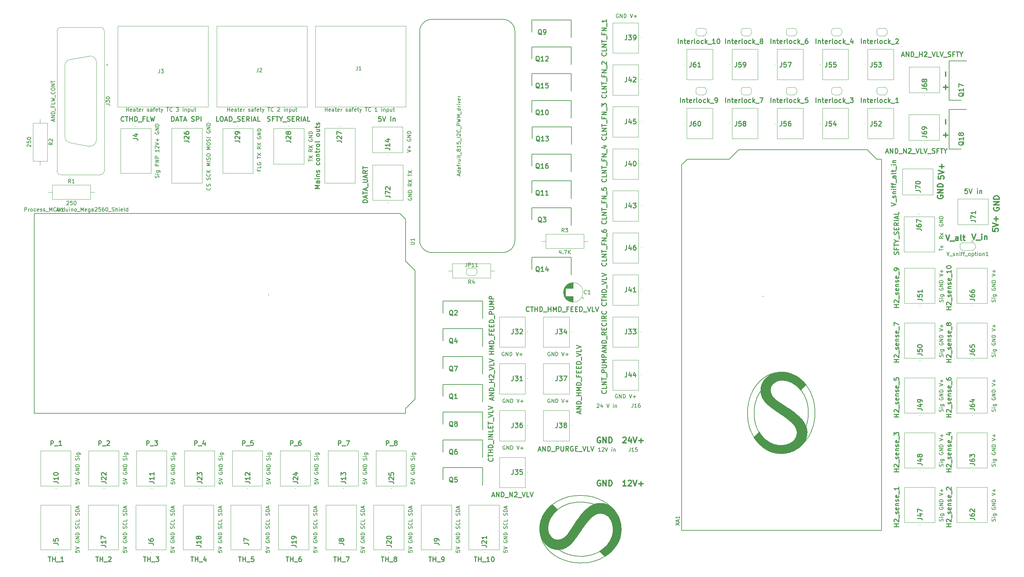
<source format=gbr>
%TF.GenerationSoftware,KiCad,Pcbnew,(6.0.7)*%
%TF.CreationDate,2022-09-16T11:30:14+01:00*%
%TF.ProjectId,SCU rig control,53435520-7269-4672-9063-6f6e74726f6c,rev?*%
%TF.SameCoordinates,Original*%
%TF.FileFunction,Legend,Top*%
%TF.FilePolarity,Positive*%
%FSLAX46Y46*%
G04 Gerber Fmt 4.6, Leading zero omitted, Abs format (unit mm)*
G04 Created by KiCad (PCBNEW (6.0.7)) date 2022-09-16 11:30:14*
%MOMM*%
%LPD*%
G01*
G04 APERTURE LIST*
%ADD10C,0.360000*%
%ADD11C,0.180770*%
%ADD12C,0.150000*%
%ADD13C,0.300000*%
%ADD14C,0.254000*%
%ADD15C,0.120000*%
%ADD16C,0.100000*%
%ADD17C,0.200000*%
%ADD18C,0.127000*%
G04 APERTURE END LIST*
D10*
G36*
X219057987Y-109855833D02*
G01*
X219452750Y-109883182D01*
X219650111Y-109903158D01*
X219847232Y-109927471D01*
X220043941Y-109956223D01*
X220240067Y-109989515D01*
X220435439Y-110027450D01*
X220629887Y-110070128D01*
X220823240Y-110117652D01*
X221015326Y-110170124D01*
X221205976Y-110227645D01*
X221395018Y-110290316D01*
X221582280Y-110358241D01*
X221767593Y-110431519D01*
X221950786Y-110510254D01*
X222131687Y-110594547D01*
X222316173Y-110684803D01*
X222503490Y-110782047D01*
X222693335Y-110886708D01*
X222885406Y-110999212D01*
X223079400Y-111119986D01*
X223275014Y-111249457D01*
X223471945Y-111388053D01*
X223669890Y-111536200D01*
X223868546Y-111694325D01*
X224067611Y-111862857D01*
X224266782Y-112042221D01*
X224465755Y-112232844D01*
X224664228Y-112435155D01*
X224861898Y-112649580D01*
X225058462Y-112876545D01*
X225253617Y-113116479D01*
X223932154Y-114486605D01*
X223767421Y-114293234D01*
X223598126Y-114107314D01*
X223425003Y-113929001D01*
X223248780Y-113758452D01*
X223070190Y-113595823D01*
X222889963Y-113441270D01*
X222708829Y-113294949D01*
X222527521Y-113157016D01*
X222346769Y-113027628D01*
X222167303Y-112906941D01*
X221989855Y-112795111D01*
X221815156Y-112692294D01*
X221643936Y-112598647D01*
X221476927Y-112514325D01*
X221314859Y-112439486D01*
X221158463Y-112374284D01*
X221041514Y-112319587D01*
X220922101Y-112268990D01*
X220800394Y-112222339D01*
X220676565Y-112179477D01*
X220550784Y-112140249D01*
X220423223Y-112104497D01*
X220294050Y-112072068D01*
X220163439Y-112042803D01*
X220031558Y-112016549D01*
X219898579Y-111993147D01*
X219630011Y-111954282D01*
X219359100Y-111924959D01*
X219087211Y-111903932D01*
X218911857Y-111897852D01*
X218738829Y-111901738D01*
X218568360Y-111915108D01*
X218400681Y-111937481D01*
X218236027Y-111968375D01*
X218074629Y-112007308D01*
X217916721Y-112053800D01*
X217762534Y-112107369D01*
X217612303Y-112167533D01*
X217466260Y-112233811D01*
X217324638Y-112305721D01*
X217187669Y-112382783D01*
X217055586Y-112464515D01*
X216928622Y-112550434D01*
X216807010Y-112640060D01*
X216690983Y-112732912D01*
X216583304Y-112828556D01*
X216482613Y-112926880D01*
X216388904Y-113027892D01*
X216302172Y-113131598D01*
X216222410Y-113238006D01*
X216149614Y-113347122D01*
X216083778Y-113458954D01*
X216024896Y-113573507D01*
X215972962Y-113690789D01*
X215927971Y-113810807D01*
X215889917Y-113933567D01*
X215858794Y-114059076D01*
X215834598Y-114187342D01*
X215817322Y-114318370D01*
X215806960Y-114452168D01*
X215803507Y-114588743D01*
X215804748Y-114672406D01*
X215808471Y-114755741D01*
X215814674Y-114838749D01*
X215823360Y-114921430D01*
X215834527Y-115003783D01*
X215848176Y-115085808D01*
X215864306Y-115167506D01*
X215882918Y-115248877D01*
X215904011Y-115329920D01*
X215927586Y-115410636D01*
X215953643Y-115491024D01*
X215982181Y-115571085D01*
X216013201Y-115650819D01*
X216046702Y-115730225D01*
X216082685Y-115809304D01*
X216121150Y-115888055D01*
X216162902Y-115967078D01*
X216208750Y-116046975D01*
X216258692Y-116127745D01*
X216312728Y-116209388D01*
X216370860Y-116291905D01*
X216433086Y-116375295D01*
X216499406Y-116459558D01*
X216569821Y-116544694D01*
X216644330Y-116630704D01*
X216722934Y-116717587D01*
X216805632Y-116805343D01*
X216892425Y-116893972D01*
X216983311Y-116983474D01*
X217078292Y-117073849D01*
X217177367Y-117165098D01*
X217280537Y-117257219D01*
X217428443Y-117374883D01*
X217641861Y-117532276D01*
X217920791Y-117729400D01*
X218265235Y-117966255D01*
X218675192Y-118242840D01*
X219150663Y-118559155D01*
X219691649Y-118915200D01*
X220298152Y-119310976D01*
X221026747Y-119796689D01*
X221695783Y-120268867D01*
X222305260Y-120727511D01*
X222855178Y-121172621D01*
X223107803Y-121390101D01*
X223345538Y-121604197D01*
X223568385Y-121814909D01*
X223776341Y-122022238D01*
X223969409Y-122226183D01*
X224147588Y-122426745D01*
X224310878Y-122623922D01*
X224459278Y-122817716D01*
X224595825Y-123009873D01*
X224723562Y-123202138D01*
X224842489Y-123394514D01*
X224952607Y-123586998D01*
X225053916Y-123779591D01*
X225146415Y-123972294D01*
X225230105Y-124165106D01*
X225304985Y-124358027D01*
X225371056Y-124551058D01*
X225428317Y-124744197D01*
X225476769Y-124937446D01*
X225516412Y-125130804D01*
X225547245Y-125324271D01*
X225569269Y-125517848D01*
X225582483Y-125711533D01*
X225586887Y-125905327D01*
X225579319Y-126182458D01*
X225556613Y-126455004D01*
X225518769Y-126722965D01*
X225465789Y-126986342D01*
X225397670Y-127245135D01*
X225314414Y-127499344D01*
X225216021Y-127748968D01*
X225102490Y-127994008D01*
X224973821Y-128234463D01*
X224830015Y-128470335D01*
X224671071Y-128701622D01*
X224496989Y-128928325D01*
X224307770Y-129150444D01*
X224103412Y-129367979D01*
X223883917Y-129580930D01*
X223649284Y-129789296D01*
X223390205Y-129971634D01*
X223130589Y-130144745D01*
X222869586Y-130308341D01*
X222606349Y-130462134D01*
X222340027Y-130605834D01*
X222069772Y-130739153D01*
X221794734Y-130861803D01*
X221514063Y-130973494D01*
X221226912Y-131073938D01*
X220932431Y-131162846D01*
X220629770Y-131239930D01*
X220318081Y-131304901D01*
X219996513Y-131357469D01*
X219664219Y-131397347D01*
X219320349Y-131424246D01*
X218964054Y-131437877D01*
X218687544Y-131439284D01*
X218416127Y-131432929D01*
X218149621Y-131418875D01*
X217887847Y-131397186D01*
X217630624Y-131367925D01*
X217377771Y-131331157D01*
X217129108Y-131286944D01*
X216884456Y-131235350D01*
X216643632Y-131176440D01*
X216406457Y-131110276D01*
X216172751Y-131036922D01*
X215942332Y-130956442D01*
X215715021Y-130868900D01*
X215490637Y-130774358D01*
X215268999Y-130672881D01*
X215049928Y-130564533D01*
X214831516Y-130433998D01*
X214609598Y-130293796D01*
X214384976Y-130143810D01*
X214158452Y-129983925D01*
X213930828Y-129814025D01*
X213702907Y-129633994D01*
X213475491Y-129443716D01*
X213249382Y-129243076D01*
X213025382Y-129031957D01*
X212804293Y-128810245D01*
X212586918Y-128577822D01*
X212374059Y-128334573D01*
X212166517Y-128080382D01*
X211965096Y-127815134D01*
X211770598Y-127538712D01*
X211583826Y-127251006D01*
X212891389Y-125899257D01*
X213041885Y-126137647D01*
X213196718Y-126366909D01*
X213355661Y-126587132D01*
X213518490Y-126798403D01*
X213684979Y-127000813D01*
X213854905Y-127194449D01*
X214028041Y-127379400D01*
X214204162Y-127555755D01*
X214383045Y-127723603D01*
X214564463Y-127883032D01*
X214934005Y-128176988D01*
X215310990Y-128438334D01*
X215693617Y-128667778D01*
X216080085Y-128866030D01*
X216468595Y-129033800D01*
X216857347Y-129171796D01*
X217244539Y-129280729D01*
X217628373Y-129361308D01*
X218007048Y-129414242D01*
X218378763Y-129440241D01*
X218741718Y-129440014D01*
X219033193Y-129424361D01*
X219320259Y-129398231D01*
X219462135Y-129380922D01*
X219602903Y-129360616D01*
X219742562Y-129337187D01*
X219881111Y-129310509D01*
X220018547Y-129280456D01*
X220154869Y-129246901D01*
X220290075Y-129209720D01*
X220424164Y-129168786D01*
X220557134Y-129123972D01*
X220688983Y-129075154D01*
X220819709Y-129022205D01*
X220949311Y-128964999D01*
X221076432Y-128902620D01*
X221199707Y-128837731D01*
X221319134Y-128770332D01*
X221434715Y-128700422D01*
X221546449Y-128628002D01*
X221654336Y-128553071D01*
X221758377Y-128475630D01*
X221858571Y-128395678D01*
X221954918Y-128313216D01*
X222047419Y-128228243D01*
X222136073Y-128140760D01*
X222220880Y-128050767D01*
X222301842Y-127958263D01*
X222378956Y-127863248D01*
X222452225Y-127765723D01*
X222521647Y-127665687D01*
X222587037Y-127564014D01*
X222648208Y-127461577D01*
X222705161Y-127358377D01*
X222757896Y-127254412D01*
X222806411Y-127149683D01*
X222850709Y-127044190D01*
X222890788Y-126937933D01*
X222926648Y-126830913D01*
X222958289Y-126723128D01*
X222985712Y-126614579D01*
X223008916Y-126505266D01*
X223027901Y-126395189D01*
X223042667Y-126284348D01*
X223053215Y-126172743D01*
X223059543Y-126060374D01*
X223061653Y-125947240D01*
X223058550Y-125818171D01*
X223049244Y-125689430D01*
X223033733Y-125561016D01*
X223012019Y-125432929D01*
X222984100Y-125305170D01*
X222949977Y-125177739D01*
X222909650Y-125050634D01*
X222863119Y-124923858D01*
X222810384Y-124797408D01*
X222751446Y-124671286D01*
X222686303Y-124545492D01*
X222614957Y-124420025D01*
X222537406Y-124294885D01*
X222453652Y-124170073D01*
X222363695Y-124045588D01*
X222267533Y-123921430D01*
X222123480Y-123748102D01*
X221965280Y-123570408D01*
X221792935Y-123388348D01*
X221606444Y-123201922D01*
X221405808Y-123011130D01*
X221191026Y-122815972D01*
X220962099Y-122616448D01*
X220719027Y-122412557D01*
X220461810Y-122204301D01*
X220190449Y-121991678D01*
X219904942Y-121774689D01*
X219605291Y-121553335D01*
X219291495Y-121327614D01*
X218963555Y-121097527D01*
X218621470Y-120863074D01*
X218265241Y-120624254D01*
X217569158Y-120155567D01*
X216942062Y-119720498D01*
X216383954Y-119319048D01*
X215894835Y-118951215D01*
X215474704Y-118617001D01*
X215123561Y-118316404D01*
X214841408Y-118049426D01*
X214726203Y-117928544D01*
X214628245Y-117816066D01*
X214478234Y-117633514D01*
X214337901Y-117449106D01*
X214207246Y-117262843D01*
X214086270Y-117074724D01*
X213974972Y-116884749D01*
X213873353Y-116692919D01*
X213781411Y-116499234D01*
X213699148Y-116303693D01*
X213626563Y-116106296D01*
X213563657Y-115907045D01*
X213510428Y-115705937D01*
X213466877Y-115502974D01*
X213433004Y-115298156D01*
X213408810Y-115091483D01*
X213394293Y-114882953D01*
X213389454Y-114672569D01*
X213392308Y-114505844D01*
X213400869Y-114340974D01*
X213415137Y-114177960D01*
X213435113Y-114016801D01*
X213460796Y-113857498D01*
X213492187Y-113700050D01*
X213529285Y-113544458D01*
X213572091Y-113390722D01*
X213620605Y-113238841D01*
X213674826Y-113088816D01*
X213734755Y-112940646D01*
X213800392Y-112794332D01*
X213871737Y-112649873D01*
X213948789Y-112507270D01*
X214031549Y-112366522D01*
X214120017Y-112227630D01*
X214213635Y-112091520D01*
X214311844Y-111959122D01*
X214414643Y-111830434D01*
X214522034Y-111705458D01*
X214634016Y-111584193D01*
X214750588Y-111466639D01*
X214871752Y-111352796D01*
X214997506Y-111242665D01*
X215127851Y-111136244D01*
X215262786Y-111033535D01*
X215402313Y-110934537D01*
X215546429Y-110839249D01*
X215695137Y-110747673D01*
X215848435Y-110659808D01*
X216006324Y-110575653D01*
X216168803Y-110495210D01*
X216336427Y-110416871D01*
X216505777Y-110342661D01*
X216676851Y-110272794D01*
X216849652Y-110207479D01*
X217024178Y-110146929D01*
X217200431Y-110091354D01*
X217378410Y-110040968D01*
X217558117Y-109995980D01*
X217739551Y-109956603D01*
X217922712Y-109923049D01*
X218107602Y-109895528D01*
X218294221Y-109874252D01*
X218482568Y-109859433D01*
X218672645Y-109851283D01*
X218864451Y-109850012D01*
X219057987Y-109855833D01*
G37*
X219057987Y-109855833D02*
X219452750Y-109883182D01*
X219650111Y-109903158D01*
X219847232Y-109927471D01*
X220043941Y-109956223D01*
X220240067Y-109989515D01*
X220435439Y-110027450D01*
X220629887Y-110070128D01*
X220823240Y-110117652D01*
X221015326Y-110170124D01*
X221205976Y-110227645D01*
X221395018Y-110290316D01*
X221582280Y-110358241D01*
X221767593Y-110431519D01*
X221950786Y-110510254D01*
X222131687Y-110594547D01*
X222316173Y-110684803D01*
X222503490Y-110782047D01*
X222693335Y-110886708D01*
X222885406Y-110999212D01*
X223079400Y-111119986D01*
X223275014Y-111249457D01*
X223471945Y-111388053D01*
X223669890Y-111536200D01*
X223868546Y-111694325D01*
X224067611Y-111862857D01*
X224266782Y-112042221D01*
X224465755Y-112232844D01*
X224664228Y-112435155D01*
X224861898Y-112649580D01*
X225058462Y-112876545D01*
X225253617Y-113116479D01*
X223932154Y-114486605D01*
X223767421Y-114293234D01*
X223598126Y-114107314D01*
X223425003Y-113929001D01*
X223248780Y-113758452D01*
X223070190Y-113595823D01*
X222889963Y-113441270D01*
X222708829Y-113294949D01*
X222527521Y-113157016D01*
X222346769Y-113027628D01*
X222167303Y-112906941D01*
X221989855Y-112795111D01*
X221815156Y-112692294D01*
X221643936Y-112598647D01*
X221476927Y-112514325D01*
X221314859Y-112439486D01*
X221158463Y-112374284D01*
X221041514Y-112319587D01*
X220922101Y-112268990D01*
X220800394Y-112222339D01*
X220676565Y-112179477D01*
X220550784Y-112140249D01*
X220423223Y-112104497D01*
X220294050Y-112072068D01*
X220163439Y-112042803D01*
X220031558Y-112016549D01*
X219898579Y-111993147D01*
X219630011Y-111954282D01*
X219359100Y-111924959D01*
X219087211Y-111903932D01*
X218911857Y-111897852D01*
X218738829Y-111901738D01*
X218568360Y-111915108D01*
X218400681Y-111937481D01*
X218236027Y-111968375D01*
X218074629Y-112007308D01*
X217916721Y-112053800D01*
X217762534Y-112107369D01*
X217612303Y-112167533D01*
X217466260Y-112233811D01*
X217324638Y-112305721D01*
X217187669Y-112382783D01*
X217055586Y-112464515D01*
X216928622Y-112550434D01*
X216807010Y-112640060D01*
X216690983Y-112732912D01*
X216583304Y-112828556D01*
X216482613Y-112926880D01*
X216388904Y-113027892D01*
X216302172Y-113131598D01*
X216222410Y-113238006D01*
X216149614Y-113347122D01*
X216083778Y-113458954D01*
X216024896Y-113573507D01*
X215972962Y-113690789D01*
X215927971Y-113810807D01*
X215889917Y-113933567D01*
X215858794Y-114059076D01*
X215834598Y-114187342D01*
X215817322Y-114318370D01*
X215806960Y-114452168D01*
X215803507Y-114588743D01*
X215804748Y-114672406D01*
X215808471Y-114755741D01*
X215814674Y-114838749D01*
X215823360Y-114921430D01*
X215834527Y-115003783D01*
X215848176Y-115085808D01*
X215864306Y-115167506D01*
X215882918Y-115248877D01*
X215904011Y-115329920D01*
X215927586Y-115410636D01*
X215953643Y-115491024D01*
X215982181Y-115571085D01*
X216013201Y-115650819D01*
X216046702Y-115730225D01*
X216082685Y-115809304D01*
X216121150Y-115888055D01*
X216162902Y-115967078D01*
X216208750Y-116046975D01*
X216258692Y-116127745D01*
X216312728Y-116209388D01*
X216370860Y-116291905D01*
X216433086Y-116375295D01*
X216499406Y-116459558D01*
X216569821Y-116544694D01*
X216644330Y-116630704D01*
X216722934Y-116717587D01*
X216805632Y-116805343D01*
X216892425Y-116893972D01*
X216983311Y-116983474D01*
X217078292Y-117073849D01*
X217177367Y-117165098D01*
X217280537Y-117257219D01*
X217428443Y-117374883D01*
X217641861Y-117532276D01*
X217920791Y-117729400D01*
X218265235Y-117966255D01*
X218675192Y-118242840D01*
X219150663Y-118559155D01*
X219691649Y-118915200D01*
X220298152Y-119310976D01*
X221026747Y-119796689D01*
X221695783Y-120268867D01*
X222305260Y-120727511D01*
X222855178Y-121172621D01*
X223107803Y-121390101D01*
X223345538Y-121604197D01*
X223568385Y-121814909D01*
X223776341Y-122022238D01*
X223969409Y-122226183D01*
X224147588Y-122426745D01*
X224310878Y-122623922D01*
X224459278Y-122817716D01*
X224595825Y-123009873D01*
X224723562Y-123202138D01*
X224842489Y-123394514D01*
X224952607Y-123586998D01*
X225053916Y-123779591D01*
X225146415Y-123972294D01*
X225230105Y-124165106D01*
X225304985Y-124358027D01*
X225371056Y-124551058D01*
X225428317Y-124744197D01*
X225476769Y-124937446D01*
X225516412Y-125130804D01*
X225547245Y-125324271D01*
X225569269Y-125517848D01*
X225582483Y-125711533D01*
X225586887Y-125905327D01*
X225579319Y-126182458D01*
X225556613Y-126455004D01*
X225518769Y-126722965D01*
X225465789Y-126986342D01*
X225397670Y-127245135D01*
X225314414Y-127499344D01*
X225216021Y-127748968D01*
X225102490Y-127994008D01*
X224973821Y-128234463D01*
X224830015Y-128470335D01*
X224671071Y-128701622D01*
X224496989Y-128928325D01*
X224307770Y-129150444D01*
X224103412Y-129367979D01*
X223883917Y-129580930D01*
X223649284Y-129789296D01*
X223390205Y-129971634D01*
X223130589Y-130144745D01*
X222869586Y-130308341D01*
X222606349Y-130462134D01*
X222340027Y-130605834D01*
X222069772Y-130739153D01*
X221794734Y-130861803D01*
X221514063Y-130973494D01*
X221226912Y-131073938D01*
X220932431Y-131162846D01*
X220629770Y-131239930D01*
X220318081Y-131304901D01*
X219996513Y-131357469D01*
X219664219Y-131397347D01*
X219320349Y-131424246D01*
X218964054Y-131437877D01*
X218687544Y-131439284D01*
X218416127Y-131432929D01*
X218149621Y-131418875D01*
X217887847Y-131397186D01*
X217630624Y-131367925D01*
X217377771Y-131331157D01*
X217129108Y-131286944D01*
X216884456Y-131235350D01*
X216643632Y-131176440D01*
X216406457Y-131110276D01*
X216172751Y-131036922D01*
X215942332Y-130956442D01*
X215715021Y-130868900D01*
X215490637Y-130774358D01*
X215268999Y-130672881D01*
X215049928Y-130564533D01*
X214831516Y-130433998D01*
X214609598Y-130293796D01*
X214384976Y-130143810D01*
X214158452Y-129983925D01*
X213930828Y-129814025D01*
X213702907Y-129633994D01*
X213475491Y-129443716D01*
X213249382Y-129243076D01*
X213025382Y-129031957D01*
X212804293Y-128810245D01*
X212586918Y-128577822D01*
X212374059Y-128334573D01*
X212166517Y-128080382D01*
X211965096Y-127815134D01*
X211770598Y-127538712D01*
X211583826Y-127251006D01*
X212891389Y-125899257D01*
X213041885Y-126137647D01*
X213196718Y-126366909D01*
X213355661Y-126587132D01*
X213518490Y-126798403D01*
X213684979Y-127000813D01*
X213854905Y-127194449D01*
X214028041Y-127379400D01*
X214204162Y-127555755D01*
X214383045Y-127723603D01*
X214564463Y-127883032D01*
X214934005Y-128176988D01*
X215310990Y-128438334D01*
X215693617Y-128667778D01*
X216080085Y-128866030D01*
X216468595Y-129033800D01*
X216857347Y-129171796D01*
X217244539Y-129280729D01*
X217628373Y-129361308D01*
X218007048Y-129414242D01*
X218378763Y-129440241D01*
X218741718Y-129440014D01*
X219033193Y-129424361D01*
X219320259Y-129398231D01*
X219462135Y-129380922D01*
X219602903Y-129360616D01*
X219742562Y-129337187D01*
X219881111Y-129310509D01*
X220018547Y-129280456D01*
X220154869Y-129246901D01*
X220290075Y-129209720D01*
X220424164Y-129168786D01*
X220557134Y-129123972D01*
X220688983Y-129075154D01*
X220819709Y-129022205D01*
X220949311Y-128964999D01*
X221076432Y-128902620D01*
X221199707Y-128837731D01*
X221319134Y-128770332D01*
X221434715Y-128700422D01*
X221546449Y-128628002D01*
X221654336Y-128553071D01*
X221758377Y-128475630D01*
X221858571Y-128395678D01*
X221954918Y-128313216D01*
X222047419Y-128228243D01*
X222136073Y-128140760D01*
X222220880Y-128050767D01*
X222301842Y-127958263D01*
X222378956Y-127863248D01*
X222452225Y-127765723D01*
X222521647Y-127665687D01*
X222587037Y-127564014D01*
X222648208Y-127461577D01*
X222705161Y-127358377D01*
X222757896Y-127254412D01*
X222806411Y-127149683D01*
X222850709Y-127044190D01*
X222890788Y-126937933D01*
X222926648Y-126830913D01*
X222958289Y-126723128D01*
X222985712Y-126614579D01*
X223008916Y-126505266D01*
X223027901Y-126395189D01*
X223042667Y-126284348D01*
X223053215Y-126172743D01*
X223059543Y-126060374D01*
X223061653Y-125947240D01*
X223058550Y-125818171D01*
X223049244Y-125689430D01*
X223033733Y-125561016D01*
X223012019Y-125432929D01*
X222984100Y-125305170D01*
X222949977Y-125177739D01*
X222909650Y-125050634D01*
X222863119Y-124923858D01*
X222810384Y-124797408D01*
X222751446Y-124671286D01*
X222686303Y-124545492D01*
X222614957Y-124420025D01*
X222537406Y-124294885D01*
X222453652Y-124170073D01*
X222363695Y-124045588D01*
X222267533Y-123921430D01*
X222123480Y-123748102D01*
X221965280Y-123570408D01*
X221792935Y-123388348D01*
X221606444Y-123201922D01*
X221405808Y-123011130D01*
X221191026Y-122815972D01*
X220962099Y-122616448D01*
X220719027Y-122412557D01*
X220461810Y-122204301D01*
X220190449Y-121991678D01*
X219904942Y-121774689D01*
X219605291Y-121553335D01*
X219291495Y-121327614D01*
X218963555Y-121097527D01*
X218621470Y-120863074D01*
X218265241Y-120624254D01*
X217569158Y-120155567D01*
X216942062Y-119720498D01*
X216383954Y-119319048D01*
X215894835Y-118951215D01*
X215474704Y-118617001D01*
X215123561Y-118316404D01*
X214841408Y-118049426D01*
X214726203Y-117928544D01*
X214628245Y-117816066D01*
X214478234Y-117633514D01*
X214337901Y-117449106D01*
X214207246Y-117262843D01*
X214086270Y-117074724D01*
X213974972Y-116884749D01*
X213873353Y-116692919D01*
X213781411Y-116499234D01*
X213699148Y-116303693D01*
X213626563Y-116106296D01*
X213563657Y-115907045D01*
X213510428Y-115705937D01*
X213466877Y-115502974D01*
X213433004Y-115298156D01*
X213408810Y-115091483D01*
X213394293Y-114882953D01*
X213389454Y-114672569D01*
X213392308Y-114505844D01*
X213400869Y-114340974D01*
X213415137Y-114177960D01*
X213435113Y-114016801D01*
X213460796Y-113857498D01*
X213492187Y-113700050D01*
X213529285Y-113544458D01*
X213572091Y-113390722D01*
X213620605Y-113238841D01*
X213674826Y-113088816D01*
X213734755Y-112940646D01*
X213800392Y-112794332D01*
X213871737Y-112649873D01*
X213948789Y-112507270D01*
X214031549Y-112366522D01*
X214120017Y-112227630D01*
X214213635Y-112091520D01*
X214311844Y-111959122D01*
X214414643Y-111830434D01*
X214522034Y-111705458D01*
X214634016Y-111584193D01*
X214750588Y-111466639D01*
X214871752Y-111352796D01*
X214997506Y-111242665D01*
X215127851Y-111136244D01*
X215262786Y-111033535D01*
X215402313Y-110934537D01*
X215546429Y-110839249D01*
X215695137Y-110747673D01*
X215848435Y-110659808D01*
X216006324Y-110575653D01*
X216168803Y-110495210D01*
X216336427Y-110416871D01*
X216505777Y-110342661D01*
X216676851Y-110272794D01*
X216849652Y-110207479D01*
X217024178Y-110146929D01*
X217200431Y-110091354D01*
X217378410Y-110040968D01*
X217558117Y-109995980D01*
X217739551Y-109956603D01*
X217922712Y-109923049D01*
X218107602Y-109895528D01*
X218294221Y-109874252D01*
X218482568Y-109859433D01*
X218672645Y-109851283D01*
X218864451Y-109850012D01*
X219057987Y-109855833D01*
D11*
X218639298Y-109847786D02*
X218639298Y-109847786D01*
X215507990Y-110528250D02*
X215779495Y-110410153D01*
X214189945Y-111287441D02*
X214189945Y-111287441D01*
X212148688Y-113240708D02*
X212348630Y-112989172D01*
X211955461Y-113500870D02*
X212148688Y-113240708D01*
X211589157Y-114047076D02*
X211768951Y-113769660D01*
X211249717Y-114627788D02*
X211416079Y-114333118D01*
X210937141Y-115243007D02*
X211090071Y-114931084D01*
X210937141Y-115243007D02*
X210937141Y-115243007D01*
X210312279Y-116866495D02*
X210418738Y-116535027D01*
X210215078Y-117201348D02*
X210312279Y-116866495D01*
X210127134Y-117539586D02*
X210215078Y-117201348D01*
X209918844Y-118574611D02*
X209979016Y-118226218D01*
X209793869Y-119640103D02*
X209826270Y-119281554D01*
X209770725Y-120002037D02*
X209793869Y-119640103D01*
X209793052Y-121826725D02*
X209762421Y-121286526D01*
X209915578Y-122876331D02*
X209844105Y-122356661D01*
X210007472Y-123385737D02*
X209915578Y-122876331D01*
X213038019Y-129045545D02*
X212697406Y-128690872D01*
X213747021Y-129681510D02*
X213387891Y-129375757D01*
X214115409Y-129962802D02*
X213747021Y-129681510D01*
X216953342Y-131246962D02*
X216520150Y-131136891D01*
X217847500Y-131393722D02*
X217395792Y-131332572D01*
X216891835Y-110050238D02*
X217176500Y-109988378D01*
X218778687Y-131442643D02*
X218778687Y-131442643D01*
X220145379Y-131332080D02*
X219698801Y-131393504D01*
X212988753Y-112286324D02*
X213215559Y-112069294D01*
X223019833Y-130214172D02*
X222636153Y-130447582D01*
X212697406Y-128690872D02*
X212366050Y-128311738D01*
X223760240Y-129673645D02*
X223394529Y-129956193D01*
X211090071Y-114931084D02*
X211249717Y-114627788D01*
X224464707Y-129034841D02*
X224116965Y-129366528D01*
X224803463Y-128678584D02*
X224464707Y-129034841D01*
X225133235Y-128297758D02*
X225133235Y-128297758D01*
X225449756Y-127899298D02*
X225133235Y-128297758D01*
X226021535Y-127070274D02*
X225745856Y-127490137D01*
X226726047Y-125746478D02*
X226511631Y-126198445D01*
X227093618Y-124810439D02*
X226920043Y-125283809D01*
X227491818Y-123326121D02*
X227379505Y-123831595D01*
X227706233Y-121745490D02*
X227655182Y-122283068D01*
X209762421Y-121286526D02*
X209752210Y-120736061D01*
X215239117Y-110657594D02*
X215507990Y-110528250D01*
X227747074Y-120638228D02*
X227747074Y-120638228D01*
X227706233Y-119521577D02*
X227736864Y-120074279D01*
X227246772Y-116926776D02*
X227379505Y-117423242D01*
X227093618Y-116441558D02*
X227246772Y-116926776D01*
X226276793Y-114613158D02*
X226511631Y-115053386D01*
X212555288Y-112746262D02*
X212768663Y-112511980D01*
X225745856Y-113766442D02*
X226021535Y-114184176D01*
X225449756Y-113359956D02*
X225745856Y-113766442D01*
X211477760Y-127091458D02*
X211222503Y-126664169D01*
X225133235Y-112964717D02*
X225133235Y-112964717D01*
X224801557Y-112587276D02*
X225133235Y-112964717D01*
X224459987Y-112234186D02*
X224801557Y-112587276D01*
X224108524Y-111905447D02*
X224459987Y-112234186D01*
X227655182Y-118980122D02*
X227706233Y-119521577D01*
X223375923Y-111321023D02*
X223747170Y-111601059D01*
X222603752Y-110834002D02*
X222994783Y-111065337D01*
X222202827Y-110627018D02*
X222603752Y-110834002D01*
X221371301Y-110286104D02*
X221792010Y-110444386D01*
X220940699Y-110152173D02*
X221371301Y-110286104D01*
X210987666Y-126226615D02*
X210773250Y-125778797D01*
X209756839Y-120367356D02*
X209770725Y-120002037D01*
X218639298Y-109847786D02*
X218639298Y-109847786D01*
X223394529Y-129956193D02*
X223019833Y-130214172D01*
X219436517Y-111902269D02*
X219199547Y-111879065D01*
X210048446Y-117881209D02*
X210127134Y-117539586D01*
X220137623Y-112027572D02*
X219905554Y-111976522D01*
X220368058Y-112087903D02*
X220137623Y-112027572D01*
X221049562Y-112324586D02*
X220824028Y-112236410D01*
X215779495Y-110410153D02*
X216053632Y-110303304D01*
X221273463Y-112422044D02*
X221049562Y-112324586D01*
X221716366Y-112644806D02*
X221495731Y-112528784D01*
X222152735Y-112904696D02*
X221935367Y-112770110D01*
X222368470Y-113048563D02*
X222152735Y-112904696D01*
X219698801Y-131393504D02*
X219243237Y-131430358D01*
X227583711Y-122809945D02*
X227491818Y-123326121D01*
X222580348Y-113200184D02*
X222368470Y-113048563D01*
X222985859Y-113522098D02*
X222786144Y-113358029D01*
X223179493Y-113692391D02*
X222985859Y-113522098D01*
X223893218Y-114435808D02*
X223723908Y-114240617D01*
X224056447Y-114637222D02*
X223893218Y-114435808D01*
X227655182Y-122283068D02*
X227583711Y-122809945D01*
X224213594Y-114844862D02*
X224056447Y-114637222D01*
X223723908Y-114240617D02*
X223548518Y-114051651D01*
X224781376Y-115737662D02*
X224648552Y-115505125D01*
X217395792Y-131332572D02*
X216953342Y-131246962D01*
X218960944Y-111865142D02*
X218720707Y-111860502D01*
X225028782Y-116221408D02*
X224908119Y-115976423D01*
X225028782Y-116221408D02*
X225028782Y-116221408D01*
X214189945Y-111287441D02*
X214448290Y-111113108D01*
X217463796Y-109937765D02*
X217753724Y-109898399D01*
X225144140Y-116469612D02*
X225028782Y-116221408D01*
X223367046Y-113868909D02*
X223179493Y-113692391D01*
X227246772Y-124326368D02*
X227093618Y-124810439D01*
X209752210Y-120736061D02*
X209752210Y-120736061D01*
X225352529Y-116977160D02*
X225252056Y-116721529D01*
X224364661Y-115058725D02*
X224213594Y-114844862D01*
X210773250Y-125778797D02*
X210579253Y-125320714D01*
X213689320Y-111661114D02*
X213936275Y-111469964D01*
X225609292Y-117766328D02*
X225531147Y-117499559D01*
X223548518Y-114051651D02*
X223367046Y-113868909D01*
X226511631Y-115053386D02*
X226726047Y-115504863D01*
X222243487Y-130656422D02*
X221841836Y-130840692D01*
X225743254Y-118311005D02*
X225679994Y-118036810D01*
X212348630Y-112989172D02*
X212555288Y-112746262D01*
X209826270Y-119281554D02*
X209867928Y-118926390D01*
X225888379Y-119155866D02*
X225847446Y-118870533D01*
X225921869Y-119444911D02*
X225888379Y-119155866D01*
X225947917Y-119737670D02*
X225921869Y-119444911D01*
X225966522Y-120034141D02*
X225947917Y-119737670D01*
X225977685Y-120334324D02*
X225966522Y-120034141D01*
X222994783Y-111065337D02*
X223375923Y-111321023D01*
X225981407Y-120638221D02*
X225977685Y-120334324D01*
X218341475Y-109853409D02*
X218639298Y-109847786D01*
X225977685Y-120943973D02*
X225981407Y-120638221D01*
X210405677Y-124852367D02*
X210252522Y-124373755D01*
X220596859Y-112157515D02*
X220368058Y-112087903D01*
X220824028Y-112236410D02*
X220596859Y-112157515D01*
X218046284Y-109870280D02*
X218341475Y-109853409D01*
X225133235Y-128297758D02*
X224803463Y-128678584D01*
X225888379Y-122132040D02*
X225921869Y-121840264D01*
X209752210Y-120736061D02*
X209756839Y-120367356D01*
X227491818Y-117930955D02*
X227583711Y-118449915D01*
X225679994Y-123264197D02*
X225743254Y-122986399D01*
X225445559Y-124076624D02*
X225531147Y-123809309D01*
X225352529Y-124340445D02*
X225445559Y-124076624D01*
X219589537Y-109896488D02*
X220049817Y-109957365D01*
X225252056Y-124600771D02*
X225352529Y-124340445D01*
X225144140Y-124857603D02*
X225252056Y-124600771D01*
X225028782Y-125110940D02*
X225144140Y-124857603D01*
X225028782Y-125110940D02*
X225028782Y-125110940D01*
X227379505Y-123831595D02*
X227246772Y-124326368D01*
X224908210Y-125359200D02*
X225028782Y-125110940D01*
X224781738Y-125600799D02*
X224908210Y-125359200D01*
X224649366Y-125835737D02*
X224781738Y-125600799D01*
X227736864Y-121197209D02*
X227706233Y-121745490D01*
X224511095Y-126064014D02*
X224649366Y-125835737D01*
X224116965Y-129366528D02*
X223760240Y-129673645D01*
X224060885Y-126708878D02*
X224216855Y-126500584D01*
X223557582Y-127293794D02*
X223731249Y-127105483D01*
X223378017Y-127475444D02*
X223557582Y-127293794D01*
X223001189Y-127818760D02*
X223192552Y-127650433D01*
X222803926Y-127980427D02*
X223001189Y-127818760D01*
X222600766Y-128135433D02*
X222803926Y-127980427D01*
X222391706Y-128283778D02*
X222600766Y-128135433D01*
X222391706Y-128283778D02*
X222391706Y-128283778D01*
X222179965Y-128424262D02*
X222391706Y-128283778D01*
X221965865Y-128555682D02*
X222179965Y-128424262D01*
X211416079Y-114333118D02*
X211589157Y-114047076D01*
X221749405Y-128678039D02*
X221965865Y-128555682D01*
X221309407Y-128895561D02*
X221530585Y-128791331D01*
X226920043Y-115967586D02*
X227093618Y-116441558D01*
X211768951Y-113769660D02*
X211955461Y-113500870D01*
X221935367Y-112770110D02*
X221716366Y-112644806D01*
X220631714Y-129153867D02*
X220859971Y-129076828D01*
X220401097Y-129221842D02*
X220631714Y-129153867D01*
X219905554Y-111976522D02*
X219671852Y-111934755D01*
X220168120Y-129280754D02*
X220401097Y-129221842D01*
X219695088Y-129371387D02*
X219932784Y-129330602D01*
X218720707Y-111860502D02*
X218720707Y-111860508D01*
X219455033Y-129403108D02*
X219695088Y-129371387D01*
X218639298Y-109847786D02*
X219119364Y-109859961D01*
X218308465Y-131430413D02*
X217847500Y-131393722D01*
X221011578Y-131135525D02*
X220582971Y-131246087D01*
X218720707Y-129443893D02*
X218720707Y-129443893D01*
X222636153Y-130447582D02*
X222243487Y-130656422D01*
X227379505Y-117423242D02*
X227491818Y-117930955D01*
X217990646Y-129404582D02*
X218352319Y-129434065D01*
X211222503Y-126664169D02*
X210987666Y-126226615D01*
X221841836Y-130840692D02*
X221431200Y-131000393D01*
X210579253Y-125320714D02*
X210405677Y-124852367D01*
X225133235Y-112964717D02*
X225449756Y-113359956D01*
X216945925Y-129198199D02*
X217287450Y-129286649D01*
X216611117Y-129090094D02*
X216945925Y-129198199D01*
X215961649Y-128814917D02*
X216283025Y-128962334D01*
X215681538Y-130843369D02*
X215276119Y-130659917D01*
X215646989Y-128647846D02*
X215961649Y-128814917D01*
X218778687Y-131442643D02*
X218308465Y-131430413D01*
X218967842Y-129439362D02*
X219212617Y-129425767D01*
X215339044Y-128461118D02*
X215646989Y-128647846D01*
X216096215Y-131002360D02*
X215681538Y-130843369D01*
X224216855Y-126500584D02*
X224366924Y-126285630D01*
X215037816Y-128254736D02*
X215339044Y-128461118D01*
X218720707Y-111860502D02*
X218720707Y-111860502D01*
X227747074Y-120638228D02*
X227736864Y-121197209D01*
X226920043Y-125283809D02*
X226726047Y-125746478D01*
X214743304Y-128028697D02*
X215037816Y-128254736D01*
X220859971Y-129076828D02*
X221085869Y-128990726D01*
X217176500Y-109988378D02*
X217463796Y-109937765D01*
X218720707Y-129443893D02*
X218967842Y-129439362D01*
X214455508Y-127783004D02*
X214743304Y-128028697D01*
X214174428Y-127517655D02*
X214455508Y-127783004D01*
X222368470Y-113048563D02*
X222368470Y-113048563D01*
X224366924Y-126285630D02*
X224511095Y-126064014D01*
X213900065Y-127232650D02*
X214174428Y-127517655D01*
X213632417Y-126927990D02*
X213900065Y-127232650D01*
X213632417Y-126927990D02*
X213632417Y-126927990D01*
X223192552Y-127650433D02*
X223378017Y-127475444D01*
X213377793Y-126607331D02*
X213632417Y-126927990D01*
X213139597Y-126277827D02*
X213377793Y-126607331D01*
X212351092Y-124871364D02*
X212523577Y-125236247D01*
X211562597Y-121633881D02*
X211603664Y-122069524D01*
X211533464Y-120428616D02*
X211529743Y-120736061D01*
X211544628Y-120124775D02*
X211533464Y-120428616D01*
X214448290Y-111113108D02*
X214709267Y-110950023D01*
X211603664Y-122069524D02*
X211661158Y-122496322D01*
X214493054Y-130219634D02*
X214115409Y-129962802D01*
X211563233Y-119824537D02*
X211544628Y-120124775D01*
X219212617Y-129425767D02*
X219455033Y-129403108D01*
X225847446Y-122420320D02*
X225888379Y-122132040D01*
X214709267Y-110950023D02*
X214972876Y-110798185D01*
X209844105Y-122356661D02*
X209793052Y-121826725D01*
X211589280Y-119527903D02*
X211563233Y-119824537D01*
X219243237Y-131430358D02*
X218778687Y-131442643D01*
X211529743Y-120736061D02*
X211537957Y-121189394D01*
X214972876Y-110798185D02*
X215239117Y-110657594D01*
X211622770Y-119234872D02*
X211589280Y-119527903D01*
X211663701Y-118945445D02*
X211622770Y-119234872D01*
X225679994Y-118036810D02*
X225609292Y-117766328D01*
X211712074Y-118659621D02*
X211663701Y-118945445D01*
X219119364Y-109859961D02*
X219589537Y-109896488D01*
X211537957Y-121189394D02*
X211562597Y-121633881D01*
X217753724Y-109898399D02*
X218046284Y-109870280D01*
X211767889Y-118377401D02*
X211712074Y-118659621D01*
X217635690Y-129355443D02*
X217990646Y-129404582D01*
X210418738Y-116535027D02*
X210534453Y-116206944D01*
X211979985Y-117552361D02*
X211901845Y-117823771D01*
X210252522Y-124373755D02*
X210119786Y-123884878D01*
X225252056Y-116721529D02*
X225144140Y-116469612D01*
X212065568Y-117284554D02*
X211979985Y-117552361D01*
X212712489Y-125592286D02*
X212917829Y-125939479D01*
X210793655Y-115560934D02*
X210937141Y-115243007D01*
X225531147Y-117499559D02*
X225445559Y-117236503D01*
X223747170Y-111601059D02*
X224108524Y-111905447D01*
X219199547Y-111879065D02*
X218960944Y-111865142D01*
X221792010Y-110444386D02*
X222202827Y-110627018D01*
X212366964Y-116502754D02*
X212259057Y-116759751D01*
X221431200Y-131000393D02*
X221011578Y-131135525D01*
X212482313Y-116249361D02*
X212366964Y-116502754D01*
X225743254Y-122986399D02*
X225799071Y-122705107D01*
X211901845Y-117823771D02*
X211831146Y-118098784D01*
X216283025Y-128962334D02*
X216611117Y-129090094D01*
X212604297Y-116000992D02*
X212482313Y-116249361D01*
X219671852Y-111934755D02*
X219436517Y-111902269D01*
X213936275Y-111469964D02*
X214189945Y-111287441D01*
X212732089Y-115759066D02*
X212604297Y-116000992D01*
X212366050Y-128311738D02*
X212366050Y-128311738D01*
X212259057Y-116759751D02*
X212158591Y-117020351D01*
X210534453Y-116206944D02*
X210659425Y-115882247D01*
X212865690Y-115523582D02*
X212732089Y-115759066D01*
X213150316Y-115071942D02*
X213005099Y-115294541D01*
X223899017Y-126910511D02*
X224060885Y-126708878D01*
X213301341Y-114855786D02*
X213150316Y-115071942D01*
X213458174Y-114646073D02*
X213301341Y-114855786D01*
X223731249Y-127105483D02*
X223899017Y-126910511D01*
X211529743Y-120736061D02*
X211529743Y-120736061D01*
X224509647Y-115278813D02*
X224364661Y-115058725D01*
X209867928Y-118926390D02*
X209918844Y-118574611D01*
X226511631Y-126198445D02*
X226276793Y-126639710D01*
X209979016Y-118226218D02*
X210048446Y-117881209D01*
X213789265Y-114245974D02*
X213620816Y-114442802D01*
X225745856Y-127490137D02*
X225449756Y-127899298D01*
X225445559Y-117236503D02*
X225352529Y-116977160D01*
X214143588Y-113871645D02*
X213963523Y-114055588D01*
X221495731Y-112528784D02*
X221273463Y-112422044D01*
X214329462Y-113694145D02*
X214143588Y-113871645D01*
X210119786Y-123884878D02*
X210007472Y-123385737D01*
X226021535Y-114184176D02*
X226276793Y-114613158D01*
X220582971Y-131246087D02*
X220145379Y-131332080D01*
X216520150Y-131136891D02*
X216096215Y-131002360D01*
X214879958Y-130452006D02*
X214493054Y-130219634D01*
X214921929Y-113200300D02*
X214718632Y-113358472D01*
X225531147Y-123809309D02*
X225609292Y-123538500D01*
X215131034Y-113048570D02*
X214921929Y-113200300D01*
X215131034Y-113048570D02*
X215131034Y-113048570D01*
X212482313Y-116249361D02*
X212482313Y-116249361D01*
X218352319Y-129434065D02*
X218720707Y-129443893D01*
X220049817Y-109957365D02*
X220500204Y-110042594D01*
X215343815Y-112904704D02*
X215131034Y-113048570D01*
X210659425Y-115882247D02*
X210793655Y-115560934D01*
X222786144Y-113358029D02*
X222580348Y-113200184D01*
X212768663Y-112511980D02*
X212988753Y-112286324D01*
X216330401Y-110207701D02*
X216609802Y-110123346D01*
X213005099Y-115294541D02*
X212865690Y-115523582D01*
X212523577Y-125236247D02*
X212712489Y-125592286D01*
X226276793Y-126639710D02*
X226021535Y-127070274D01*
X215558139Y-112770119D02*
X215343815Y-112904704D01*
X224648552Y-115505125D02*
X224509647Y-115278813D01*
X217287450Y-129286649D02*
X217635690Y-129355443D01*
X225947917Y-121544995D02*
X225966522Y-121246231D01*
X214718632Y-113358472D02*
X214521143Y-113523087D01*
X213215559Y-112069294D02*
X213449082Y-111860891D01*
X219932784Y-129330602D02*
X220168120Y-129280754D01*
X215991417Y-112528794D02*
X215774006Y-112644816D01*
X213620816Y-114442802D02*
X213458174Y-114646073D01*
X216210372Y-112422054D02*
X215991417Y-112528794D01*
X224908119Y-115976423D02*
X224781376Y-115737662D01*
X225799071Y-118588912D02*
X225743254Y-118311005D01*
X212366050Y-128311738D02*
X212049533Y-127915243D01*
X216430869Y-112324596D02*
X216210372Y-112422054D01*
X215774006Y-112644816D02*
X215558139Y-112770119D01*
X212055405Y-124115063D02*
X212195035Y-124497636D01*
X212158591Y-117020351D02*
X212065568Y-117284554D01*
X220500204Y-110042594D02*
X220940699Y-110152173D01*
X211753437Y-127508482D02*
X211477760Y-127091458D01*
X216652910Y-112236420D02*
X216430869Y-112324596D01*
X216876494Y-112157525D02*
X216652910Y-112236420D01*
X227583711Y-118449915D02*
X227655182Y-118980122D01*
D10*
G36*
X211583826Y-127251006D02*
G01*
X211583824Y-127251008D01*
X211583824Y-127251001D01*
X211583826Y-127251006D01*
G37*
X211583826Y-127251006D02*
X211583824Y-127251008D01*
X211583824Y-127251001D01*
X211583826Y-127251006D01*
D11*
X225799071Y-122705107D02*
X225847446Y-122420320D01*
X211932202Y-123723645D02*
X212055405Y-124115063D01*
X212195035Y-124497636D02*
X212351092Y-124871364D01*
X225847446Y-118870533D02*
X225799071Y-118588912D01*
X217101621Y-112087912D02*
X216876494Y-112157525D01*
X217328291Y-112027580D02*
X217101621Y-112087912D01*
X211825427Y-123323382D02*
X211932202Y-123723645D01*
X216053632Y-110303304D02*
X216330401Y-110207701D01*
X217556503Y-111976531D02*
X217328291Y-112027580D01*
X212049533Y-127915243D02*
X211753437Y-127508482D01*
X216609802Y-110123346D02*
X216891835Y-110050238D01*
X217786259Y-111934763D02*
X217556503Y-111976531D01*
X215276119Y-130659917D02*
X214879958Y-130452006D01*
X211831146Y-118098784D02*
X211767889Y-118377401D01*
X213449082Y-111860891D02*
X213689320Y-111661114D01*
X211735079Y-122914275D02*
X211825427Y-123323382D01*
X225609292Y-123538500D02*
X225679994Y-123264197D01*
X212917829Y-125939479D02*
X213139597Y-126277827D01*
X226726047Y-115504863D02*
X226920043Y-115967586D01*
X225921869Y-121840264D02*
X225947917Y-121544995D01*
X218017557Y-111902276D02*
X217786259Y-111934763D01*
X225981407Y-120638221D02*
X225981407Y-120638221D01*
X214521143Y-113523087D02*
X214329462Y-113694145D01*
X211661158Y-122496322D02*
X211735079Y-122914275D01*
X221085869Y-128990726D02*
X221309407Y-128895561D01*
X218250398Y-111879072D02*
X218017557Y-111902276D01*
X213387891Y-129375757D02*
X213038019Y-129045545D01*
X227736864Y-120074279D02*
X227747074Y-120638228D01*
X218484781Y-111865149D02*
X218250398Y-111879072D01*
X213963523Y-114055588D02*
X213789265Y-114245974D01*
X225966522Y-121246231D02*
X225977685Y-120943973D01*
X218720707Y-111860508D02*
X218484781Y-111865149D01*
X221530585Y-128791331D02*
X221749405Y-128678039D01*
D10*
G36*
X171787934Y-158887646D02*
G01*
X171787927Y-158887646D01*
X171787932Y-158887644D01*
X171787934Y-158887646D01*
G37*
X171787934Y-158887646D02*
X171787927Y-158887646D01*
X171787932Y-158887644D01*
X171787934Y-158887646D01*
G36*
X170719384Y-144892151D02*
G01*
X170991930Y-144914857D01*
X171259891Y-144952701D01*
X171523268Y-145005681D01*
X171782061Y-145073800D01*
X172036270Y-145157056D01*
X172285894Y-145255449D01*
X172530934Y-145368980D01*
X172771389Y-145497649D01*
X173007261Y-145641455D01*
X173238548Y-145800399D01*
X173465251Y-145974481D01*
X173687370Y-146163700D01*
X173904905Y-146368058D01*
X174117856Y-146587553D01*
X174326222Y-146822186D01*
X174508560Y-147081265D01*
X174681671Y-147340881D01*
X174845267Y-147601884D01*
X174999060Y-147865121D01*
X175142760Y-148131443D01*
X175276079Y-148401698D01*
X175398729Y-148676736D01*
X175510420Y-148957407D01*
X175610864Y-149244558D01*
X175699772Y-149539039D01*
X175776856Y-149841700D01*
X175841827Y-150153389D01*
X175894395Y-150474957D01*
X175934273Y-150807251D01*
X175961172Y-151151121D01*
X175974803Y-151507416D01*
X175976210Y-151783926D01*
X175969855Y-152055343D01*
X175955801Y-152321849D01*
X175934112Y-152583623D01*
X175904851Y-152840846D01*
X175868083Y-153093699D01*
X175823870Y-153342362D01*
X175772276Y-153587014D01*
X175713366Y-153827838D01*
X175647202Y-154065013D01*
X175573848Y-154298719D01*
X175493368Y-154529138D01*
X175405826Y-154756449D01*
X175311284Y-154980833D01*
X175209807Y-155202471D01*
X175101459Y-155421542D01*
X174970924Y-155639954D01*
X174830722Y-155861872D01*
X174680736Y-156086494D01*
X174520851Y-156313018D01*
X174350951Y-156540642D01*
X174170920Y-156768563D01*
X173980642Y-156995979D01*
X173780002Y-157222088D01*
X173568883Y-157446088D01*
X173347171Y-157667177D01*
X173114748Y-157884552D01*
X172871499Y-158097411D01*
X172617308Y-158304953D01*
X172352060Y-158506374D01*
X172075638Y-158700872D01*
X171787932Y-158887644D01*
X170436183Y-157580081D01*
X170674573Y-157429585D01*
X170903835Y-157274752D01*
X171124058Y-157115809D01*
X171335329Y-156952980D01*
X171537739Y-156786491D01*
X171731375Y-156616565D01*
X171916326Y-156443429D01*
X172092681Y-156267308D01*
X172260529Y-156088425D01*
X172419958Y-155907007D01*
X172713914Y-155537465D01*
X172975260Y-155160480D01*
X173204704Y-154777853D01*
X173402956Y-154391385D01*
X173570726Y-154002875D01*
X173708722Y-153614123D01*
X173817655Y-153226931D01*
X173898234Y-152843097D01*
X173951168Y-152464422D01*
X173977167Y-152092707D01*
X173976940Y-151729752D01*
X173961287Y-151438277D01*
X173935157Y-151151211D01*
X173917848Y-151009335D01*
X173897542Y-150868567D01*
X173874113Y-150728908D01*
X173847435Y-150590359D01*
X173817382Y-150452923D01*
X173783827Y-150316601D01*
X173746646Y-150181395D01*
X173705712Y-150047306D01*
X173660898Y-149914336D01*
X173612080Y-149782487D01*
X173559131Y-149651761D01*
X173501925Y-149522159D01*
X173439546Y-149395038D01*
X173374657Y-149271763D01*
X173307258Y-149152336D01*
X173237348Y-149036755D01*
X173164928Y-148925021D01*
X173089997Y-148817134D01*
X173012556Y-148713093D01*
X172932604Y-148612899D01*
X172850142Y-148516552D01*
X172765169Y-148424051D01*
X172677686Y-148335397D01*
X172587693Y-148250590D01*
X172495189Y-148169628D01*
X172400174Y-148092514D01*
X172302649Y-148019245D01*
X172202613Y-147949823D01*
X172100940Y-147884433D01*
X171998503Y-147823262D01*
X171895303Y-147766309D01*
X171791338Y-147713574D01*
X171686609Y-147665059D01*
X171581116Y-147620761D01*
X171474859Y-147580682D01*
X171367839Y-147544822D01*
X171260054Y-147513181D01*
X171151505Y-147485758D01*
X171042192Y-147462554D01*
X170932115Y-147443569D01*
X170821274Y-147428803D01*
X170709669Y-147418255D01*
X170597300Y-147411927D01*
X170484166Y-147409817D01*
X170355097Y-147412920D01*
X170226356Y-147422226D01*
X170097942Y-147437737D01*
X169969855Y-147459451D01*
X169842096Y-147487370D01*
X169714665Y-147521493D01*
X169587560Y-147561820D01*
X169460784Y-147608351D01*
X169334334Y-147661086D01*
X169208212Y-147720024D01*
X169082418Y-147785167D01*
X168956951Y-147856513D01*
X168831811Y-147934064D01*
X168706999Y-148017818D01*
X168582514Y-148107775D01*
X168458356Y-148203937D01*
X168285028Y-148347990D01*
X168107334Y-148506190D01*
X167925274Y-148678535D01*
X167738848Y-148865026D01*
X167548056Y-149065662D01*
X167352898Y-149280444D01*
X167153374Y-149509371D01*
X166949483Y-149752443D01*
X166741227Y-150009660D01*
X166528604Y-150281021D01*
X166311615Y-150566528D01*
X166090261Y-150866179D01*
X165864540Y-151179975D01*
X165634453Y-151507915D01*
X165400000Y-151850000D01*
X165161180Y-152206229D01*
X164692493Y-152902312D01*
X164257424Y-153529408D01*
X163855974Y-154087516D01*
X163488141Y-154576635D01*
X163153927Y-154996766D01*
X162853330Y-155347909D01*
X162586352Y-155630062D01*
X162465470Y-155745267D01*
X162352992Y-155843225D01*
X162170440Y-155993236D01*
X161986032Y-156133569D01*
X161799769Y-156264224D01*
X161611650Y-156385200D01*
X161421675Y-156496498D01*
X161229845Y-156598117D01*
X161036160Y-156690059D01*
X160840619Y-156772322D01*
X160643222Y-156844907D01*
X160443971Y-156907813D01*
X160242863Y-156961042D01*
X160039900Y-157004593D01*
X159835082Y-157038466D01*
X159628409Y-157062660D01*
X159419879Y-157077177D01*
X159209495Y-157082016D01*
X159042770Y-157079162D01*
X158877900Y-157070601D01*
X158714886Y-157056333D01*
X158553727Y-157036357D01*
X158394424Y-157010674D01*
X158236976Y-156979283D01*
X158081384Y-156942185D01*
X157927648Y-156899379D01*
X157775767Y-156850865D01*
X157625742Y-156796644D01*
X157477572Y-156736715D01*
X157331258Y-156671078D01*
X157186799Y-156599733D01*
X157044196Y-156522681D01*
X156903448Y-156439921D01*
X156764556Y-156351453D01*
X156628446Y-156257835D01*
X156496048Y-156159626D01*
X156367360Y-156056827D01*
X156242384Y-155949436D01*
X156121119Y-155837454D01*
X156003565Y-155720882D01*
X155889722Y-155599718D01*
X155779591Y-155473964D01*
X155673170Y-155343619D01*
X155570461Y-155208684D01*
X155471463Y-155069157D01*
X155376175Y-154925041D01*
X155284599Y-154776333D01*
X155196734Y-154623035D01*
X155112579Y-154465146D01*
X155032136Y-154302667D01*
X154953797Y-154135043D01*
X154879587Y-153965693D01*
X154809720Y-153794619D01*
X154744405Y-153621818D01*
X154683855Y-153447292D01*
X154628280Y-153271039D01*
X154577894Y-153093060D01*
X154532906Y-152913353D01*
X154493529Y-152731919D01*
X154459975Y-152548758D01*
X154432454Y-152363868D01*
X154411178Y-152177249D01*
X154396359Y-151988902D01*
X154388209Y-151798825D01*
X154386938Y-151607019D01*
X154392759Y-151413483D01*
X154420108Y-151018720D01*
X154440084Y-150821359D01*
X154464397Y-150624238D01*
X154493149Y-150427529D01*
X154526441Y-150231403D01*
X154564376Y-150036031D01*
X154607054Y-149841583D01*
X154654578Y-149648230D01*
X154707050Y-149456144D01*
X154764571Y-149265494D01*
X154827242Y-149076452D01*
X154895167Y-148889190D01*
X154968445Y-148703877D01*
X155047180Y-148520684D01*
X155131473Y-148339783D01*
X155221729Y-148155297D01*
X155318973Y-147967980D01*
X155423634Y-147778135D01*
X155536138Y-147586064D01*
X155656912Y-147392070D01*
X155786383Y-147196456D01*
X155924979Y-146999525D01*
X156073126Y-146801580D01*
X156231251Y-146602924D01*
X156399783Y-146403859D01*
X156579147Y-146204688D01*
X156769770Y-146005715D01*
X156972081Y-145807242D01*
X157186506Y-145609572D01*
X157413471Y-145413008D01*
X157653405Y-145217853D01*
X159023531Y-146539316D01*
X158830160Y-146704049D01*
X158644240Y-146873344D01*
X158465927Y-147046467D01*
X158295378Y-147222690D01*
X158132749Y-147401280D01*
X157978196Y-147581507D01*
X157831875Y-147762641D01*
X157693942Y-147943949D01*
X157564554Y-148124701D01*
X157443867Y-148304167D01*
X157332037Y-148481615D01*
X157229220Y-148656314D01*
X157135573Y-148827534D01*
X157051251Y-148994543D01*
X156976412Y-149156611D01*
X156911210Y-149313007D01*
X156856513Y-149429956D01*
X156805916Y-149549369D01*
X156759265Y-149671076D01*
X156716403Y-149794905D01*
X156677175Y-149920686D01*
X156641423Y-150048247D01*
X156608994Y-150177420D01*
X156579729Y-150308031D01*
X156553475Y-150439912D01*
X156530073Y-150572891D01*
X156491208Y-150841459D01*
X156461885Y-151112370D01*
X156440858Y-151384259D01*
X156434778Y-151559613D01*
X156438664Y-151732641D01*
X156452034Y-151903110D01*
X156474407Y-152070789D01*
X156505301Y-152235443D01*
X156544234Y-152396841D01*
X156590726Y-152554749D01*
X156644295Y-152708936D01*
X156704459Y-152859167D01*
X156770737Y-153005210D01*
X156842647Y-153146832D01*
X156919709Y-153283801D01*
X157001441Y-153415884D01*
X157087360Y-153542848D01*
X157176986Y-153664460D01*
X157269838Y-153780487D01*
X157365482Y-153888166D01*
X157463806Y-153988857D01*
X157564818Y-154082566D01*
X157668524Y-154169298D01*
X157774932Y-154249060D01*
X157884048Y-154321856D01*
X157995880Y-154387692D01*
X158110433Y-154446574D01*
X158227715Y-154498508D01*
X158347733Y-154543499D01*
X158470493Y-154581553D01*
X158596002Y-154612676D01*
X158724268Y-154636872D01*
X158855296Y-154654148D01*
X158989094Y-154664510D01*
X159125669Y-154667963D01*
X159209332Y-154666722D01*
X159292667Y-154662999D01*
X159375675Y-154656796D01*
X159458356Y-154648110D01*
X159540709Y-154636943D01*
X159622734Y-154623294D01*
X159704432Y-154607164D01*
X159785803Y-154588552D01*
X159866846Y-154567459D01*
X159947562Y-154543884D01*
X160027950Y-154517827D01*
X160108011Y-154489289D01*
X160187745Y-154458269D01*
X160267151Y-154424768D01*
X160346230Y-154388785D01*
X160424981Y-154350320D01*
X160504004Y-154308568D01*
X160583901Y-154262720D01*
X160664671Y-154212778D01*
X160746314Y-154158742D01*
X160828831Y-154100610D01*
X160912221Y-154038384D01*
X160996484Y-153972064D01*
X161081620Y-153901649D01*
X161167630Y-153827140D01*
X161254513Y-153748536D01*
X161342269Y-153665838D01*
X161430898Y-153579045D01*
X161520400Y-153488159D01*
X161610775Y-153393178D01*
X161702024Y-153294103D01*
X161794145Y-153190933D01*
X161911809Y-153043027D01*
X162069202Y-152829609D01*
X162266326Y-152550679D01*
X162503181Y-152206235D01*
X162779766Y-151796278D01*
X163096081Y-151320807D01*
X163452126Y-150779821D01*
X163847902Y-150173318D01*
X164333615Y-149444723D01*
X164805793Y-148775687D01*
X165264437Y-148166210D01*
X165709547Y-147616292D01*
X165927027Y-147363667D01*
X166141123Y-147125932D01*
X166351835Y-146903085D01*
X166559164Y-146695129D01*
X166763109Y-146502061D01*
X166963671Y-146323882D01*
X167160848Y-146160592D01*
X167354642Y-146012192D01*
X167546799Y-145875645D01*
X167739064Y-145747908D01*
X167931440Y-145628981D01*
X168123924Y-145518863D01*
X168316517Y-145417554D01*
X168509220Y-145325055D01*
X168702032Y-145241365D01*
X168894953Y-145166485D01*
X169087984Y-145100414D01*
X169281123Y-145043153D01*
X169474372Y-144994701D01*
X169667730Y-144955058D01*
X169861197Y-144924225D01*
X170054774Y-144902201D01*
X170248459Y-144888987D01*
X170442253Y-144884583D01*
X170719384Y-144892151D01*
G37*
X170719384Y-144892151D02*
X170991930Y-144914857D01*
X171259891Y-144952701D01*
X171523268Y-145005681D01*
X171782061Y-145073800D01*
X172036270Y-145157056D01*
X172285894Y-145255449D01*
X172530934Y-145368980D01*
X172771389Y-145497649D01*
X173007261Y-145641455D01*
X173238548Y-145800399D01*
X173465251Y-145974481D01*
X173687370Y-146163700D01*
X173904905Y-146368058D01*
X174117856Y-146587553D01*
X174326222Y-146822186D01*
X174508560Y-147081265D01*
X174681671Y-147340881D01*
X174845267Y-147601884D01*
X174999060Y-147865121D01*
X175142760Y-148131443D01*
X175276079Y-148401698D01*
X175398729Y-148676736D01*
X175510420Y-148957407D01*
X175610864Y-149244558D01*
X175699772Y-149539039D01*
X175776856Y-149841700D01*
X175841827Y-150153389D01*
X175894395Y-150474957D01*
X175934273Y-150807251D01*
X175961172Y-151151121D01*
X175974803Y-151507416D01*
X175976210Y-151783926D01*
X175969855Y-152055343D01*
X175955801Y-152321849D01*
X175934112Y-152583623D01*
X175904851Y-152840846D01*
X175868083Y-153093699D01*
X175823870Y-153342362D01*
X175772276Y-153587014D01*
X175713366Y-153827838D01*
X175647202Y-154065013D01*
X175573848Y-154298719D01*
X175493368Y-154529138D01*
X175405826Y-154756449D01*
X175311284Y-154980833D01*
X175209807Y-155202471D01*
X175101459Y-155421542D01*
X174970924Y-155639954D01*
X174830722Y-155861872D01*
X174680736Y-156086494D01*
X174520851Y-156313018D01*
X174350951Y-156540642D01*
X174170920Y-156768563D01*
X173980642Y-156995979D01*
X173780002Y-157222088D01*
X173568883Y-157446088D01*
X173347171Y-157667177D01*
X173114748Y-157884552D01*
X172871499Y-158097411D01*
X172617308Y-158304953D01*
X172352060Y-158506374D01*
X172075638Y-158700872D01*
X171787932Y-158887644D01*
X170436183Y-157580081D01*
X170674573Y-157429585D01*
X170903835Y-157274752D01*
X171124058Y-157115809D01*
X171335329Y-156952980D01*
X171537739Y-156786491D01*
X171731375Y-156616565D01*
X171916326Y-156443429D01*
X172092681Y-156267308D01*
X172260529Y-156088425D01*
X172419958Y-155907007D01*
X172713914Y-155537465D01*
X172975260Y-155160480D01*
X173204704Y-154777853D01*
X173402956Y-154391385D01*
X173570726Y-154002875D01*
X173708722Y-153614123D01*
X173817655Y-153226931D01*
X173898234Y-152843097D01*
X173951168Y-152464422D01*
X173977167Y-152092707D01*
X173976940Y-151729752D01*
X173961287Y-151438277D01*
X173935157Y-151151211D01*
X173917848Y-151009335D01*
X173897542Y-150868567D01*
X173874113Y-150728908D01*
X173847435Y-150590359D01*
X173817382Y-150452923D01*
X173783827Y-150316601D01*
X173746646Y-150181395D01*
X173705712Y-150047306D01*
X173660898Y-149914336D01*
X173612080Y-149782487D01*
X173559131Y-149651761D01*
X173501925Y-149522159D01*
X173439546Y-149395038D01*
X173374657Y-149271763D01*
X173307258Y-149152336D01*
X173237348Y-149036755D01*
X173164928Y-148925021D01*
X173089997Y-148817134D01*
X173012556Y-148713093D01*
X172932604Y-148612899D01*
X172850142Y-148516552D01*
X172765169Y-148424051D01*
X172677686Y-148335397D01*
X172587693Y-148250590D01*
X172495189Y-148169628D01*
X172400174Y-148092514D01*
X172302649Y-148019245D01*
X172202613Y-147949823D01*
X172100940Y-147884433D01*
X171998503Y-147823262D01*
X171895303Y-147766309D01*
X171791338Y-147713574D01*
X171686609Y-147665059D01*
X171581116Y-147620761D01*
X171474859Y-147580682D01*
X171367839Y-147544822D01*
X171260054Y-147513181D01*
X171151505Y-147485758D01*
X171042192Y-147462554D01*
X170932115Y-147443569D01*
X170821274Y-147428803D01*
X170709669Y-147418255D01*
X170597300Y-147411927D01*
X170484166Y-147409817D01*
X170355097Y-147412920D01*
X170226356Y-147422226D01*
X170097942Y-147437737D01*
X169969855Y-147459451D01*
X169842096Y-147487370D01*
X169714665Y-147521493D01*
X169587560Y-147561820D01*
X169460784Y-147608351D01*
X169334334Y-147661086D01*
X169208212Y-147720024D01*
X169082418Y-147785167D01*
X168956951Y-147856513D01*
X168831811Y-147934064D01*
X168706999Y-148017818D01*
X168582514Y-148107775D01*
X168458356Y-148203937D01*
X168285028Y-148347990D01*
X168107334Y-148506190D01*
X167925274Y-148678535D01*
X167738848Y-148865026D01*
X167548056Y-149065662D01*
X167352898Y-149280444D01*
X167153374Y-149509371D01*
X166949483Y-149752443D01*
X166741227Y-150009660D01*
X166528604Y-150281021D01*
X166311615Y-150566528D01*
X166090261Y-150866179D01*
X165864540Y-151179975D01*
X165634453Y-151507915D01*
X165400000Y-151850000D01*
X165161180Y-152206229D01*
X164692493Y-152902312D01*
X164257424Y-153529408D01*
X163855974Y-154087516D01*
X163488141Y-154576635D01*
X163153927Y-154996766D01*
X162853330Y-155347909D01*
X162586352Y-155630062D01*
X162465470Y-155745267D01*
X162352992Y-155843225D01*
X162170440Y-155993236D01*
X161986032Y-156133569D01*
X161799769Y-156264224D01*
X161611650Y-156385200D01*
X161421675Y-156496498D01*
X161229845Y-156598117D01*
X161036160Y-156690059D01*
X160840619Y-156772322D01*
X160643222Y-156844907D01*
X160443971Y-156907813D01*
X160242863Y-156961042D01*
X160039900Y-157004593D01*
X159835082Y-157038466D01*
X159628409Y-157062660D01*
X159419879Y-157077177D01*
X159209495Y-157082016D01*
X159042770Y-157079162D01*
X158877900Y-157070601D01*
X158714886Y-157056333D01*
X158553727Y-157036357D01*
X158394424Y-157010674D01*
X158236976Y-156979283D01*
X158081384Y-156942185D01*
X157927648Y-156899379D01*
X157775767Y-156850865D01*
X157625742Y-156796644D01*
X157477572Y-156736715D01*
X157331258Y-156671078D01*
X157186799Y-156599733D01*
X157044196Y-156522681D01*
X156903448Y-156439921D01*
X156764556Y-156351453D01*
X156628446Y-156257835D01*
X156496048Y-156159626D01*
X156367360Y-156056827D01*
X156242384Y-155949436D01*
X156121119Y-155837454D01*
X156003565Y-155720882D01*
X155889722Y-155599718D01*
X155779591Y-155473964D01*
X155673170Y-155343619D01*
X155570461Y-155208684D01*
X155471463Y-155069157D01*
X155376175Y-154925041D01*
X155284599Y-154776333D01*
X155196734Y-154623035D01*
X155112579Y-154465146D01*
X155032136Y-154302667D01*
X154953797Y-154135043D01*
X154879587Y-153965693D01*
X154809720Y-153794619D01*
X154744405Y-153621818D01*
X154683855Y-153447292D01*
X154628280Y-153271039D01*
X154577894Y-153093060D01*
X154532906Y-152913353D01*
X154493529Y-152731919D01*
X154459975Y-152548758D01*
X154432454Y-152363868D01*
X154411178Y-152177249D01*
X154396359Y-151988902D01*
X154388209Y-151798825D01*
X154386938Y-151607019D01*
X154392759Y-151413483D01*
X154420108Y-151018720D01*
X154440084Y-150821359D01*
X154464397Y-150624238D01*
X154493149Y-150427529D01*
X154526441Y-150231403D01*
X154564376Y-150036031D01*
X154607054Y-149841583D01*
X154654578Y-149648230D01*
X154707050Y-149456144D01*
X154764571Y-149265494D01*
X154827242Y-149076452D01*
X154895167Y-148889190D01*
X154968445Y-148703877D01*
X155047180Y-148520684D01*
X155131473Y-148339783D01*
X155221729Y-148155297D01*
X155318973Y-147967980D01*
X155423634Y-147778135D01*
X155536138Y-147586064D01*
X155656912Y-147392070D01*
X155786383Y-147196456D01*
X155924979Y-146999525D01*
X156073126Y-146801580D01*
X156231251Y-146602924D01*
X156399783Y-146403859D01*
X156579147Y-146204688D01*
X156769770Y-146005715D01*
X156972081Y-145807242D01*
X157186506Y-145609572D01*
X157413471Y-145413008D01*
X157653405Y-145217853D01*
X159023531Y-146539316D01*
X158830160Y-146704049D01*
X158644240Y-146873344D01*
X158465927Y-147046467D01*
X158295378Y-147222690D01*
X158132749Y-147401280D01*
X157978196Y-147581507D01*
X157831875Y-147762641D01*
X157693942Y-147943949D01*
X157564554Y-148124701D01*
X157443867Y-148304167D01*
X157332037Y-148481615D01*
X157229220Y-148656314D01*
X157135573Y-148827534D01*
X157051251Y-148994543D01*
X156976412Y-149156611D01*
X156911210Y-149313007D01*
X156856513Y-149429956D01*
X156805916Y-149549369D01*
X156759265Y-149671076D01*
X156716403Y-149794905D01*
X156677175Y-149920686D01*
X156641423Y-150048247D01*
X156608994Y-150177420D01*
X156579729Y-150308031D01*
X156553475Y-150439912D01*
X156530073Y-150572891D01*
X156491208Y-150841459D01*
X156461885Y-151112370D01*
X156440858Y-151384259D01*
X156434778Y-151559613D01*
X156438664Y-151732641D01*
X156452034Y-151903110D01*
X156474407Y-152070789D01*
X156505301Y-152235443D01*
X156544234Y-152396841D01*
X156590726Y-152554749D01*
X156644295Y-152708936D01*
X156704459Y-152859167D01*
X156770737Y-153005210D01*
X156842647Y-153146832D01*
X156919709Y-153283801D01*
X157001441Y-153415884D01*
X157087360Y-153542848D01*
X157176986Y-153664460D01*
X157269838Y-153780487D01*
X157365482Y-153888166D01*
X157463806Y-153988857D01*
X157564818Y-154082566D01*
X157668524Y-154169298D01*
X157774932Y-154249060D01*
X157884048Y-154321856D01*
X157995880Y-154387692D01*
X158110433Y-154446574D01*
X158227715Y-154498508D01*
X158347733Y-154543499D01*
X158470493Y-154581553D01*
X158596002Y-154612676D01*
X158724268Y-154636872D01*
X158855296Y-154654148D01*
X158989094Y-154664510D01*
X159125669Y-154667963D01*
X159209332Y-154666722D01*
X159292667Y-154662999D01*
X159375675Y-154656796D01*
X159458356Y-154648110D01*
X159540709Y-154636943D01*
X159622734Y-154623294D01*
X159704432Y-154607164D01*
X159785803Y-154588552D01*
X159866846Y-154567459D01*
X159947562Y-154543884D01*
X160027950Y-154517827D01*
X160108011Y-154489289D01*
X160187745Y-154458269D01*
X160267151Y-154424768D01*
X160346230Y-154388785D01*
X160424981Y-154350320D01*
X160504004Y-154308568D01*
X160583901Y-154262720D01*
X160664671Y-154212778D01*
X160746314Y-154158742D01*
X160828831Y-154100610D01*
X160912221Y-154038384D01*
X160996484Y-153972064D01*
X161081620Y-153901649D01*
X161167630Y-153827140D01*
X161254513Y-153748536D01*
X161342269Y-153665838D01*
X161430898Y-153579045D01*
X161520400Y-153488159D01*
X161610775Y-153393178D01*
X161702024Y-153294103D01*
X161794145Y-153190933D01*
X161911809Y-153043027D01*
X162069202Y-152829609D01*
X162266326Y-152550679D01*
X162503181Y-152206235D01*
X162779766Y-151796278D01*
X163096081Y-151320807D01*
X163452126Y-150779821D01*
X163847902Y-150173318D01*
X164333615Y-149444723D01*
X164805793Y-148775687D01*
X165264437Y-148166210D01*
X165709547Y-147616292D01*
X165927027Y-147363667D01*
X166141123Y-147125932D01*
X166351835Y-146903085D01*
X166559164Y-146695129D01*
X166763109Y-146502061D01*
X166963671Y-146323882D01*
X167160848Y-146160592D01*
X167354642Y-146012192D01*
X167546799Y-145875645D01*
X167739064Y-145747908D01*
X167931440Y-145628981D01*
X168123924Y-145518863D01*
X168316517Y-145417554D01*
X168509220Y-145325055D01*
X168702032Y-145241365D01*
X168894953Y-145166485D01*
X169087984Y-145100414D01*
X169281123Y-145043153D01*
X169474372Y-144994701D01*
X169667730Y-144955058D01*
X169861197Y-144924225D01*
X170054774Y-144902201D01*
X170248459Y-144888987D01*
X170442253Y-144884583D01*
X170719384Y-144892151D01*
D11*
X154384712Y-151832172D02*
X154384712Y-151832172D01*
X154384712Y-151832172D02*
X154384712Y-151832172D01*
X154390335Y-152129995D02*
X154384712Y-151832172D01*
X154407206Y-152425186D02*
X154390335Y-152129995D01*
X154435325Y-152717746D02*
X154407206Y-152425186D01*
X154474691Y-153007674D02*
X154435325Y-152717746D01*
X154525304Y-153294970D02*
X154474691Y-153007674D01*
X154587164Y-153579635D02*
X154525304Y-153294970D01*
X154660272Y-153861668D02*
X154587164Y-153579635D01*
X154744627Y-154141069D02*
X154660272Y-153861668D01*
X154840230Y-154417838D02*
X154744627Y-154141069D01*
X154947079Y-154691975D02*
X154840230Y-154417838D01*
X155065176Y-154963480D02*
X154947079Y-154691975D01*
X155194520Y-155232353D02*
X155065176Y-154963480D01*
X155335111Y-155498594D02*
X155194520Y-155232353D01*
X155486949Y-155762203D02*
X155335111Y-155498594D01*
X155650034Y-156023180D02*
X155486949Y-155762203D01*
X155824367Y-156281525D02*
X155650034Y-156023180D01*
X155824367Y-156281525D02*
X155824367Y-156281525D01*
X156006890Y-156535195D02*
X155824367Y-156281525D01*
X156198040Y-156782150D02*
X156006890Y-156535195D01*
X156397817Y-157022388D02*
X156198040Y-156782150D01*
X156606220Y-157255911D02*
X156397817Y-157022388D01*
X156823250Y-157482717D02*
X156606220Y-157255911D01*
X157048906Y-157702807D02*
X156823250Y-157482717D01*
X157283188Y-157916182D02*
X157048906Y-157702807D01*
X157526098Y-158122840D02*
X157283188Y-157916182D01*
X157777634Y-158322782D02*
X157526098Y-158122840D01*
X158037796Y-158516009D02*
X157777634Y-158322782D01*
X158306586Y-158702519D02*
X158037796Y-158516009D01*
X158584002Y-158882313D02*
X158306586Y-158702519D01*
X158870044Y-159055391D02*
X158584002Y-158882313D01*
X159164714Y-159221753D02*
X158870044Y-159055391D01*
X159468010Y-159381399D02*
X159164714Y-159221753D01*
X159779933Y-159534329D02*
X159468010Y-159381399D01*
X159779933Y-159534329D02*
X159779933Y-159534329D01*
X160097860Y-159677815D02*
X159779933Y-159534329D01*
X160419173Y-159812045D02*
X160097860Y-159677815D01*
X160743870Y-159937017D02*
X160419173Y-159812045D01*
X161071953Y-160052732D02*
X160743870Y-159937017D01*
X161403421Y-160159191D02*
X161071953Y-160052732D01*
X161738274Y-160256392D02*
X161403421Y-160159191D01*
X162076512Y-160344336D02*
X161738274Y-160256392D01*
X162418135Y-160423024D02*
X162076512Y-160344336D01*
X162763144Y-160492454D02*
X162418135Y-160423024D01*
X163111537Y-160552626D02*
X162763144Y-160492454D01*
X163463316Y-160603542D02*
X163111537Y-160552626D01*
X163818480Y-160645200D02*
X163463316Y-160603542D01*
X164177029Y-160677601D02*
X163818480Y-160645200D01*
X164538963Y-160700745D02*
X164177029Y-160677601D01*
X164904282Y-160714631D02*
X164538963Y-160700745D01*
X165272987Y-160719260D02*
X164904282Y-160714631D01*
X165272987Y-160719260D02*
X165272987Y-160719260D01*
X165823452Y-160709049D02*
X165272987Y-160719260D01*
X166363651Y-160678418D02*
X165823452Y-160709049D01*
X166893587Y-160627365D02*
X166363651Y-160678418D01*
X167413257Y-160555892D02*
X166893587Y-160627365D01*
X167922663Y-160463998D02*
X167413257Y-160555892D01*
X168421804Y-160351684D02*
X167922663Y-160463998D01*
X168910681Y-160218948D02*
X168421804Y-160351684D01*
X169389293Y-160065793D02*
X168910681Y-160218948D01*
X169857640Y-159892217D02*
X169389293Y-160065793D01*
X170315723Y-159698220D02*
X169857640Y-159892217D01*
X170763541Y-159483804D02*
X170315723Y-159698220D01*
X171201095Y-159248967D02*
X170763541Y-159483804D01*
X171628384Y-158993710D02*
X171201095Y-159248967D01*
X172045408Y-158718033D02*
X171628384Y-158993710D01*
X172452169Y-158421937D02*
X172045408Y-158718033D01*
X172848664Y-158105420D02*
X172452169Y-158421937D01*
X172848664Y-158105420D02*
X172848664Y-158105420D01*
X173227798Y-157774064D02*
X172848664Y-158105420D01*
X173582471Y-157433451D02*
X173227798Y-157774064D01*
X173912683Y-157083579D02*
X173582471Y-157433451D01*
X174218436Y-156724449D02*
X173912683Y-157083579D01*
X174499728Y-156356061D02*
X174218436Y-156724449D01*
X174756560Y-155978416D02*
X174499728Y-156356061D01*
X174988932Y-155591512D02*
X174756560Y-155978416D01*
X175196843Y-155195351D02*
X174988932Y-155591512D01*
X175380295Y-154789932D02*
X175196843Y-155195351D01*
X175539286Y-154375255D02*
X175380295Y-154789932D01*
X175673817Y-153951320D02*
X175539286Y-154375255D01*
X175783888Y-153518128D02*
X175673817Y-153951320D01*
X175869498Y-153075678D02*
X175783888Y-153518128D01*
X175930648Y-152623970D02*
X175869498Y-153075678D01*
X175967339Y-152163005D02*
X175930648Y-152623970D01*
X175979569Y-151692783D02*
X175967339Y-152163005D01*
X175979569Y-151692783D02*
X175979569Y-151692783D01*
X175967284Y-151228233D02*
X175979569Y-151692783D01*
X175930430Y-150772669D02*
X175967284Y-151228233D01*
X175869006Y-150326091D02*
X175930430Y-150772669D01*
X175783013Y-149888499D02*
X175869006Y-150326091D01*
X175672451Y-149459892D02*
X175783013Y-149888499D01*
X175537319Y-149040270D02*
X175672451Y-149459892D01*
X175377618Y-148629634D02*
X175537319Y-149040270D01*
X175193348Y-148227983D02*
X175377618Y-148629634D01*
X174984508Y-147835317D02*
X175193348Y-148227983D01*
X174751098Y-147451637D02*
X174984508Y-147835317D01*
X174493119Y-147076941D02*
X174751098Y-147451637D01*
X174210571Y-146711230D02*
X174493119Y-147076941D01*
X173903454Y-146354505D02*
X174210571Y-146711230D01*
X173571767Y-146006763D02*
X173903454Y-146354505D01*
X173215510Y-145668007D02*
X173571767Y-146006763D01*
X172834684Y-145338235D02*
X173215510Y-145668007D01*
X172834684Y-145338235D02*
X172834684Y-145338235D01*
X172436224Y-145021714D02*
X172834684Y-145338235D01*
X172027063Y-144725614D02*
X172436224Y-145021714D01*
X171607200Y-144449935D02*
X172027063Y-144725614D01*
X171176636Y-144194677D02*
X171607200Y-144449935D01*
X170735371Y-143959839D02*
X171176636Y-144194677D01*
X170283404Y-143745423D02*
X170735371Y-143959839D01*
X169820735Y-143551427D02*
X170283404Y-143745423D01*
X169347365Y-143377852D02*
X169820735Y-143551427D01*
X168863294Y-143224698D02*
X169347365Y-143377852D01*
X168368521Y-143091965D02*
X168863294Y-143224698D01*
X167863047Y-142979652D02*
X168368521Y-143091965D01*
X167346871Y-142887759D02*
X167863047Y-142979652D01*
X166819994Y-142816288D02*
X167346871Y-142887759D01*
X166282416Y-142765237D02*
X166819994Y-142816288D01*
X165734135Y-142734606D02*
X166282416Y-142765237D01*
X165175154Y-142724396D02*
X165734135Y-142734606D01*
X165175154Y-142724396D02*
X165175154Y-142724396D01*
X164611205Y-142734606D02*
X165175154Y-142724396D01*
X164058503Y-142765237D02*
X164611205Y-142734606D01*
X163517048Y-142816288D02*
X164058503Y-142765237D01*
X162986841Y-142887759D02*
X163517048Y-142816288D01*
X162467881Y-142979652D02*
X162986841Y-142887759D01*
X161960168Y-143091965D02*
X162467881Y-142979652D01*
X161463702Y-143224698D02*
X161960168Y-143091965D01*
X160978484Y-143377852D02*
X161463702Y-143224698D01*
X160504512Y-143551427D02*
X160978484Y-143377852D01*
X160041789Y-143745423D02*
X160504512Y-143551427D01*
X159590312Y-143959839D02*
X160041789Y-143745423D01*
X159150084Y-144194677D02*
X159590312Y-143959839D01*
X158721102Y-144449935D02*
X159150084Y-144194677D01*
X158303368Y-144725614D02*
X158721102Y-144449935D01*
X157896882Y-145021714D02*
X158303368Y-144725614D01*
X157501643Y-145338235D02*
X157896882Y-145021714D01*
X157501643Y-145338235D02*
X157501643Y-145338235D01*
X157124202Y-145669913D02*
X157501643Y-145338235D01*
X156771112Y-146011483D02*
X157124202Y-145669913D01*
X156442373Y-146362946D02*
X156771112Y-146011483D01*
X156137985Y-146724300D02*
X156442373Y-146362946D01*
X155857949Y-147095547D02*
X156137985Y-146724300D01*
X155602263Y-147476687D02*
X155857949Y-147095547D01*
X155370928Y-147867718D02*
X155602263Y-147476687D01*
X155163944Y-148268643D02*
X155370928Y-147867718D01*
X154981312Y-148679460D02*
X155163944Y-148268643D01*
X154823030Y-149100169D02*
X154981312Y-148679460D01*
X154689099Y-149530771D02*
X154823030Y-149100169D01*
X154579520Y-149971266D02*
X154689099Y-149530771D01*
X154494291Y-150421653D02*
X154579520Y-149971266D01*
X154433414Y-150881933D02*
X154494291Y-150421653D01*
X154396887Y-151352106D02*
X154433414Y-150881933D01*
X154384712Y-151832172D02*
X154396887Y-151352106D01*
X156397428Y-151750763D02*
X156397434Y-151750763D01*
X156397428Y-151750763D02*
X156397428Y-151750763D01*
X156402068Y-151510526D02*
X156397428Y-151750763D01*
X156415991Y-151271923D02*
X156402068Y-151510526D01*
X156439195Y-151034953D02*
X156415991Y-151271923D01*
X156471681Y-150799618D02*
X156439195Y-151034953D01*
X156513448Y-150565916D02*
X156471681Y-150799618D01*
X156564498Y-150333847D02*
X156513448Y-150565916D01*
X156624829Y-150103412D02*
X156564498Y-150333847D01*
X156694441Y-149874611D02*
X156624829Y-150103412D01*
X156773336Y-149647442D02*
X156694441Y-149874611D01*
X156861512Y-149421908D02*
X156773336Y-149647442D01*
X156958970Y-149198007D02*
X156861512Y-149421908D01*
X157065710Y-148975739D02*
X156958970Y-149198007D01*
X157181732Y-148755104D02*
X157065710Y-148975739D01*
X157307036Y-148536103D02*
X157181732Y-148755104D01*
X157441622Y-148318735D02*
X157307036Y-148536103D01*
X157585489Y-148103000D02*
X157441622Y-148318735D01*
X157585489Y-148103000D02*
X157585489Y-148103000D01*
X157737110Y-147891122D02*
X157585489Y-148103000D01*
X157894955Y-147685326D02*
X157737110Y-147891122D01*
X158059024Y-147485611D02*
X157894955Y-147685326D01*
X158229317Y-147291977D02*
X158059024Y-147485611D01*
X158405835Y-147104424D02*
X158229317Y-147291977D01*
X158588577Y-146922952D02*
X158405835Y-147104424D01*
X158777543Y-146747562D02*
X158588577Y-146922952D01*
X158972734Y-146578252D02*
X158777543Y-146747562D01*
X159174148Y-146415023D02*
X158972734Y-146578252D01*
X159381788Y-146257876D02*
X159174148Y-146415023D01*
X159595651Y-146106809D02*
X159381788Y-146257876D01*
X159815739Y-145961823D02*
X159595651Y-146106809D01*
X160042051Y-145822918D02*
X159815739Y-145961823D01*
X160274588Y-145690094D02*
X160042051Y-145822918D01*
X160513349Y-145563351D02*
X160274588Y-145690094D01*
X160758334Y-145442688D02*
X160513349Y-145563351D01*
X160758334Y-145442688D02*
X160758334Y-145442688D01*
X161006538Y-145327330D02*
X160758334Y-145442688D01*
X161258455Y-145219414D02*
X161006538Y-145327330D01*
X161514086Y-145118941D02*
X161258455Y-145219414D01*
X161773429Y-145025911D02*
X161514086Y-145118941D01*
X162036485Y-144940323D02*
X161773429Y-145025911D01*
X162303254Y-144862178D02*
X162036485Y-144940323D01*
X162573736Y-144791476D02*
X162303254Y-144862178D01*
X162847931Y-144728216D02*
X162573736Y-144791476D01*
X163125838Y-144672399D02*
X162847931Y-144728216D01*
X163407459Y-144624024D02*
X163125838Y-144672399D01*
X163692792Y-144583091D02*
X163407459Y-144624024D01*
X163981837Y-144549601D02*
X163692792Y-144583091D01*
X164274596Y-144523553D02*
X163981837Y-144549601D01*
X164571067Y-144504948D02*
X164274596Y-144523553D01*
X164871250Y-144493785D02*
X164571067Y-144504948D01*
X165175147Y-144490063D02*
X164871250Y-144493785D01*
X165175147Y-144490063D02*
X165175147Y-144490063D01*
X165480899Y-144493785D02*
X165175147Y-144490063D01*
X165783157Y-144504948D02*
X165480899Y-144493785D01*
X166081921Y-144523553D02*
X165783157Y-144504948D01*
X166377190Y-144549601D02*
X166081921Y-144523553D01*
X166668966Y-144583091D02*
X166377190Y-144549601D01*
X166957246Y-144624024D02*
X166668966Y-144583091D01*
X167242033Y-144672399D02*
X166957246Y-144624024D01*
X167523325Y-144728216D02*
X167242033Y-144672399D01*
X167801123Y-144791476D02*
X167523325Y-144728216D01*
X168075426Y-144862178D02*
X167801123Y-144791476D01*
X168346235Y-144940323D02*
X168075426Y-144862178D01*
X168613550Y-145025911D02*
X168346235Y-144940323D01*
X168877371Y-145118941D02*
X168613550Y-145025911D01*
X169137697Y-145219414D02*
X168877371Y-145118941D01*
X169394529Y-145327330D02*
X169137697Y-145219414D01*
X169647866Y-145442688D02*
X169394529Y-145327330D01*
X169647866Y-145442688D02*
X169647866Y-145442688D01*
X169896126Y-145563260D02*
X169647866Y-145442688D01*
X170137725Y-145689732D02*
X169896126Y-145563260D01*
X170372663Y-145822104D02*
X170137725Y-145689732D01*
X170600940Y-145960375D02*
X170372663Y-145822104D01*
X170822556Y-146104546D02*
X170600940Y-145960375D01*
X171037510Y-146254615D02*
X170822556Y-146104546D01*
X171245804Y-146410585D02*
X171037510Y-146254615D01*
X171447437Y-146572453D02*
X171245804Y-146410585D01*
X171642409Y-146740221D02*
X171447437Y-146572453D01*
X171830720Y-146913888D02*
X171642409Y-146740221D01*
X172012370Y-147093453D02*
X171830720Y-146913888D01*
X172187359Y-147278918D02*
X172012370Y-147093453D01*
X172355686Y-147470281D02*
X172187359Y-147278918D01*
X172517353Y-147667544D02*
X172355686Y-147470281D01*
X172672359Y-147870704D02*
X172517353Y-147667544D01*
X172820704Y-148079764D02*
X172672359Y-147870704D01*
X172820704Y-148079764D02*
X172820704Y-148079764D01*
X172961188Y-148291505D02*
X172820704Y-148079764D01*
X173092608Y-148505605D02*
X172961188Y-148291505D01*
X173214965Y-148722065D02*
X173092608Y-148505605D01*
X173328257Y-148940885D02*
X173214965Y-148722065D01*
X173432487Y-149162063D02*
X173328257Y-148940885D01*
X173527652Y-149385601D02*
X173432487Y-149162063D01*
X173613754Y-149611499D02*
X173527652Y-149385601D01*
X173690793Y-149839756D02*
X173613754Y-149611499D01*
X173758768Y-150070373D02*
X173690793Y-149839756D01*
X173817680Y-150303350D02*
X173758768Y-150070373D01*
X173867528Y-150538686D02*
X173817680Y-150303350D01*
X173908313Y-150776382D02*
X173867528Y-150538686D01*
X173940034Y-151016437D02*
X173908313Y-150776382D01*
X173962693Y-151258853D02*
X173940034Y-151016437D01*
X173976288Y-151503628D02*
X173962693Y-151258853D01*
X173980819Y-151750763D02*
X173976288Y-151503628D01*
X173980819Y-151750763D02*
X173980819Y-151750763D01*
X173970991Y-152119151D02*
X173980819Y-151750763D01*
X173941508Y-152480824D02*
X173970991Y-152119151D01*
X173892369Y-152835780D02*
X173941508Y-152480824D01*
X173823575Y-153184020D02*
X173892369Y-152835780D01*
X173735125Y-153525545D02*
X173823575Y-153184020D01*
X173627020Y-153860353D02*
X173735125Y-153525545D01*
X173499260Y-154188445D02*
X173627020Y-153860353D01*
X173351843Y-154509821D02*
X173499260Y-154188445D01*
X173184772Y-154824481D02*
X173351843Y-154509821D01*
X172998044Y-155132426D02*
X173184772Y-154824481D01*
X172791662Y-155433654D02*
X172998044Y-155132426D01*
X172565623Y-155728166D02*
X172791662Y-155433654D01*
X172319930Y-156015962D02*
X172565623Y-155728166D01*
X172054581Y-156297042D02*
X172319930Y-156015962D01*
X171769576Y-156571405D02*
X172054581Y-156297042D01*
X171464916Y-156839053D02*
X171769576Y-156571405D01*
X171464916Y-156839053D02*
X171464916Y-156839053D01*
X171144257Y-157093677D02*
X171464916Y-156839053D01*
X170814753Y-157331873D02*
X171144257Y-157093677D01*
X170476405Y-157553641D02*
X170814753Y-157331873D01*
X170129212Y-157758981D02*
X170476405Y-157553641D01*
X169773173Y-157947893D02*
X170129212Y-157758981D01*
X169408290Y-158120378D02*
X169773173Y-157947893D01*
X169034562Y-158276435D02*
X169408290Y-158120378D01*
X168651989Y-158416065D02*
X169034562Y-158276435D01*
X168260571Y-158539268D02*
X168651989Y-158416065D01*
X167860308Y-158646043D02*
X168260571Y-158539268D01*
X167451201Y-158736391D02*
X167860308Y-158646043D01*
X167033248Y-158810312D02*
X167451201Y-158736391D01*
X166606450Y-158867806D02*
X167033248Y-158810312D01*
X166170807Y-158908873D02*
X166606450Y-158867806D01*
X165726320Y-158933513D02*
X166170807Y-158908873D01*
X165272987Y-158941727D02*
X165726320Y-158933513D01*
X165272987Y-158941727D02*
X165272987Y-158941727D01*
X164965542Y-158938006D02*
X165272987Y-158941727D01*
X164661701Y-158926842D02*
X164965542Y-158938006D01*
X164361463Y-158908237D02*
X164661701Y-158926842D01*
X164064829Y-158882190D02*
X164361463Y-158908237D01*
X163771798Y-158848700D02*
X164064829Y-158882190D01*
X163482371Y-158807769D02*
X163771798Y-158848700D01*
X163196547Y-158759396D02*
X163482371Y-158807769D01*
X162914327Y-158703581D02*
X163196547Y-158759396D01*
X162635710Y-158640324D02*
X162914327Y-158703581D01*
X162360697Y-158569625D02*
X162635710Y-158640324D01*
X162089287Y-158491485D02*
X162360697Y-158569625D01*
X161821480Y-158405902D02*
X162089287Y-158491485D01*
X161557277Y-158312879D02*
X161821480Y-158405902D01*
X161296677Y-158212413D02*
X161557277Y-158312879D01*
X161039680Y-158104506D02*
X161296677Y-158212413D01*
X160786287Y-157989157D02*
X161039680Y-158104506D01*
X160786287Y-157989157D02*
X160786287Y-157989157D01*
X160537918Y-157867173D02*
X160786287Y-157989157D01*
X160295992Y-157739381D02*
X160537918Y-157867173D01*
X160060508Y-157605780D02*
X160295992Y-157739381D01*
X159831467Y-157466371D02*
X160060508Y-157605780D01*
X159608868Y-157321154D02*
X159831467Y-157466371D01*
X159392712Y-157170129D02*
X159608868Y-157321154D01*
X159182999Y-157013296D02*
X159392712Y-157170129D01*
X158979728Y-156850654D02*
X159182999Y-157013296D01*
X158782900Y-156682205D02*
X158979728Y-156850654D01*
X158592514Y-156507947D02*
X158782900Y-156682205D01*
X158408571Y-156327882D02*
X158592514Y-156507947D01*
X158231071Y-156142008D02*
X158408571Y-156327882D01*
X158060013Y-155950327D02*
X158231071Y-156142008D01*
X157895398Y-155752838D02*
X158060013Y-155950327D01*
X157737226Y-155549541D02*
X157895398Y-155752838D01*
X157585496Y-155340436D02*
X157737226Y-155549541D01*
X157585496Y-155340436D02*
X157585496Y-155340436D01*
X157441630Y-155127655D02*
X157585496Y-155340436D01*
X157307045Y-154913331D02*
X157441630Y-155127655D01*
X157181742Y-154697464D02*
X157307045Y-154913331D01*
X157065720Y-154480053D02*
X157181742Y-154697464D01*
X156958980Y-154261098D02*
X157065720Y-154480053D01*
X156861522Y-154040601D02*
X156958980Y-154261098D01*
X156773346Y-153818560D02*
X156861522Y-154040601D01*
X156694451Y-153594976D02*
X156773346Y-153818560D01*
X156624838Y-153369849D02*
X156694451Y-153594976D01*
X156564506Y-153143179D02*
X156624838Y-153369849D01*
X156513457Y-152914967D02*
X156564506Y-153143179D01*
X156471689Y-152685211D02*
X156513457Y-152914967D01*
X156439202Y-152453913D02*
X156471689Y-152685211D01*
X156415998Y-152221072D02*
X156439202Y-152453913D01*
X156402075Y-151986689D02*
X156415998Y-152221072D01*
X156397434Y-151750763D02*
X156402075Y-151986689D01*
D12*
X275904761Y-149559523D02*
X275952380Y-149416666D01*
X275952380Y-149178571D01*
X275904761Y-149083333D01*
X275857142Y-149035714D01*
X275761904Y-148988095D01*
X275666666Y-148988095D01*
X275571428Y-149035714D01*
X275523809Y-149083333D01*
X275476190Y-149178571D01*
X275428571Y-149369047D01*
X275380952Y-149464285D01*
X275333333Y-149511904D01*
X275238095Y-149559523D01*
X275142857Y-149559523D01*
X275047619Y-149511904D01*
X275000000Y-149464285D01*
X274952380Y-149369047D01*
X274952380Y-149130952D01*
X275000000Y-148988095D01*
X275952380Y-148559523D02*
X275285714Y-148559523D01*
X274952380Y-148559523D02*
X275000000Y-148607142D01*
X275047619Y-148559523D01*
X275000000Y-148511904D01*
X274952380Y-148559523D01*
X275047619Y-148559523D01*
X275285714Y-147654761D02*
X276095238Y-147654761D01*
X276190476Y-147702380D01*
X276238095Y-147750000D01*
X276285714Y-147845238D01*
X276285714Y-147988095D01*
X276238095Y-148083333D01*
X275904761Y-147654761D02*
X275952380Y-147750000D01*
X275952380Y-147940476D01*
X275904761Y-148035714D01*
X275857142Y-148083333D01*
X275761904Y-148130952D01*
X275476190Y-148130952D01*
X275380952Y-148083333D01*
X275333333Y-148035714D01*
X275285714Y-147940476D01*
X275285714Y-147750000D01*
X275333333Y-147654761D01*
X275000000Y-145892857D02*
X274952380Y-145988095D01*
X274952380Y-146130952D01*
X275000000Y-146273809D01*
X275095238Y-146369047D01*
X275190476Y-146416666D01*
X275380952Y-146464285D01*
X275523809Y-146464285D01*
X275714285Y-146416666D01*
X275809523Y-146369047D01*
X275904761Y-146273809D01*
X275952380Y-146130952D01*
X275952380Y-146035714D01*
X275904761Y-145892857D01*
X275857142Y-145845238D01*
X275523809Y-145845238D01*
X275523809Y-146035714D01*
X275952380Y-145416666D02*
X274952380Y-145416666D01*
X275952380Y-144845238D01*
X274952380Y-144845238D01*
X275952380Y-144369047D02*
X274952380Y-144369047D01*
X274952380Y-144130952D01*
X275000000Y-143988095D01*
X275095238Y-143892857D01*
X275190476Y-143845238D01*
X275380952Y-143797619D01*
X275523809Y-143797619D01*
X275714285Y-143845238D01*
X275809523Y-143892857D01*
X275904761Y-143988095D01*
X275952380Y-144130952D01*
X275952380Y-144369047D01*
X274952380Y-142750000D02*
X275952380Y-142416666D01*
X274952380Y-142083333D01*
X275571428Y-141750000D02*
X275571428Y-140988095D01*
X275952380Y-141369047D02*
X275190476Y-141369047D01*
X261904761Y-91059523D02*
X261952380Y-90916666D01*
X261952380Y-90678571D01*
X261904761Y-90583333D01*
X261857142Y-90535714D01*
X261761904Y-90488095D01*
X261666666Y-90488095D01*
X261571428Y-90535714D01*
X261523809Y-90583333D01*
X261476190Y-90678571D01*
X261428571Y-90869047D01*
X261380952Y-90964285D01*
X261333333Y-91011904D01*
X261238095Y-91059523D01*
X261142857Y-91059523D01*
X261047619Y-91011904D01*
X261000000Y-90964285D01*
X260952380Y-90869047D01*
X260952380Y-90630952D01*
X261000000Y-90488095D01*
X261952380Y-90059523D02*
X261285714Y-90059523D01*
X260952380Y-90059523D02*
X261000000Y-90107142D01*
X261047619Y-90059523D01*
X261000000Y-90011904D01*
X260952380Y-90059523D01*
X261047619Y-90059523D01*
X261285714Y-89154761D02*
X262095238Y-89154761D01*
X262190476Y-89202380D01*
X262238095Y-89250000D01*
X262285714Y-89345238D01*
X262285714Y-89488095D01*
X262238095Y-89583333D01*
X261904761Y-89154761D02*
X261952380Y-89250000D01*
X261952380Y-89440476D01*
X261904761Y-89535714D01*
X261857142Y-89583333D01*
X261761904Y-89630952D01*
X261476190Y-89630952D01*
X261380952Y-89583333D01*
X261333333Y-89535714D01*
X261285714Y-89440476D01*
X261285714Y-89250000D01*
X261333333Y-89154761D01*
X261000000Y-87392857D02*
X260952380Y-87488095D01*
X260952380Y-87630952D01*
X261000000Y-87773809D01*
X261095238Y-87869047D01*
X261190476Y-87916666D01*
X261380952Y-87964285D01*
X261523809Y-87964285D01*
X261714285Y-87916666D01*
X261809523Y-87869047D01*
X261904761Y-87773809D01*
X261952380Y-87630952D01*
X261952380Y-87535714D01*
X261904761Y-87392857D01*
X261857142Y-87345238D01*
X261523809Y-87345238D01*
X261523809Y-87535714D01*
X261952380Y-86916666D02*
X260952380Y-86916666D01*
X261952380Y-86345238D01*
X260952380Y-86345238D01*
X261952380Y-85869047D02*
X260952380Y-85869047D01*
X260952380Y-85630952D01*
X261000000Y-85488095D01*
X261095238Y-85392857D01*
X261190476Y-85345238D01*
X261380952Y-85297619D01*
X261523809Y-85297619D01*
X261714285Y-85345238D01*
X261809523Y-85392857D01*
X261904761Y-85488095D01*
X261952380Y-85630952D01*
X261952380Y-85869047D01*
X260952380Y-84250000D02*
X261952380Y-83916666D01*
X260952380Y-83583333D01*
X261571428Y-83250000D02*
X261571428Y-82488095D01*
X261952380Y-82869047D02*
X261190476Y-82869047D01*
X275904761Y-91059523D02*
X275952380Y-90916666D01*
X275952380Y-90678571D01*
X275904761Y-90583333D01*
X275857142Y-90535714D01*
X275761904Y-90488095D01*
X275666666Y-90488095D01*
X275571428Y-90535714D01*
X275523809Y-90583333D01*
X275476190Y-90678571D01*
X275428571Y-90869047D01*
X275380952Y-90964285D01*
X275333333Y-91011904D01*
X275238095Y-91059523D01*
X275142857Y-91059523D01*
X275047619Y-91011904D01*
X275000000Y-90964285D01*
X274952380Y-90869047D01*
X274952380Y-90630952D01*
X275000000Y-90488095D01*
X275952380Y-90059523D02*
X275285714Y-90059523D01*
X274952380Y-90059523D02*
X275000000Y-90107142D01*
X275047619Y-90059523D01*
X275000000Y-90011904D01*
X274952380Y-90059523D01*
X275047619Y-90059523D01*
X275285714Y-89154761D02*
X276095238Y-89154761D01*
X276190476Y-89202380D01*
X276238095Y-89250000D01*
X276285714Y-89345238D01*
X276285714Y-89488095D01*
X276238095Y-89583333D01*
X275904761Y-89154761D02*
X275952380Y-89250000D01*
X275952380Y-89440476D01*
X275904761Y-89535714D01*
X275857142Y-89583333D01*
X275761904Y-89630952D01*
X275476190Y-89630952D01*
X275380952Y-89583333D01*
X275333333Y-89535714D01*
X275285714Y-89440476D01*
X275285714Y-89250000D01*
X275333333Y-89154761D01*
X275000000Y-87392857D02*
X274952380Y-87488095D01*
X274952380Y-87630952D01*
X275000000Y-87773809D01*
X275095238Y-87869047D01*
X275190476Y-87916666D01*
X275380952Y-87964285D01*
X275523809Y-87964285D01*
X275714285Y-87916666D01*
X275809523Y-87869047D01*
X275904761Y-87773809D01*
X275952380Y-87630952D01*
X275952380Y-87535714D01*
X275904761Y-87392857D01*
X275857142Y-87345238D01*
X275523809Y-87345238D01*
X275523809Y-87535714D01*
X275952380Y-86916666D02*
X274952380Y-86916666D01*
X275952380Y-86345238D01*
X274952380Y-86345238D01*
X275952380Y-85869047D02*
X274952380Y-85869047D01*
X274952380Y-85630952D01*
X275000000Y-85488095D01*
X275095238Y-85392857D01*
X275190476Y-85345238D01*
X275380952Y-85297619D01*
X275523809Y-85297619D01*
X275714285Y-85345238D01*
X275809523Y-85392857D01*
X275904761Y-85488095D01*
X275952380Y-85630952D01*
X275952380Y-85869047D01*
X274952380Y-84250000D02*
X275952380Y-83916666D01*
X274952380Y-83583333D01*
X275571428Y-83250000D02*
X275571428Y-82488095D01*
X275952380Y-82869047D02*
X275190476Y-82869047D01*
D13*
X260500000Y-62642857D02*
X260428571Y-62785714D01*
X260428571Y-63000000D01*
X260500000Y-63214285D01*
X260642857Y-63357142D01*
X260785714Y-63428571D01*
X261071428Y-63500000D01*
X261285714Y-63500000D01*
X261571428Y-63428571D01*
X261714285Y-63357142D01*
X261857142Y-63214285D01*
X261928571Y-63000000D01*
X261928571Y-62857142D01*
X261857142Y-62642857D01*
X261785714Y-62571428D01*
X261285714Y-62571428D01*
X261285714Y-62857142D01*
X261928571Y-61928571D02*
X260428571Y-61928571D01*
X261928571Y-61071428D01*
X260428571Y-61071428D01*
X261928571Y-60357142D02*
X260428571Y-60357142D01*
X260428571Y-60000000D01*
X260500000Y-59785714D01*
X260642857Y-59642857D01*
X260785714Y-59571428D01*
X261071428Y-59500000D01*
X261285714Y-59500000D01*
X261571428Y-59571428D01*
X261714285Y-59642857D01*
X261857142Y-59785714D01*
X261928571Y-60000000D01*
X261928571Y-60357142D01*
D12*
X275904761Y-120309523D02*
X275952380Y-120166666D01*
X275952380Y-119928571D01*
X275904761Y-119833333D01*
X275857142Y-119785714D01*
X275761904Y-119738095D01*
X275666666Y-119738095D01*
X275571428Y-119785714D01*
X275523809Y-119833333D01*
X275476190Y-119928571D01*
X275428571Y-120119047D01*
X275380952Y-120214285D01*
X275333333Y-120261904D01*
X275238095Y-120309523D01*
X275142857Y-120309523D01*
X275047619Y-120261904D01*
X275000000Y-120214285D01*
X274952380Y-120119047D01*
X274952380Y-119880952D01*
X275000000Y-119738095D01*
X275952380Y-119309523D02*
X275285714Y-119309523D01*
X274952380Y-119309523D02*
X275000000Y-119357142D01*
X275047619Y-119309523D01*
X275000000Y-119261904D01*
X274952380Y-119309523D01*
X275047619Y-119309523D01*
X275285714Y-118404761D02*
X276095238Y-118404761D01*
X276190476Y-118452380D01*
X276238095Y-118500000D01*
X276285714Y-118595238D01*
X276285714Y-118738095D01*
X276238095Y-118833333D01*
X275904761Y-118404761D02*
X275952380Y-118500000D01*
X275952380Y-118690476D01*
X275904761Y-118785714D01*
X275857142Y-118833333D01*
X275761904Y-118880952D01*
X275476190Y-118880952D01*
X275380952Y-118833333D01*
X275333333Y-118785714D01*
X275285714Y-118690476D01*
X275285714Y-118500000D01*
X275333333Y-118404761D01*
X275000000Y-116642857D02*
X274952380Y-116738095D01*
X274952380Y-116880952D01*
X275000000Y-117023809D01*
X275095238Y-117119047D01*
X275190476Y-117166666D01*
X275380952Y-117214285D01*
X275523809Y-117214285D01*
X275714285Y-117166666D01*
X275809523Y-117119047D01*
X275904761Y-117023809D01*
X275952380Y-116880952D01*
X275952380Y-116785714D01*
X275904761Y-116642857D01*
X275857142Y-116595238D01*
X275523809Y-116595238D01*
X275523809Y-116785714D01*
X275952380Y-116166666D02*
X274952380Y-116166666D01*
X275952380Y-115595238D01*
X274952380Y-115595238D01*
X275952380Y-115119047D02*
X274952380Y-115119047D01*
X274952380Y-114880952D01*
X275000000Y-114738095D01*
X275095238Y-114642857D01*
X275190476Y-114595238D01*
X275380952Y-114547619D01*
X275523809Y-114547619D01*
X275714285Y-114595238D01*
X275809523Y-114642857D01*
X275904761Y-114738095D01*
X275952380Y-114880952D01*
X275952380Y-115119047D01*
X274952380Y-113500000D02*
X275952380Y-113166666D01*
X274952380Y-112833333D01*
X275571428Y-112500000D02*
X275571428Y-111738095D01*
X275952380Y-112119047D02*
X275190476Y-112119047D01*
D13*
X275178571Y-71464285D02*
X275178571Y-72178571D01*
X275892857Y-72250000D01*
X275821428Y-72178571D01*
X275750000Y-72035714D01*
X275750000Y-71678571D01*
X275821428Y-71535714D01*
X275892857Y-71464285D01*
X276035714Y-71392857D01*
X276392857Y-71392857D01*
X276535714Y-71464285D01*
X276607142Y-71535714D01*
X276678571Y-71678571D01*
X276678571Y-72035714D01*
X276607142Y-72178571D01*
X276535714Y-72250000D01*
X275178571Y-70964285D02*
X276678571Y-70464285D01*
X275178571Y-69964285D01*
X276107142Y-69464285D02*
X276107142Y-68321428D01*
X276678571Y-68892857D02*
X275535714Y-68892857D01*
X170487142Y-138750000D02*
X170344285Y-138678571D01*
X170130000Y-138678571D01*
X169915714Y-138750000D01*
X169772857Y-138892857D01*
X169701428Y-139035714D01*
X169630000Y-139321428D01*
X169630000Y-139535714D01*
X169701428Y-139821428D01*
X169772857Y-139964285D01*
X169915714Y-140107142D01*
X170130000Y-140178571D01*
X170272857Y-140178571D01*
X170487142Y-140107142D01*
X170558571Y-140035714D01*
X170558571Y-139535714D01*
X170272857Y-139535714D01*
X171201428Y-140178571D02*
X171201428Y-138678571D01*
X172058571Y-140178571D01*
X172058571Y-138678571D01*
X172772857Y-140178571D02*
X172772857Y-138678571D01*
X173130000Y-138678571D01*
X173344285Y-138750000D01*
X173487142Y-138892857D01*
X173558571Y-139035714D01*
X173630000Y-139321428D01*
X173630000Y-139535714D01*
X173558571Y-139821428D01*
X173487142Y-139964285D01*
X173344285Y-140107142D01*
X173130000Y-140178571D01*
X172772857Y-140178571D01*
D12*
X175059523Y-115750000D02*
X174964285Y-115702380D01*
X174821428Y-115702380D01*
X174678571Y-115750000D01*
X174583333Y-115845238D01*
X174535714Y-115940476D01*
X174488095Y-116130952D01*
X174488095Y-116273809D01*
X174535714Y-116464285D01*
X174583333Y-116559523D01*
X174678571Y-116654761D01*
X174821428Y-116702380D01*
X174916666Y-116702380D01*
X175059523Y-116654761D01*
X175107142Y-116607142D01*
X175107142Y-116273809D01*
X174916666Y-116273809D01*
X175535714Y-116702380D02*
X175535714Y-115702380D01*
X176107142Y-116702380D01*
X176107142Y-115702380D01*
X176583333Y-116702380D02*
X176583333Y-115702380D01*
X176821428Y-115702380D01*
X176964285Y-115750000D01*
X177059523Y-115845238D01*
X177107142Y-115940476D01*
X177154761Y-116130952D01*
X177154761Y-116273809D01*
X177107142Y-116464285D01*
X177059523Y-116559523D01*
X176964285Y-116654761D01*
X176821428Y-116702380D01*
X176583333Y-116702380D01*
X178202380Y-115702380D02*
X178535714Y-116702380D01*
X178869047Y-115702380D01*
X179202380Y-116321428D02*
X179964285Y-116321428D01*
X179583333Y-116702380D02*
X179583333Y-115940476D01*
X55952380Y-139142857D02*
X55952380Y-139619047D01*
X56428571Y-139666666D01*
X56380952Y-139619047D01*
X56333333Y-139523809D01*
X56333333Y-139285714D01*
X56380952Y-139190476D01*
X56428571Y-139142857D01*
X56523809Y-139095238D01*
X56761904Y-139095238D01*
X56857142Y-139142857D01*
X56904761Y-139190476D01*
X56952380Y-139285714D01*
X56952380Y-139523809D01*
X56904761Y-139619047D01*
X56857142Y-139666666D01*
X55952380Y-138809523D02*
X56952380Y-138476190D01*
X55952380Y-138142857D01*
X56000000Y-136523809D02*
X55952380Y-136619047D01*
X55952380Y-136761904D01*
X56000000Y-136904761D01*
X56095238Y-137000000D01*
X56190476Y-137047619D01*
X56380952Y-137095238D01*
X56523809Y-137095238D01*
X56714285Y-137047619D01*
X56809523Y-137000000D01*
X56904761Y-136904761D01*
X56952380Y-136761904D01*
X56952380Y-136666666D01*
X56904761Y-136523809D01*
X56857142Y-136476190D01*
X56523809Y-136476190D01*
X56523809Y-136666666D01*
X56952380Y-136047619D02*
X55952380Y-136047619D01*
X56952380Y-135476190D01*
X55952380Y-135476190D01*
X56952380Y-135000000D02*
X55952380Y-135000000D01*
X55952380Y-134761904D01*
X56000000Y-134619047D01*
X56095238Y-134523809D01*
X56190476Y-134476190D01*
X56380952Y-134428571D01*
X56523809Y-134428571D01*
X56714285Y-134476190D01*
X56809523Y-134523809D01*
X56904761Y-134619047D01*
X56952380Y-134761904D01*
X56952380Y-135000000D01*
X56904761Y-133285714D02*
X56952380Y-133142857D01*
X56952380Y-132904761D01*
X56904761Y-132809523D01*
X56857142Y-132761904D01*
X56761904Y-132714285D01*
X56666666Y-132714285D01*
X56571428Y-132761904D01*
X56523809Y-132809523D01*
X56476190Y-132904761D01*
X56428571Y-133095238D01*
X56380952Y-133190476D01*
X56333333Y-133238095D01*
X56238095Y-133285714D01*
X56142857Y-133285714D01*
X56047619Y-133238095D01*
X56000000Y-133190476D01*
X55952380Y-133095238D01*
X55952380Y-132857142D01*
X56000000Y-132714285D01*
X56952380Y-132285714D02*
X56285714Y-132285714D01*
X55952380Y-132285714D02*
X56000000Y-132333333D01*
X56047619Y-132285714D01*
X56000000Y-132238095D01*
X55952380Y-132285714D01*
X56047619Y-132285714D01*
X56285714Y-131380952D02*
X57095238Y-131380952D01*
X57190476Y-131428571D01*
X57238095Y-131476190D01*
X57285714Y-131571428D01*
X57285714Y-131714285D01*
X57238095Y-131809523D01*
X56904761Y-131380952D02*
X56952380Y-131476190D01*
X56952380Y-131666666D01*
X56904761Y-131761904D01*
X56857142Y-131809523D01*
X56761904Y-131857142D01*
X56476190Y-131857142D01*
X56380952Y-131809523D01*
X56333333Y-131761904D01*
X56285714Y-131666666D01*
X56285714Y-131476190D01*
X56333333Y-131380952D01*
X66357142Y-60559523D02*
X66404761Y-60607142D01*
X66452380Y-60750000D01*
X66452380Y-60845238D01*
X66404761Y-60988095D01*
X66309523Y-61083333D01*
X66214285Y-61130952D01*
X66023809Y-61178571D01*
X65880952Y-61178571D01*
X65690476Y-61130952D01*
X65595238Y-61083333D01*
X65500000Y-60988095D01*
X65452380Y-60845238D01*
X65452380Y-60750000D01*
X65500000Y-60607142D01*
X65547619Y-60559523D01*
X66404761Y-60178571D02*
X66452380Y-60035714D01*
X66452380Y-59797619D01*
X66404761Y-59702380D01*
X66357142Y-59654761D01*
X66261904Y-59607142D01*
X66166666Y-59607142D01*
X66071428Y-59654761D01*
X66023809Y-59702380D01*
X65976190Y-59797619D01*
X65928571Y-59988095D01*
X65880952Y-60083333D01*
X65833333Y-60130952D01*
X65738095Y-60178571D01*
X65642857Y-60178571D01*
X65547619Y-60130952D01*
X65500000Y-60083333D01*
X65452380Y-59988095D01*
X65452380Y-59750000D01*
X65500000Y-59607142D01*
X66404761Y-58464285D02*
X66452380Y-58321428D01*
X66452380Y-58083333D01*
X66404761Y-57988095D01*
X66357142Y-57940476D01*
X66261904Y-57892857D01*
X66166666Y-57892857D01*
X66071428Y-57940476D01*
X66023809Y-57988095D01*
X65976190Y-58083333D01*
X65928571Y-58273809D01*
X65880952Y-58369047D01*
X65833333Y-58416666D01*
X65738095Y-58464285D01*
X65642857Y-58464285D01*
X65547619Y-58416666D01*
X65500000Y-58369047D01*
X65452380Y-58273809D01*
X65452380Y-58035714D01*
X65500000Y-57892857D01*
X66357142Y-56892857D02*
X66404761Y-56940476D01*
X66452380Y-57083333D01*
X66452380Y-57178571D01*
X66404761Y-57321428D01*
X66309523Y-57416666D01*
X66214285Y-57464285D01*
X66023809Y-57511904D01*
X65880952Y-57511904D01*
X65690476Y-57464285D01*
X65595238Y-57416666D01*
X65500000Y-57321428D01*
X65452380Y-57178571D01*
X65452380Y-57083333D01*
X65500000Y-56940476D01*
X65547619Y-56892857D01*
X66452380Y-56464285D02*
X65452380Y-56464285D01*
X66452380Y-55892857D02*
X65880952Y-56321428D01*
X65452380Y-55892857D02*
X66023809Y-56464285D01*
X66452380Y-54702380D02*
X65452380Y-54702380D01*
X66166666Y-54369047D01*
X65452380Y-54035714D01*
X66452380Y-54035714D01*
X66452380Y-53559523D02*
X65452380Y-53559523D01*
X66404761Y-53130952D02*
X66452380Y-52988095D01*
X66452380Y-52750000D01*
X66404761Y-52654761D01*
X66357142Y-52607142D01*
X66261904Y-52559523D01*
X66166666Y-52559523D01*
X66071428Y-52607142D01*
X66023809Y-52654761D01*
X65976190Y-52750000D01*
X65928571Y-52940476D01*
X65880952Y-53035714D01*
X65833333Y-53083333D01*
X65738095Y-53130952D01*
X65642857Y-53130952D01*
X65547619Y-53083333D01*
X65500000Y-53035714D01*
X65452380Y-52940476D01*
X65452380Y-52702380D01*
X65500000Y-52559523D01*
X65452380Y-51940476D02*
X65452380Y-51750000D01*
X65500000Y-51654761D01*
X65595238Y-51559523D01*
X65785714Y-51511904D01*
X66119047Y-51511904D01*
X66309523Y-51559523D01*
X66404761Y-51654761D01*
X66452380Y-51750000D01*
X66452380Y-51940476D01*
X66404761Y-52035714D01*
X66309523Y-52130952D01*
X66119047Y-52178571D01*
X65785714Y-52178571D01*
X65595238Y-52130952D01*
X65500000Y-52035714D01*
X65452380Y-51940476D01*
X66452380Y-50321428D02*
X65452380Y-50321428D01*
X66166666Y-49988095D01*
X65452380Y-49654761D01*
X66452380Y-49654761D01*
X65452380Y-48988095D02*
X65452380Y-48797619D01*
X65500000Y-48702380D01*
X65595238Y-48607142D01*
X65785714Y-48559523D01*
X66119047Y-48559523D01*
X66309523Y-48607142D01*
X66404761Y-48702380D01*
X66452380Y-48797619D01*
X66452380Y-48988095D01*
X66404761Y-49083333D01*
X66309523Y-49178571D01*
X66119047Y-49226190D01*
X65785714Y-49226190D01*
X65595238Y-49178571D01*
X65500000Y-49083333D01*
X65452380Y-48988095D01*
X66404761Y-48178571D02*
X66452380Y-48035714D01*
X66452380Y-47797619D01*
X66404761Y-47702380D01*
X66357142Y-47654761D01*
X66261904Y-47607142D01*
X66166666Y-47607142D01*
X66071428Y-47654761D01*
X66023809Y-47702380D01*
X65976190Y-47797619D01*
X65928571Y-47988095D01*
X65880952Y-48083333D01*
X65833333Y-48130952D01*
X65738095Y-48178571D01*
X65642857Y-48178571D01*
X65547619Y-48130952D01*
X65500000Y-48083333D01*
X65452380Y-47988095D01*
X65452380Y-47750000D01*
X65500000Y-47607142D01*
X66452380Y-47178571D02*
X65452380Y-47178571D01*
X65500000Y-45416666D02*
X65452380Y-45511904D01*
X65452380Y-45654761D01*
X65500000Y-45797619D01*
X65595238Y-45892857D01*
X65690476Y-45940476D01*
X65880952Y-45988095D01*
X66023809Y-45988095D01*
X66214285Y-45940476D01*
X66309523Y-45892857D01*
X66404761Y-45797619D01*
X66452380Y-45654761D01*
X66452380Y-45559523D01*
X66404761Y-45416666D01*
X66357142Y-45369047D01*
X66023809Y-45369047D01*
X66023809Y-45559523D01*
X66452380Y-44940476D02*
X65452380Y-44940476D01*
X66452380Y-44369047D01*
X65452380Y-44369047D01*
X66452380Y-43892857D02*
X65452380Y-43892857D01*
X65452380Y-43654761D01*
X65500000Y-43511904D01*
X65595238Y-43416666D01*
X65690476Y-43369047D01*
X65880952Y-43321428D01*
X66023809Y-43321428D01*
X66214285Y-43369047D01*
X66309523Y-43416666D01*
X66404761Y-43511904D01*
X66452380Y-43654761D01*
X66452380Y-43892857D01*
X157059523Y-117000000D02*
X156964285Y-116952380D01*
X156821428Y-116952380D01*
X156678571Y-117000000D01*
X156583333Y-117095238D01*
X156535714Y-117190476D01*
X156488095Y-117380952D01*
X156488095Y-117523809D01*
X156535714Y-117714285D01*
X156583333Y-117809523D01*
X156678571Y-117904761D01*
X156821428Y-117952380D01*
X156916666Y-117952380D01*
X157059523Y-117904761D01*
X157107142Y-117857142D01*
X157107142Y-117523809D01*
X156916666Y-117523809D01*
X157535714Y-117952380D02*
X157535714Y-116952380D01*
X158107142Y-117952380D01*
X158107142Y-116952380D01*
X158583333Y-117952380D02*
X158583333Y-116952380D01*
X158821428Y-116952380D01*
X158964285Y-117000000D01*
X159059523Y-117095238D01*
X159107142Y-117190476D01*
X159154761Y-117380952D01*
X159154761Y-117523809D01*
X159107142Y-117714285D01*
X159059523Y-117809523D01*
X158964285Y-117904761D01*
X158821428Y-117952380D01*
X158583333Y-117952380D01*
X160202380Y-116952380D02*
X160535714Y-117952380D01*
X160869047Y-116952380D01*
X161202380Y-117571428D02*
X161964285Y-117571428D01*
X161583333Y-117952380D02*
X161583333Y-117190476D01*
X275904761Y-134934523D02*
X275952380Y-134791666D01*
X275952380Y-134553571D01*
X275904761Y-134458333D01*
X275857142Y-134410714D01*
X275761904Y-134363095D01*
X275666666Y-134363095D01*
X275571428Y-134410714D01*
X275523809Y-134458333D01*
X275476190Y-134553571D01*
X275428571Y-134744047D01*
X275380952Y-134839285D01*
X275333333Y-134886904D01*
X275238095Y-134934523D01*
X275142857Y-134934523D01*
X275047619Y-134886904D01*
X275000000Y-134839285D01*
X274952380Y-134744047D01*
X274952380Y-134505952D01*
X275000000Y-134363095D01*
X275952380Y-133934523D02*
X275285714Y-133934523D01*
X274952380Y-133934523D02*
X275000000Y-133982142D01*
X275047619Y-133934523D01*
X275000000Y-133886904D01*
X274952380Y-133934523D01*
X275047619Y-133934523D01*
X275285714Y-133029761D02*
X276095238Y-133029761D01*
X276190476Y-133077380D01*
X276238095Y-133125000D01*
X276285714Y-133220238D01*
X276285714Y-133363095D01*
X276238095Y-133458333D01*
X275904761Y-133029761D02*
X275952380Y-133125000D01*
X275952380Y-133315476D01*
X275904761Y-133410714D01*
X275857142Y-133458333D01*
X275761904Y-133505952D01*
X275476190Y-133505952D01*
X275380952Y-133458333D01*
X275333333Y-133410714D01*
X275285714Y-133315476D01*
X275285714Y-133125000D01*
X275333333Y-133029761D01*
X275000000Y-131267857D02*
X274952380Y-131363095D01*
X274952380Y-131505952D01*
X275000000Y-131648809D01*
X275095238Y-131744047D01*
X275190476Y-131791666D01*
X275380952Y-131839285D01*
X275523809Y-131839285D01*
X275714285Y-131791666D01*
X275809523Y-131744047D01*
X275904761Y-131648809D01*
X275952380Y-131505952D01*
X275952380Y-131410714D01*
X275904761Y-131267857D01*
X275857142Y-131220238D01*
X275523809Y-131220238D01*
X275523809Y-131410714D01*
X275952380Y-130791666D02*
X274952380Y-130791666D01*
X275952380Y-130220238D01*
X274952380Y-130220238D01*
X275952380Y-129744047D02*
X274952380Y-129744047D01*
X274952380Y-129505952D01*
X275000000Y-129363095D01*
X275095238Y-129267857D01*
X275190476Y-129220238D01*
X275380952Y-129172619D01*
X275523809Y-129172619D01*
X275714285Y-129220238D01*
X275809523Y-129267857D01*
X275904761Y-129363095D01*
X275952380Y-129505952D01*
X275952380Y-129744047D01*
X274952380Y-128125000D02*
X275952380Y-127791666D01*
X274952380Y-127458333D01*
X275571428Y-127125000D02*
X275571428Y-126363095D01*
X275952380Y-126744047D02*
X275190476Y-126744047D01*
X261904761Y-149559523D02*
X261952380Y-149416666D01*
X261952380Y-149178571D01*
X261904761Y-149083333D01*
X261857142Y-149035714D01*
X261761904Y-148988095D01*
X261666666Y-148988095D01*
X261571428Y-149035714D01*
X261523809Y-149083333D01*
X261476190Y-149178571D01*
X261428571Y-149369047D01*
X261380952Y-149464285D01*
X261333333Y-149511904D01*
X261238095Y-149559523D01*
X261142857Y-149559523D01*
X261047619Y-149511904D01*
X261000000Y-149464285D01*
X260952380Y-149369047D01*
X260952380Y-149130952D01*
X261000000Y-148988095D01*
X261952380Y-148559523D02*
X261285714Y-148559523D01*
X260952380Y-148559523D02*
X261000000Y-148607142D01*
X261047619Y-148559523D01*
X261000000Y-148511904D01*
X260952380Y-148559523D01*
X261047619Y-148559523D01*
X261285714Y-147654761D02*
X262095238Y-147654761D01*
X262190476Y-147702380D01*
X262238095Y-147750000D01*
X262285714Y-147845238D01*
X262285714Y-147988095D01*
X262238095Y-148083333D01*
X261904761Y-147654761D02*
X261952380Y-147750000D01*
X261952380Y-147940476D01*
X261904761Y-148035714D01*
X261857142Y-148083333D01*
X261761904Y-148130952D01*
X261476190Y-148130952D01*
X261380952Y-148083333D01*
X261333333Y-148035714D01*
X261285714Y-147940476D01*
X261285714Y-147750000D01*
X261333333Y-147654761D01*
X261000000Y-145892857D02*
X260952380Y-145988095D01*
X260952380Y-146130952D01*
X261000000Y-146273809D01*
X261095238Y-146369047D01*
X261190476Y-146416666D01*
X261380952Y-146464285D01*
X261523809Y-146464285D01*
X261714285Y-146416666D01*
X261809523Y-146369047D01*
X261904761Y-146273809D01*
X261952380Y-146130952D01*
X261952380Y-146035714D01*
X261904761Y-145892857D01*
X261857142Y-145845238D01*
X261523809Y-145845238D01*
X261523809Y-146035714D01*
X261952380Y-145416666D02*
X260952380Y-145416666D01*
X261952380Y-144845238D01*
X260952380Y-144845238D01*
X261952380Y-144369047D02*
X260952380Y-144369047D01*
X260952380Y-144130952D01*
X261000000Y-143988095D01*
X261095238Y-143892857D01*
X261190476Y-143845238D01*
X261380952Y-143797619D01*
X261523809Y-143797619D01*
X261714285Y-143845238D01*
X261809523Y-143892857D01*
X261904761Y-143988095D01*
X261952380Y-144130952D01*
X261952380Y-144369047D01*
X260952380Y-142750000D02*
X261952380Y-142416666D01*
X260952380Y-142083333D01*
X261571428Y-141750000D02*
X261571428Y-140988095D01*
X261952380Y-141369047D02*
X261190476Y-141369047D01*
X175309523Y-14250000D02*
X175214285Y-14202380D01*
X175071428Y-14202380D01*
X174928571Y-14250000D01*
X174833333Y-14345238D01*
X174785714Y-14440476D01*
X174738095Y-14630952D01*
X174738095Y-14773809D01*
X174785714Y-14964285D01*
X174833333Y-15059523D01*
X174928571Y-15154761D01*
X175071428Y-15202380D01*
X175166666Y-15202380D01*
X175309523Y-15154761D01*
X175357142Y-15107142D01*
X175357142Y-14773809D01*
X175166666Y-14773809D01*
X175785714Y-15202380D02*
X175785714Y-14202380D01*
X176357142Y-15202380D01*
X176357142Y-14202380D01*
X176833333Y-15202380D02*
X176833333Y-14202380D01*
X177071428Y-14202380D01*
X177214285Y-14250000D01*
X177309523Y-14345238D01*
X177357142Y-14440476D01*
X177404761Y-14630952D01*
X177404761Y-14773809D01*
X177357142Y-14964285D01*
X177309523Y-15059523D01*
X177214285Y-15154761D01*
X177071428Y-15202380D01*
X176833333Y-15202380D01*
X178452380Y-14202380D02*
X178785714Y-15202380D01*
X179119047Y-14202380D01*
X179452380Y-14821428D02*
X180214285Y-14821428D01*
X179833333Y-15202380D02*
X179833333Y-14440476D01*
X107202380Y-139142857D02*
X107202380Y-139619047D01*
X107678571Y-139666666D01*
X107630952Y-139619047D01*
X107583333Y-139523809D01*
X107583333Y-139285714D01*
X107630952Y-139190476D01*
X107678571Y-139142857D01*
X107773809Y-139095238D01*
X108011904Y-139095238D01*
X108107142Y-139142857D01*
X108154761Y-139190476D01*
X108202380Y-139285714D01*
X108202380Y-139523809D01*
X108154761Y-139619047D01*
X108107142Y-139666666D01*
X107202380Y-138809523D02*
X108202380Y-138476190D01*
X107202380Y-138142857D01*
X107250000Y-136523809D02*
X107202380Y-136619047D01*
X107202380Y-136761904D01*
X107250000Y-136904761D01*
X107345238Y-137000000D01*
X107440476Y-137047619D01*
X107630952Y-137095238D01*
X107773809Y-137095238D01*
X107964285Y-137047619D01*
X108059523Y-137000000D01*
X108154761Y-136904761D01*
X108202380Y-136761904D01*
X108202380Y-136666666D01*
X108154761Y-136523809D01*
X108107142Y-136476190D01*
X107773809Y-136476190D01*
X107773809Y-136666666D01*
X108202380Y-136047619D02*
X107202380Y-136047619D01*
X108202380Y-135476190D01*
X107202380Y-135476190D01*
X108202380Y-135000000D02*
X107202380Y-135000000D01*
X107202380Y-134761904D01*
X107250000Y-134619047D01*
X107345238Y-134523809D01*
X107440476Y-134476190D01*
X107630952Y-134428571D01*
X107773809Y-134428571D01*
X107964285Y-134476190D01*
X108059523Y-134523809D01*
X108154761Y-134619047D01*
X108202380Y-134761904D01*
X108202380Y-135000000D01*
X108154761Y-133285714D02*
X108202380Y-133142857D01*
X108202380Y-132904761D01*
X108154761Y-132809523D01*
X108107142Y-132761904D01*
X108011904Y-132714285D01*
X107916666Y-132714285D01*
X107821428Y-132761904D01*
X107773809Y-132809523D01*
X107726190Y-132904761D01*
X107678571Y-133095238D01*
X107630952Y-133190476D01*
X107583333Y-133238095D01*
X107488095Y-133285714D01*
X107392857Y-133285714D01*
X107297619Y-133238095D01*
X107250000Y-133190476D01*
X107202380Y-133095238D01*
X107202380Y-132857142D01*
X107250000Y-132714285D01*
X108202380Y-132285714D02*
X107535714Y-132285714D01*
X107202380Y-132285714D02*
X107250000Y-132333333D01*
X107297619Y-132285714D01*
X107250000Y-132238095D01*
X107202380Y-132285714D01*
X107297619Y-132285714D01*
X107535714Y-131380952D02*
X108345238Y-131380952D01*
X108440476Y-131428571D01*
X108488095Y-131476190D01*
X108535714Y-131571428D01*
X108535714Y-131714285D01*
X108488095Y-131809523D01*
X108154761Y-131380952D02*
X108202380Y-131476190D01*
X108202380Y-131666666D01*
X108154761Y-131761904D01*
X108107142Y-131809523D01*
X108011904Y-131857142D01*
X107726190Y-131857142D01*
X107630952Y-131809523D01*
X107583333Y-131761904D01*
X107535714Y-131666666D01*
X107535714Y-131476190D01*
X107583333Y-131380952D01*
X30452380Y-139142857D02*
X30452380Y-139619047D01*
X30928571Y-139666666D01*
X30880952Y-139619047D01*
X30833333Y-139523809D01*
X30833333Y-139285714D01*
X30880952Y-139190476D01*
X30928571Y-139142857D01*
X31023809Y-139095238D01*
X31261904Y-139095238D01*
X31357142Y-139142857D01*
X31404761Y-139190476D01*
X31452380Y-139285714D01*
X31452380Y-139523809D01*
X31404761Y-139619047D01*
X31357142Y-139666666D01*
X30452380Y-138809523D02*
X31452380Y-138476190D01*
X30452380Y-138142857D01*
X30500000Y-136523809D02*
X30452380Y-136619047D01*
X30452380Y-136761904D01*
X30500000Y-136904761D01*
X30595238Y-137000000D01*
X30690476Y-137047619D01*
X30880952Y-137095238D01*
X31023809Y-137095238D01*
X31214285Y-137047619D01*
X31309523Y-137000000D01*
X31404761Y-136904761D01*
X31452380Y-136761904D01*
X31452380Y-136666666D01*
X31404761Y-136523809D01*
X31357142Y-136476190D01*
X31023809Y-136476190D01*
X31023809Y-136666666D01*
X31452380Y-136047619D02*
X30452380Y-136047619D01*
X31452380Y-135476190D01*
X30452380Y-135476190D01*
X31452380Y-135000000D02*
X30452380Y-135000000D01*
X30452380Y-134761904D01*
X30500000Y-134619047D01*
X30595238Y-134523809D01*
X30690476Y-134476190D01*
X30880952Y-134428571D01*
X31023809Y-134428571D01*
X31214285Y-134476190D01*
X31309523Y-134523809D01*
X31404761Y-134619047D01*
X31452380Y-134761904D01*
X31452380Y-135000000D01*
X31404761Y-133285714D02*
X31452380Y-133142857D01*
X31452380Y-132904761D01*
X31404761Y-132809523D01*
X31357142Y-132761904D01*
X31261904Y-132714285D01*
X31166666Y-132714285D01*
X31071428Y-132761904D01*
X31023809Y-132809523D01*
X30976190Y-132904761D01*
X30928571Y-133095238D01*
X30880952Y-133190476D01*
X30833333Y-133238095D01*
X30738095Y-133285714D01*
X30642857Y-133285714D01*
X30547619Y-133238095D01*
X30500000Y-133190476D01*
X30452380Y-133095238D01*
X30452380Y-132857142D01*
X30500000Y-132714285D01*
X31452380Y-132285714D02*
X30785714Y-132285714D01*
X30452380Y-132285714D02*
X30500000Y-132333333D01*
X30547619Y-132285714D01*
X30500000Y-132238095D01*
X30452380Y-132285714D01*
X30547619Y-132285714D01*
X30785714Y-131380952D02*
X31595238Y-131380952D01*
X31690476Y-131428571D01*
X31738095Y-131476190D01*
X31785714Y-131571428D01*
X31785714Y-131714285D01*
X31738095Y-131809523D01*
X31404761Y-131380952D02*
X31452380Y-131476190D01*
X31452380Y-131666666D01*
X31404761Y-131761904D01*
X31357142Y-131809523D01*
X31261904Y-131857142D01*
X30976190Y-131857142D01*
X30880952Y-131809523D01*
X30833333Y-131761904D01*
X30785714Y-131666666D01*
X30785714Y-131476190D01*
X30833333Y-131380952D01*
X261904761Y-134934523D02*
X261952380Y-134791666D01*
X261952380Y-134553571D01*
X261904761Y-134458333D01*
X261857142Y-134410714D01*
X261761904Y-134363095D01*
X261666666Y-134363095D01*
X261571428Y-134410714D01*
X261523809Y-134458333D01*
X261476190Y-134553571D01*
X261428571Y-134744047D01*
X261380952Y-134839285D01*
X261333333Y-134886904D01*
X261238095Y-134934523D01*
X261142857Y-134934523D01*
X261047619Y-134886904D01*
X261000000Y-134839285D01*
X260952380Y-134744047D01*
X260952380Y-134505952D01*
X261000000Y-134363095D01*
X261952380Y-133934523D02*
X261285714Y-133934523D01*
X260952380Y-133934523D02*
X261000000Y-133982142D01*
X261047619Y-133934523D01*
X261000000Y-133886904D01*
X260952380Y-133934523D01*
X261047619Y-133934523D01*
X261285714Y-133029761D02*
X262095238Y-133029761D01*
X262190476Y-133077380D01*
X262238095Y-133125000D01*
X262285714Y-133220238D01*
X262285714Y-133363095D01*
X262238095Y-133458333D01*
X261904761Y-133029761D02*
X261952380Y-133125000D01*
X261952380Y-133315476D01*
X261904761Y-133410714D01*
X261857142Y-133458333D01*
X261761904Y-133505952D01*
X261476190Y-133505952D01*
X261380952Y-133458333D01*
X261333333Y-133410714D01*
X261285714Y-133315476D01*
X261285714Y-133125000D01*
X261333333Y-133029761D01*
X261000000Y-131267857D02*
X260952380Y-131363095D01*
X260952380Y-131505952D01*
X261000000Y-131648809D01*
X261095238Y-131744047D01*
X261190476Y-131791666D01*
X261380952Y-131839285D01*
X261523809Y-131839285D01*
X261714285Y-131791666D01*
X261809523Y-131744047D01*
X261904761Y-131648809D01*
X261952380Y-131505952D01*
X261952380Y-131410714D01*
X261904761Y-131267857D01*
X261857142Y-131220238D01*
X261523809Y-131220238D01*
X261523809Y-131410714D01*
X261952380Y-130791666D02*
X260952380Y-130791666D01*
X261952380Y-130220238D01*
X260952380Y-130220238D01*
X261952380Y-129744047D02*
X260952380Y-129744047D01*
X260952380Y-129505952D01*
X261000000Y-129363095D01*
X261095238Y-129267857D01*
X261190476Y-129220238D01*
X261380952Y-129172619D01*
X261523809Y-129172619D01*
X261714285Y-129220238D01*
X261809523Y-129267857D01*
X261904761Y-129363095D01*
X261952380Y-129505952D01*
X261952380Y-129744047D01*
X260952380Y-128125000D02*
X261952380Y-127791666D01*
X260952380Y-127458333D01*
X261571428Y-127125000D02*
X261571428Y-126363095D01*
X261952380Y-126744047D02*
X261190476Y-126744047D01*
X275904761Y-105684523D02*
X275952380Y-105541666D01*
X275952380Y-105303571D01*
X275904761Y-105208333D01*
X275857142Y-105160714D01*
X275761904Y-105113095D01*
X275666666Y-105113095D01*
X275571428Y-105160714D01*
X275523809Y-105208333D01*
X275476190Y-105303571D01*
X275428571Y-105494047D01*
X275380952Y-105589285D01*
X275333333Y-105636904D01*
X275238095Y-105684523D01*
X275142857Y-105684523D01*
X275047619Y-105636904D01*
X275000000Y-105589285D01*
X274952380Y-105494047D01*
X274952380Y-105255952D01*
X275000000Y-105113095D01*
X275952380Y-104684523D02*
X275285714Y-104684523D01*
X274952380Y-104684523D02*
X275000000Y-104732142D01*
X275047619Y-104684523D01*
X275000000Y-104636904D01*
X274952380Y-104684523D01*
X275047619Y-104684523D01*
X275285714Y-103779761D02*
X276095238Y-103779761D01*
X276190476Y-103827380D01*
X276238095Y-103875000D01*
X276285714Y-103970238D01*
X276285714Y-104113095D01*
X276238095Y-104208333D01*
X275904761Y-103779761D02*
X275952380Y-103875000D01*
X275952380Y-104065476D01*
X275904761Y-104160714D01*
X275857142Y-104208333D01*
X275761904Y-104255952D01*
X275476190Y-104255952D01*
X275380952Y-104208333D01*
X275333333Y-104160714D01*
X275285714Y-104065476D01*
X275285714Y-103875000D01*
X275333333Y-103779761D01*
X275000000Y-102017857D02*
X274952380Y-102113095D01*
X274952380Y-102255952D01*
X275000000Y-102398809D01*
X275095238Y-102494047D01*
X275190476Y-102541666D01*
X275380952Y-102589285D01*
X275523809Y-102589285D01*
X275714285Y-102541666D01*
X275809523Y-102494047D01*
X275904761Y-102398809D01*
X275952380Y-102255952D01*
X275952380Y-102160714D01*
X275904761Y-102017857D01*
X275857142Y-101970238D01*
X275523809Y-101970238D01*
X275523809Y-102160714D01*
X275952380Y-101541666D02*
X274952380Y-101541666D01*
X275952380Y-100970238D01*
X274952380Y-100970238D01*
X275952380Y-100494047D02*
X274952380Y-100494047D01*
X274952380Y-100255952D01*
X275000000Y-100113095D01*
X275095238Y-100017857D01*
X275190476Y-99970238D01*
X275380952Y-99922619D01*
X275523809Y-99922619D01*
X275714285Y-99970238D01*
X275809523Y-100017857D01*
X275904761Y-100113095D01*
X275952380Y-100255952D01*
X275952380Y-100494047D01*
X274952380Y-98875000D02*
X275952380Y-98541666D01*
X274952380Y-98208333D01*
X275571428Y-97875000D02*
X275571428Y-97113095D01*
X275952380Y-97494047D02*
X275190476Y-97494047D01*
X94202380Y-139142857D02*
X94202380Y-139619047D01*
X94678571Y-139666666D01*
X94630952Y-139619047D01*
X94583333Y-139523809D01*
X94583333Y-139285714D01*
X94630952Y-139190476D01*
X94678571Y-139142857D01*
X94773809Y-139095238D01*
X95011904Y-139095238D01*
X95107142Y-139142857D01*
X95154761Y-139190476D01*
X95202380Y-139285714D01*
X95202380Y-139523809D01*
X95154761Y-139619047D01*
X95107142Y-139666666D01*
X94202380Y-138809523D02*
X95202380Y-138476190D01*
X94202380Y-138142857D01*
X94250000Y-136523809D02*
X94202380Y-136619047D01*
X94202380Y-136761904D01*
X94250000Y-136904761D01*
X94345238Y-137000000D01*
X94440476Y-137047619D01*
X94630952Y-137095238D01*
X94773809Y-137095238D01*
X94964285Y-137047619D01*
X95059523Y-137000000D01*
X95154761Y-136904761D01*
X95202380Y-136761904D01*
X95202380Y-136666666D01*
X95154761Y-136523809D01*
X95107142Y-136476190D01*
X94773809Y-136476190D01*
X94773809Y-136666666D01*
X95202380Y-136047619D02*
X94202380Y-136047619D01*
X95202380Y-135476190D01*
X94202380Y-135476190D01*
X95202380Y-135000000D02*
X94202380Y-135000000D01*
X94202380Y-134761904D01*
X94250000Y-134619047D01*
X94345238Y-134523809D01*
X94440476Y-134476190D01*
X94630952Y-134428571D01*
X94773809Y-134428571D01*
X94964285Y-134476190D01*
X95059523Y-134523809D01*
X95154761Y-134619047D01*
X95202380Y-134761904D01*
X95202380Y-135000000D01*
X95154761Y-133285714D02*
X95202380Y-133142857D01*
X95202380Y-132904761D01*
X95154761Y-132809523D01*
X95107142Y-132761904D01*
X95011904Y-132714285D01*
X94916666Y-132714285D01*
X94821428Y-132761904D01*
X94773809Y-132809523D01*
X94726190Y-132904761D01*
X94678571Y-133095238D01*
X94630952Y-133190476D01*
X94583333Y-133238095D01*
X94488095Y-133285714D01*
X94392857Y-133285714D01*
X94297619Y-133238095D01*
X94250000Y-133190476D01*
X94202380Y-133095238D01*
X94202380Y-132857142D01*
X94250000Y-132714285D01*
X95202380Y-132285714D02*
X94535714Y-132285714D01*
X94202380Y-132285714D02*
X94250000Y-132333333D01*
X94297619Y-132285714D01*
X94250000Y-132238095D01*
X94202380Y-132285714D01*
X94297619Y-132285714D01*
X94535714Y-131380952D02*
X95345238Y-131380952D01*
X95440476Y-131428571D01*
X95488095Y-131476190D01*
X95535714Y-131571428D01*
X95535714Y-131714285D01*
X95488095Y-131809523D01*
X95154761Y-131380952D02*
X95202380Y-131476190D01*
X95202380Y-131666666D01*
X95154761Y-131761904D01*
X95107142Y-131809523D01*
X95011904Y-131857142D01*
X94726190Y-131857142D01*
X94630952Y-131809523D01*
X94583333Y-131761904D01*
X94535714Y-131666666D01*
X94535714Y-131476190D01*
X94583333Y-131380952D01*
X43146824Y-157392857D02*
X43146824Y-157869047D01*
X43623015Y-157916666D01*
X43575396Y-157869047D01*
X43527777Y-157773809D01*
X43527777Y-157535714D01*
X43575396Y-157440476D01*
X43623015Y-157392857D01*
X43718253Y-157345238D01*
X43956348Y-157345238D01*
X44051586Y-157392857D01*
X44099205Y-157440476D01*
X44146824Y-157535714D01*
X44146824Y-157773809D01*
X44099205Y-157869047D01*
X44051586Y-157916666D01*
X43146824Y-157059523D02*
X44146824Y-156726190D01*
X43146824Y-156392857D01*
X43194444Y-154773809D02*
X43146824Y-154869047D01*
X43146824Y-155011904D01*
X43194444Y-155154761D01*
X43289682Y-155250000D01*
X43384920Y-155297619D01*
X43575396Y-155345238D01*
X43718253Y-155345238D01*
X43908729Y-155297619D01*
X44003967Y-155250000D01*
X44099205Y-155154761D01*
X44146824Y-155011904D01*
X44146824Y-154916666D01*
X44099205Y-154773809D01*
X44051586Y-154726190D01*
X43718253Y-154726190D01*
X43718253Y-154916666D01*
X44146824Y-154297619D02*
X43146824Y-154297619D01*
X44146824Y-153726190D01*
X43146824Y-153726190D01*
X44146824Y-153250000D02*
X43146824Y-153250000D01*
X43146824Y-153011904D01*
X43194444Y-152869047D01*
X43289682Y-152773809D01*
X43384920Y-152726190D01*
X43575396Y-152678571D01*
X43718253Y-152678571D01*
X43908729Y-152726190D01*
X44003967Y-152773809D01*
X44099205Y-152869047D01*
X44146824Y-153011904D01*
X44146824Y-153250000D01*
X44099205Y-151535714D02*
X44146824Y-151392857D01*
X44146824Y-151154761D01*
X44099205Y-151059523D01*
X44051586Y-151011904D01*
X43956348Y-150964285D01*
X43861110Y-150964285D01*
X43765872Y-151011904D01*
X43718253Y-151059523D01*
X43670634Y-151154761D01*
X43623015Y-151345238D01*
X43575396Y-151440476D01*
X43527777Y-151488095D01*
X43432539Y-151535714D01*
X43337301Y-151535714D01*
X43242063Y-151488095D01*
X43194444Y-151440476D01*
X43146824Y-151345238D01*
X43146824Y-151107142D01*
X43194444Y-150964285D01*
X44051586Y-149964285D02*
X44099205Y-150011904D01*
X44146824Y-150154761D01*
X44146824Y-150250000D01*
X44099205Y-150392857D01*
X44003967Y-150488095D01*
X43908729Y-150535714D01*
X43718253Y-150583333D01*
X43575396Y-150583333D01*
X43384920Y-150535714D01*
X43289682Y-150488095D01*
X43194444Y-150392857D01*
X43146824Y-150250000D01*
X43146824Y-150154761D01*
X43194444Y-150011904D01*
X43242063Y-149964285D01*
X44146824Y-149059523D02*
X44146824Y-149535714D01*
X43146824Y-149535714D01*
X44099205Y-148011904D02*
X44146824Y-147869047D01*
X44146824Y-147630952D01*
X44099205Y-147535714D01*
X44051586Y-147488095D01*
X43956348Y-147440476D01*
X43861110Y-147440476D01*
X43765872Y-147488095D01*
X43718253Y-147535714D01*
X43670634Y-147630952D01*
X43623015Y-147821428D01*
X43575396Y-147916666D01*
X43527777Y-147964285D01*
X43432539Y-148011904D01*
X43337301Y-148011904D01*
X43242063Y-147964285D01*
X43194444Y-147916666D01*
X43146824Y-147821428D01*
X43146824Y-147583333D01*
X43194444Y-147440476D01*
X44146824Y-147011904D02*
X43146824Y-147011904D01*
X43146824Y-146773809D01*
X43194444Y-146630952D01*
X43289682Y-146535714D01*
X43384920Y-146488095D01*
X43575396Y-146440476D01*
X43718253Y-146440476D01*
X43908729Y-146488095D01*
X44003967Y-146535714D01*
X44099205Y-146630952D01*
X44146824Y-146773809D01*
X44146824Y-147011904D01*
X43861110Y-146059523D02*
X43861110Y-145583333D01*
X44146824Y-146154761D02*
X43146824Y-145821428D01*
X44146824Y-145488095D01*
X81452380Y-139142857D02*
X81452380Y-139619047D01*
X81928571Y-139666666D01*
X81880952Y-139619047D01*
X81833333Y-139523809D01*
X81833333Y-139285714D01*
X81880952Y-139190476D01*
X81928571Y-139142857D01*
X82023809Y-139095238D01*
X82261904Y-139095238D01*
X82357142Y-139142857D01*
X82404761Y-139190476D01*
X82452380Y-139285714D01*
X82452380Y-139523809D01*
X82404761Y-139619047D01*
X82357142Y-139666666D01*
X81452380Y-138809523D02*
X82452380Y-138476190D01*
X81452380Y-138142857D01*
X81500000Y-136523809D02*
X81452380Y-136619047D01*
X81452380Y-136761904D01*
X81500000Y-136904761D01*
X81595238Y-137000000D01*
X81690476Y-137047619D01*
X81880952Y-137095238D01*
X82023809Y-137095238D01*
X82214285Y-137047619D01*
X82309523Y-137000000D01*
X82404761Y-136904761D01*
X82452380Y-136761904D01*
X82452380Y-136666666D01*
X82404761Y-136523809D01*
X82357142Y-136476190D01*
X82023809Y-136476190D01*
X82023809Y-136666666D01*
X82452380Y-136047619D02*
X81452380Y-136047619D01*
X82452380Y-135476190D01*
X81452380Y-135476190D01*
X82452380Y-135000000D02*
X81452380Y-135000000D01*
X81452380Y-134761904D01*
X81500000Y-134619047D01*
X81595238Y-134523809D01*
X81690476Y-134476190D01*
X81880952Y-134428571D01*
X82023809Y-134428571D01*
X82214285Y-134476190D01*
X82309523Y-134523809D01*
X82404761Y-134619047D01*
X82452380Y-134761904D01*
X82452380Y-135000000D01*
X82404761Y-133285714D02*
X82452380Y-133142857D01*
X82452380Y-132904761D01*
X82404761Y-132809523D01*
X82357142Y-132761904D01*
X82261904Y-132714285D01*
X82166666Y-132714285D01*
X82071428Y-132761904D01*
X82023809Y-132809523D01*
X81976190Y-132904761D01*
X81928571Y-133095238D01*
X81880952Y-133190476D01*
X81833333Y-133238095D01*
X81738095Y-133285714D01*
X81642857Y-133285714D01*
X81547619Y-133238095D01*
X81500000Y-133190476D01*
X81452380Y-133095238D01*
X81452380Y-132857142D01*
X81500000Y-132714285D01*
X82452380Y-132285714D02*
X81785714Y-132285714D01*
X81452380Y-132285714D02*
X81500000Y-132333333D01*
X81547619Y-132285714D01*
X81500000Y-132238095D01*
X81452380Y-132285714D01*
X81547619Y-132285714D01*
X81785714Y-131380952D02*
X82595238Y-131380952D01*
X82690476Y-131428571D01*
X82738095Y-131476190D01*
X82785714Y-131571428D01*
X82785714Y-131714285D01*
X82738095Y-131809523D01*
X82404761Y-131380952D02*
X82452380Y-131476190D01*
X82452380Y-131666666D01*
X82404761Y-131761904D01*
X82357142Y-131809523D01*
X82261904Y-131857142D01*
X81976190Y-131857142D01*
X81880952Y-131809523D01*
X81833333Y-131761904D01*
X81785714Y-131666666D01*
X81785714Y-131476190D01*
X81833333Y-131380952D01*
X261904761Y-105684523D02*
X261952380Y-105541666D01*
X261952380Y-105303571D01*
X261904761Y-105208333D01*
X261857142Y-105160714D01*
X261761904Y-105113095D01*
X261666666Y-105113095D01*
X261571428Y-105160714D01*
X261523809Y-105208333D01*
X261476190Y-105303571D01*
X261428571Y-105494047D01*
X261380952Y-105589285D01*
X261333333Y-105636904D01*
X261238095Y-105684523D01*
X261142857Y-105684523D01*
X261047619Y-105636904D01*
X261000000Y-105589285D01*
X260952380Y-105494047D01*
X260952380Y-105255952D01*
X261000000Y-105113095D01*
X261952380Y-104684523D02*
X261285714Y-104684523D01*
X260952380Y-104684523D02*
X261000000Y-104732142D01*
X261047619Y-104684523D01*
X261000000Y-104636904D01*
X260952380Y-104684523D01*
X261047619Y-104684523D01*
X261285714Y-103779761D02*
X262095238Y-103779761D01*
X262190476Y-103827380D01*
X262238095Y-103875000D01*
X262285714Y-103970238D01*
X262285714Y-104113095D01*
X262238095Y-104208333D01*
X261904761Y-103779761D02*
X261952380Y-103875000D01*
X261952380Y-104065476D01*
X261904761Y-104160714D01*
X261857142Y-104208333D01*
X261761904Y-104255952D01*
X261476190Y-104255952D01*
X261380952Y-104208333D01*
X261333333Y-104160714D01*
X261285714Y-104065476D01*
X261285714Y-103875000D01*
X261333333Y-103779761D01*
X261000000Y-102017857D02*
X260952380Y-102113095D01*
X260952380Y-102255952D01*
X261000000Y-102398809D01*
X261095238Y-102494047D01*
X261190476Y-102541666D01*
X261380952Y-102589285D01*
X261523809Y-102589285D01*
X261714285Y-102541666D01*
X261809523Y-102494047D01*
X261904761Y-102398809D01*
X261952380Y-102255952D01*
X261952380Y-102160714D01*
X261904761Y-102017857D01*
X261857142Y-101970238D01*
X261523809Y-101970238D01*
X261523809Y-102160714D01*
X261952380Y-101541666D02*
X260952380Y-101541666D01*
X261952380Y-100970238D01*
X260952380Y-100970238D01*
X261952380Y-100494047D02*
X260952380Y-100494047D01*
X260952380Y-100255952D01*
X261000000Y-100113095D01*
X261095238Y-100017857D01*
X261190476Y-99970238D01*
X261380952Y-99922619D01*
X261523809Y-99922619D01*
X261714285Y-99970238D01*
X261809523Y-100017857D01*
X261904761Y-100113095D01*
X261952380Y-100255952D01*
X261952380Y-100494047D01*
X260952380Y-98875000D02*
X261952380Y-98541666D01*
X260952380Y-98208333D01*
X261571428Y-97875000D02*
X261571428Y-97113095D01*
X261952380Y-97494047D02*
X261190476Y-97494047D01*
D13*
X262607142Y-43571428D02*
X262607142Y-42428571D01*
D12*
X68702380Y-139142857D02*
X68702380Y-139619047D01*
X69178571Y-139666666D01*
X69130952Y-139619047D01*
X69083333Y-139523809D01*
X69083333Y-139285714D01*
X69130952Y-139190476D01*
X69178571Y-139142857D01*
X69273809Y-139095238D01*
X69511904Y-139095238D01*
X69607142Y-139142857D01*
X69654761Y-139190476D01*
X69702380Y-139285714D01*
X69702380Y-139523809D01*
X69654761Y-139619047D01*
X69607142Y-139666666D01*
X68702380Y-138809523D02*
X69702380Y-138476190D01*
X68702380Y-138142857D01*
X68750000Y-136523809D02*
X68702380Y-136619047D01*
X68702380Y-136761904D01*
X68750000Y-136904761D01*
X68845238Y-137000000D01*
X68940476Y-137047619D01*
X69130952Y-137095238D01*
X69273809Y-137095238D01*
X69464285Y-137047619D01*
X69559523Y-137000000D01*
X69654761Y-136904761D01*
X69702380Y-136761904D01*
X69702380Y-136666666D01*
X69654761Y-136523809D01*
X69607142Y-136476190D01*
X69273809Y-136476190D01*
X69273809Y-136666666D01*
X69702380Y-136047619D02*
X68702380Y-136047619D01*
X69702380Y-135476190D01*
X68702380Y-135476190D01*
X69702380Y-135000000D02*
X68702380Y-135000000D01*
X68702380Y-134761904D01*
X68750000Y-134619047D01*
X68845238Y-134523809D01*
X68940476Y-134476190D01*
X69130952Y-134428571D01*
X69273809Y-134428571D01*
X69464285Y-134476190D01*
X69559523Y-134523809D01*
X69654761Y-134619047D01*
X69702380Y-134761904D01*
X69702380Y-135000000D01*
X69654761Y-133285714D02*
X69702380Y-133142857D01*
X69702380Y-132904761D01*
X69654761Y-132809523D01*
X69607142Y-132761904D01*
X69511904Y-132714285D01*
X69416666Y-132714285D01*
X69321428Y-132761904D01*
X69273809Y-132809523D01*
X69226190Y-132904761D01*
X69178571Y-133095238D01*
X69130952Y-133190476D01*
X69083333Y-133238095D01*
X68988095Y-133285714D01*
X68892857Y-133285714D01*
X68797619Y-133238095D01*
X68750000Y-133190476D01*
X68702380Y-133095238D01*
X68702380Y-132857142D01*
X68750000Y-132714285D01*
X69702380Y-132285714D02*
X69035714Y-132285714D01*
X68702380Y-132285714D02*
X68750000Y-132333333D01*
X68797619Y-132285714D01*
X68750000Y-132238095D01*
X68702380Y-132285714D01*
X68797619Y-132285714D01*
X69035714Y-131380952D02*
X69845238Y-131380952D01*
X69940476Y-131428571D01*
X69988095Y-131476190D01*
X70035714Y-131571428D01*
X70035714Y-131714285D01*
X69988095Y-131809523D01*
X69654761Y-131380952D02*
X69702380Y-131476190D01*
X69702380Y-131666666D01*
X69654761Y-131761904D01*
X69607142Y-131809523D01*
X69511904Y-131857142D01*
X69226190Y-131857142D01*
X69130952Y-131809523D01*
X69083333Y-131761904D01*
X69035714Y-131666666D01*
X69035714Y-131476190D01*
X69083333Y-131380952D01*
X30452380Y-157392857D02*
X30452380Y-157869047D01*
X30928571Y-157916666D01*
X30880952Y-157869047D01*
X30833333Y-157773809D01*
X30833333Y-157535714D01*
X30880952Y-157440476D01*
X30928571Y-157392857D01*
X31023809Y-157345238D01*
X31261904Y-157345238D01*
X31357142Y-157392857D01*
X31404761Y-157440476D01*
X31452380Y-157535714D01*
X31452380Y-157773809D01*
X31404761Y-157869047D01*
X31357142Y-157916666D01*
X30452380Y-157059523D02*
X31452380Y-156726190D01*
X30452380Y-156392857D01*
X30500000Y-154773809D02*
X30452380Y-154869047D01*
X30452380Y-155011904D01*
X30500000Y-155154761D01*
X30595238Y-155250000D01*
X30690476Y-155297619D01*
X30880952Y-155345238D01*
X31023809Y-155345238D01*
X31214285Y-155297619D01*
X31309523Y-155250000D01*
X31404761Y-155154761D01*
X31452380Y-155011904D01*
X31452380Y-154916666D01*
X31404761Y-154773809D01*
X31357142Y-154726190D01*
X31023809Y-154726190D01*
X31023809Y-154916666D01*
X31452380Y-154297619D02*
X30452380Y-154297619D01*
X31452380Y-153726190D01*
X30452380Y-153726190D01*
X31452380Y-153250000D02*
X30452380Y-153250000D01*
X30452380Y-153011904D01*
X30500000Y-152869047D01*
X30595238Y-152773809D01*
X30690476Y-152726190D01*
X30880952Y-152678571D01*
X31023809Y-152678571D01*
X31214285Y-152726190D01*
X31309523Y-152773809D01*
X31404761Y-152869047D01*
X31452380Y-153011904D01*
X31452380Y-153250000D01*
X31404761Y-151535714D02*
X31452380Y-151392857D01*
X31452380Y-151154761D01*
X31404761Y-151059523D01*
X31357142Y-151011904D01*
X31261904Y-150964285D01*
X31166666Y-150964285D01*
X31071428Y-151011904D01*
X31023809Y-151059523D01*
X30976190Y-151154761D01*
X30928571Y-151345238D01*
X30880952Y-151440476D01*
X30833333Y-151488095D01*
X30738095Y-151535714D01*
X30642857Y-151535714D01*
X30547619Y-151488095D01*
X30500000Y-151440476D01*
X30452380Y-151345238D01*
X30452380Y-151107142D01*
X30500000Y-150964285D01*
X31357142Y-149964285D02*
X31404761Y-150011904D01*
X31452380Y-150154761D01*
X31452380Y-150250000D01*
X31404761Y-150392857D01*
X31309523Y-150488095D01*
X31214285Y-150535714D01*
X31023809Y-150583333D01*
X30880952Y-150583333D01*
X30690476Y-150535714D01*
X30595238Y-150488095D01*
X30500000Y-150392857D01*
X30452380Y-150250000D01*
X30452380Y-150154761D01*
X30500000Y-150011904D01*
X30547619Y-149964285D01*
X31452380Y-149059523D02*
X31452380Y-149535714D01*
X30452380Y-149535714D01*
X31404761Y-148011904D02*
X31452380Y-147869047D01*
X31452380Y-147630952D01*
X31404761Y-147535714D01*
X31357142Y-147488095D01*
X31261904Y-147440476D01*
X31166666Y-147440476D01*
X31071428Y-147488095D01*
X31023809Y-147535714D01*
X30976190Y-147630952D01*
X30928571Y-147821428D01*
X30880952Y-147916666D01*
X30833333Y-147964285D01*
X30738095Y-148011904D01*
X30642857Y-148011904D01*
X30547619Y-147964285D01*
X30500000Y-147916666D01*
X30452380Y-147821428D01*
X30452380Y-147583333D01*
X30500000Y-147440476D01*
X31452380Y-147011904D02*
X30452380Y-147011904D01*
X30452380Y-146773809D01*
X30500000Y-146630952D01*
X30595238Y-146535714D01*
X30690476Y-146488095D01*
X30880952Y-146440476D01*
X31023809Y-146440476D01*
X31214285Y-146488095D01*
X31309523Y-146535714D01*
X31404761Y-146630952D01*
X31452380Y-146773809D01*
X31452380Y-147011904D01*
X31166666Y-146059523D02*
X31166666Y-145583333D01*
X31452380Y-146154761D02*
X30452380Y-145821428D01*
X31452380Y-145488095D01*
X106619044Y-157392857D02*
X106619044Y-157869047D01*
X107095235Y-157916666D01*
X107047616Y-157869047D01*
X106999997Y-157773809D01*
X106999997Y-157535714D01*
X107047616Y-157440476D01*
X107095235Y-157392857D01*
X107190473Y-157345238D01*
X107428568Y-157345238D01*
X107523806Y-157392857D01*
X107571425Y-157440476D01*
X107619044Y-157535714D01*
X107619044Y-157773809D01*
X107571425Y-157869047D01*
X107523806Y-157916666D01*
X106619044Y-157059523D02*
X107619044Y-156726190D01*
X106619044Y-156392857D01*
X106666664Y-154773809D02*
X106619044Y-154869047D01*
X106619044Y-155011904D01*
X106666664Y-155154761D01*
X106761902Y-155250000D01*
X106857140Y-155297619D01*
X107047616Y-155345238D01*
X107190473Y-155345238D01*
X107380949Y-155297619D01*
X107476187Y-155250000D01*
X107571425Y-155154761D01*
X107619044Y-155011904D01*
X107619044Y-154916666D01*
X107571425Y-154773809D01*
X107523806Y-154726190D01*
X107190473Y-154726190D01*
X107190473Y-154916666D01*
X107619044Y-154297619D02*
X106619044Y-154297619D01*
X107619044Y-153726190D01*
X106619044Y-153726190D01*
X107619044Y-153250000D02*
X106619044Y-153250000D01*
X106619044Y-153011904D01*
X106666664Y-152869047D01*
X106761902Y-152773809D01*
X106857140Y-152726190D01*
X107047616Y-152678571D01*
X107190473Y-152678571D01*
X107380949Y-152726190D01*
X107476187Y-152773809D01*
X107571425Y-152869047D01*
X107619044Y-153011904D01*
X107619044Y-153250000D01*
X107571425Y-151535714D02*
X107619044Y-151392857D01*
X107619044Y-151154761D01*
X107571425Y-151059523D01*
X107523806Y-151011904D01*
X107428568Y-150964285D01*
X107333330Y-150964285D01*
X107238092Y-151011904D01*
X107190473Y-151059523D01*
X107142854Y-151154761D01*
X107095235Y-151345238D01*
X107047616Y-151440476D01*
X106999997Y-151488095D01*
X106904759Y-151535714D01*
X106809521Y-151535714D01*
X106714283Y-151488095D01*
X106666664Y-151440476D01*
X106619044Y-151345238D01*
X106619044Y-151107142D01*
X106666664Y-150964285D01*
X107523806Y-149964285D02*
X107571425Y-150011904D01*
X107619044Y-150154761D01*
X107619044Y-150250000D01*
X107571425Y-150392857D01*
X107476187Y-150488095D01*
X107380949Y-150535714D01*
X107190473Y-150583333D01*
X107047616Y-150583333D01*
X106857140Y-150535714D01*
X106761902Y-150488095D01*
X106666664Y-150392857D01*
X106619044Y-150250000D01*
X106619044Y-150154761D01*
X106666664Y-150011904D01*
X106714283Y-149964285D01*
X107619044Y-149059523D02*
X107619044Y-149535714D01*
X106619044Y-149535714D01*
X107571425Y-148011904D02*
X107619044Y-147869047D01*
X107619044Y-147630952D01*
X107571425Y-147535714D01*
X107523806Y-147488095D01*
X107428568Y-147440476D01*
X107333330Y-147440476D01*
X107238092Y-147488095D01*
X107190473Y-147535714D01*
X107142854Y-147630952D01*
X107095235Y-147821428D01*
X107047616Y-147916666D01*
X106999997Y-147964285D01*
X106904759Y-148011904D01*
X106809521Y-148011904D01*
X106714283Y-147964285D01*
X106666664Y-147916666D01*
X106619044Y-147821428D01*
X106619044Y-147583333D01*
X106666664Y-147440476D01*
X107619044Y-147011904D02*
X106619044Y-147011904D01*
X106619044Y-146773809D01*
X106666664Y-146630952D01*
X106761902Y-146535714D01*
X106857140Y-146488095D01*
X107047616Y-146440476D01*
X107190473Y-146440476D01*
X107380949Y-146488095D01*
X107476187Y-146535714D01*
X107571425Y-146630952D01*
X107619044Y-146773809D01*
X107619044Y-147011904D01*
X107333330Y-146059523D02*
X107333330Y-145583333D01*
X107619044Y-146154761D02*
X106619044Y-145821428D01*
X107619044Y-145488095D01*
D13*
X262607142Y-30821428D02*
X262607142Y-29678571D01*
D12*
X43202380Y-139142857D02*
X43202380Y-139619047D01*
X43678571Y-139666666D01*
X43630952Y-139619047D01*
X43583333Y-139523809D01*
X43583333Y-139285714D01*
X43630952Y-139190476D01*
X43678571Y-139142857D01*
X43773809Y-139095238D01*
X44011904Y-139095238D01*
X44107142Y-139142857D01*
X44154761Y-139190476D01*
X44202380Y-139285714D01*
X44202380Y-139523809D01*
X44154761Y-139619047D01*
X44107142Y-139666666D01*
X43202380Y-138809523D02*
X44202380Y-138476190D01*
X43202380Y-138142857D01*
X43250000Y-136523809D02*
X43202380Y-136619047D01*
X43202380Y-136761904D01*
X43250000Y-136904761D01*
X43345238Y-137000000D01*
X43440476Y-137047619D01*
X43630952Y-137095238D01*
X43773809Y-137095238D01*
X43964285Y-137047619D01*
X44059523Y-137000000D01*
X44154761Y-136904761D01*
X44202380Y-136761904D01*
X44202380Y-136666666D01*
X44154761Y-136523809D01*
X44107142Y-136476190D01*
X43773809Y-136476190D01*
X43773809Y-136666666D01*
X44202380Y-136047619D02*
X43202380Y-136047619D01*
X44202380Y-135476190D01*
X43202380Y-135476190D01*
X44202380Y-135000000D02*
X43202380Y-135000000D01*
X43202380Y-134761904D01*
X43250000Y-134619047D01*
X43345238Y-134523809D01*
X43440476Y-134476190D01*
X43630952Y-134428571D01*
X43773809Y-134428571D01*
X43964285Y-134476190D01*
X44059523Y-134523809D01*
X44154761Y-134619047D01*
X44202380Y-134761904D01*
X44202380Y-135000000D01*
X44154761Y-133285714D02*
X44202380Y-133142857D01*
X44202380Y-132904761D01*
X44154761Y-132809523D01*
X44107142Y-132761904D01*
X44011904Y-132714285D01*
X43916666Y-132714285D01*
X43821428Y-132761904D01*
X43773809Y-132809523D01*
X43726190Y-132904761D01*
X43678571Y-133095238D01*
X43630952Y-133190476D01*
X43583333Y-133238095D01*
X43488095Y-133285714D01*
X43392857Y-133285714D01*
X43297619Y-133238095D01*
X43250000Y-133190476D01*
X43202380Y-133095238D01*
X43202380Y-132857142D01*
X43250000Y-132714285D01*
X44202380Y-132285714D02*
X43535714Y-132285714D01*
X43202380Y-132285714D02*
X43250000Y-132333333D01*
X43297619Y-132285714D01*
X43250000Y-132238095D01*
X43202380Y-132285714D01*
X43297619Y-132285714D01*
X43535714Y-131380952D02*
X44345238Y-131380952D01*
X44440476Y-131428571D01*
X44488095Y-131476190D01*
X44535714Y-131571428D01*
X44535714Y-131714285D01*
X44488095Y-131809523D01*
X44154761Y-131380952D02*
X44202380Y-131476190D01*
X44202380Y-131666666D01*
X44154761Y-131761904D01*
X44107142Y-131809523D01*
X44011904Y-131857142D01*
X43726190Y-131857142D01*
X43630952Y-131809523D01*
X43583333Y-131761904D01*
X43535714Y-131666666D01*
X43535714Y-131476190D01*
X43583333Y-131380952D01*
D13*
X275500000Y-65892857D02*
X275428571Y-66035714D01*
X275428571Y-66250000D01*
X275500000Y-66464285D01*
X275642857Y-66607142D01*
X275785714Y-66678571D01*
X276071428Y-66750000D01*
X276285714Y-66750000D01*
X276571428Y-66678571D01*
X276714285Y-66607142D01*
X276857142Y-66464285D01*
X276928571Y-66250000D01*
X276928571Y-66107142D01*
X276857142Y-65892857D01*
X276785714Y-65821428D01*
X276285714Y-65821428D01*
X276285714Y-66107142D01*
X276928571Y-65178571D02*
X275428571Y-65178571D01*
X276928571Y-64321428D01*
X275428571Y-64321428D01*
X276928571Y-63607142D02*
X275428571Y-63607142D01*
X275428571Y-63250000D01*
X275500000Y-63035714D01*
X275642857Y-62892857D01*
X275785714Y-62821428D01*
X276071428Y-62750000D01*
X276285714Y-62750000D01*
X276571428Y-62821428D01*
X276714285Y-62892857D01*
X276857142Y-63035714D01*
X276928571Y-63250000D01*
X276928571Y-63607142D01*
X262607142Y-34321428D02*
X262607142Y-33178571D01*
X263178571Y-33750000D02*
X262035714Y-33750000D01*
D12*
X261904761Y-120309523D02*
X261952380Y-120166666D01*
X261952380Y-119928571D01*
X261904761Y-119833333D01*
X261857142Y-119785714D01*
X261761904Y-119738095D01*
X261666666Y-119738095D01*
X261571428Y-119785714D01*
X261523809Y-119833333D01*
X261476190Y-119928571D01*
X261428571Y-120119047D01*
X261380952Y-120214285D01*
X261333333Y-120261904D01*
X261238095Y-120309523D01*
X261142857Y-120309523D01*
X261047619Y-120261904D01*
X261000000Y-120214285D01*
X260952380Y-120119047D01*
X260952380Y-119880952D01*
X261000000Y-119738095D01*
X261952380Y-119309523D02*
X261285714Y-119309523D01*
X260952380Y-119309523D02*
X261000000Y-119357142D01*
X261047619Y-119309523D01*
X261000000Y-119261904D01*
X260952380Y-119309523D01*
X261047619Y-119309523D01*
X261285714Y-118404761D02*
X262095238Y-118404761D01*
X262190476Y-118452380D01*
X262238095Y-118500000D01*
X262285714Y-118595238D01*
X262285714Y-118738095D01*
X262238095Y-118833333D01*
X261904761Y-118404761D02*
X261952380Y-118500000D01*
X261952380Y-118690476D01*
X261904761Y-118785714D01*
X261857142Y-118833333D01*
X261761904Y-118880952D01*
X261476190Y-118880952D01*
X261380952Y-118833333D01*
X261333333Y-118785714D01*
X261285714Y-118690476D01*
X261285714Y-118500000D01*
X261333333Y-118404761D01*
X261000000Y-116642857D02*
X260952380Y-116738095D01*
X260952380Y-116880952D01*
X261000000Y-117023809D01*
X261095238Y-117119047D01*
X261190476Y-117166666D01*
X261380952Y-117214285D01*
X261523809Y-117214285D01*
X261714285Y-117166666D01*
X261809523Y-117119047D01*
X261904761Y-117023809D01*
X261952380Y-116880952D01*
X261952380Y-116785714D01*
X261904761Y-116642857D01*
X261857142Y-116595238D01*
X261523809Y-116595238D01*
X261523809Y-116785714D01*
X261952380Y-116166666D02*
X260952380Y-116166666D01*
X261952380Y-115595238D01*
X260952380Y-115595238D01*
X261952380Y-115119047D02*
X260952380Y-115119047D01*
X260952380Y-114880952D01*
X261000000Y-114738095D01*
X261095238Y-114642857D01*
X261190476Y-114595238D01*
X261380952Y-114547619D01*
X261523809Y-114547619D01*
X261714285Y-114595238D01*
X261809523Y-114642857D01*
X261904761Y-114738095D01*
X261952380Y-114880952D01*
X261952380Y-115119047D01*
X260952380Y-113500000D02*
X261952380Y-113166666D01*
X260952380Y-112833333D01*
X261571428Y-112500000D02*
X261571428Y-111738095D01*
X261952380Y-112119047D02*
X261190476Y-112119047D01*
X157059523Y-104500000D02*
X156964285Y-104452380D01*
X156821428Y-104452380D01*
X156678571Y-104500000D01*
X156583333Y-104595238D01*
X156535714Y-104690476D01*
X156488095Y-104880952D01*
X156488095Y-105023809D01*
X156535714Y-105214285D01*
X156583333Y-105309523D01*
X156678571Y-105404761D01*
X156821428Y-105452380D01*
X156916666Y-105452380D01*
X157059523Y-105404761D01*
X157107142Y-105357142D01*
X157107142Y-105023809D01*
X156916666Y-105023809D01*
X157535714Y-105452380D02*
X157535714Y-104452380D01*
X158107142Y-105452380D01*
X158107142Y-104452380D01*
X158583333Y-105452380D02*
X158583333Y-104452380D01*
X158821428Y-104452380D01*
X158964285Y-104500000D01*
X159059523Y-104595238D01*
X159107142Y-104690476D01*
X159154761Y-104880952D01*
X159154761Y-105023809D01*
X159107142Y-105214285D01*
X159059523Y-105309523D01*
X158964285Y-105404761D01*
X158821428Y-105452380D01*
X158583333Y-105452380D01*
X160202380Y-104452380D02*
X160535714Y-105452380D01*
X160869047Y-104452380D01*
X161202380Y-105071428D02*
X161964285Y-105071428D01*
X161583333Y-105452380D02*
X161583333Y-104690476D01*
X55841268Y-157392857D02*
X55841268Y-157869047D01*
X56317459Y-157916666D01*
X56269840Y-157869047D01*
X56222221Y-157773809D01*
X56222221Y-157535714D01*
X56269840Y-157440476D01*
X56317459Y-157392857D01*
X56412697Y-157345238D01*
X56650792Y-157345238D01*
X56746030Y-157392857D01*
X56793649Y-157440476D01*
X56841268Y-157535714D01*
X56841268Y-157773809D01*
X56793649Y-157869047D01*
X56746030Y-157916666D01*
X55841268Y-157059523D02*
X56841268Y-156726190D01*
X55841268Y-156392857D01*
X55888888Y-154773809D02*
X55841268Y-154869047D01*
X55841268Y-155011904D01*
X55888888Y-155154761D01*
X55984126Y-155250000D01*
X56079364Y-155297619D01*
X56269840Y-155345238D01*
X56412697Y-155345238D01*
X56603173Y-155297619D01*
X56698411Y-155250000D01*
X56793649Y-155154761D01*
X56841268Y-155011904D01*
X56841268Y-154916666D01*
X56793649Y-154773809D01*
X56746030Y-154726190D01*
X56412697Y-154726190D01*
X56412697Y-154916666D01*
X56841268Y-154297619D02*
X55841268Y-154297619D01*
X56841268Y-153726190D01*
X55841268Y-153726190D01*
X56841268Y-153250000D02*
X55841268Y-153250000D01*
X55841268Y-153011904D01*
X55888888Y-152869047D01*
X55984126Y-152773809D01*
X56079364Y-152726190D01*
X56269840Y-152678571D01*
X56412697Y-152678571D01*
X56603173Y-152726190D01*
X56698411Y-152773809D01*
X56793649Y-152869047D01*
X56841268Y-153011904D01*
X56841268Y-153250000D01*
X56793649Y-151535714D02*
X56841268Y-151392857D01*
X56841268Y-151154761D01*
X56793649Y-151059523D01*
X56746030Y-151011904D01*
X56650792Y-150964285D01*
X56555554Y-150964285D01*
X56460316Y-151011904D01*
X56412697Y-151059523D01*
X56365078Y-151154761D01*
X56317459Y-151345238D01*
X56269840Y-151440476D01*
X56222221Y-151488095D01*
X56126983Y-151535714D01*
X56031745Y-151535714D01*
X55936507Y-151488095D01*
X55888888Y-151440476D01*
X55841268Y-151345238D01*
X55841268Y-151107142D01*
X55888888Y-150964285D01*
X56746030Y-149964285D02*
X56793649Y-150011904D01*
X56841268Y-150154761D01*
X56841268Y-150250000D01*
X56793649Y-150392857D01*
X56698411Y-150488095D01*
X56603173Y-150535714D01*
X56412697Y-150583333D01*
X56269840Y-150583333D01*
X56079364Y-150535714D01*
X55984126Y-150488095D01*
X55888888Y-150392857D01*
X55841268Y-150250000D01*
X55841268Y-150154761D01*
X55888888Y-150011904D01*
X55936507Y-149964285D01*
X56841268Y-149059523D02*
X56841268Y-149535714D01*
X55841268Y-149535714D01*
X56793649Y-148011904D02*
X56841268Y-147869047D01*
X56841268Y-147630952D01*
X56793649Y-147535714D01*
X56746030Y-147488095D01*
X56650792Y-147440476D01*
X56555554Y-147440476D01*
X56460316Y-147488095D01*
X56412697Y-147535714D01*
X56365078Y-147630952D01*
X56317459Y-147821428D01*
X56269840Y-147916666D01*
X56222221Y-147964285D01*
X56126983Y-148011904D01*
X56031745Y-148011904D01*
X55936507Y-147964285D01*
X55888888Y-147916666D01*
X55841268Y-147821428D01*
X55841268Y-147583333D01*
X55888888Y-147440476D01*
X56841268Y-147011904D02*
X55841268Y-147011904D01*
X55841268Y-146773809D01*
X55888888Y-146630952D01*
X55984126Y-146535714D01*
X56079364Y-146488095D01*
X56269840Y-146440476D01*
X56412697Y-146440476D01*
X56603173Y-146488095D01*
X56698411Y-146535714D01*
X56793649Y-146630952D01*
X56841268Y-146773809D01*
X56841268Y-147011904D01*
X56555554Y-146059523D02*
X56555554Y-145583333D01*
X56841268Y-146154761D02*
X55841268Y-145821428D01*
X56841268Y-145488095D01*
X145059523Y-129500000D02*
X144964285Y-129452380D01*
X144821428Y-129452380D01*
X144678571Y-129500000D01*
X144583333Y-129595238D01*
X144535714Y-129690476D01*
X144488095Y-129880952D01*
X144488095Y-130023809D01*
X144535714Y-130214285D01*
X144583333Y-130309523D01*
X144678571Y-130404761D01*
X144821428Y-130452380D01*
X144916666Y-130452380D01*
X145059523Y-130404761D01*
X145107142Y-130357142D01*
X145107142Y-130023809D01*
X144916666Y-130023809D01*
X145535714Y-130452380D02*
X145535714Y-129452380D01*
X146107142Y-130452380D01*
X146107142Y-129452380D01*
X146583333Y-130452380D02*
X146583333Y-129452380D01*
X146821428Y-129452380D01*
X146964285Y-129500000D01*
X147059523Y-129595238D01*
X147107142Y-129690476D01*
X147154761Y-129880952D01*
X147154761Y-130023809D01*
X147107142Y-130214285D01*
X147059523Y-130309523D01*
X146964285Y-130404761D01*
X146821428Y-130452380D01*
X146583333Y-130452380D01*
X148202380Y-129452380D02*
X148535714Y-130452380D01*
X148869047Y-129452380D01*
X149202380Y-130071428D02*
X149964285Y-130071428D01*
X149583333Y-130452380D02*
X149583333Y-129690476D01*
X81230156Y-157392857D02*
X81230156Y-157869047D01*
X81706347Y-157916666D01*
X81658728Y-157869047D01*
X81611109Y-157773809D01*
X81611109Y-157535714D01*
X81658728Y-157440476D01*
X81706347Y-157392857D01*
X81801585Y-157345238D01*
X82039680Y-157345238D01*
X82134918Y-157392857D01*
X82182537Y-157440476D01*
X82230156Y-157535714D01*
X82230156Y-157773809D01*
X82182537Y-157869047D01*
X82134918Y-157916666D01*
X81230156Y-157059523D02*
X82230156Y-156726190D01*
X81230156Y-156392857D01*
X81277776Y-154773809D02*
X81230156Y-154869047D01*
X81230156Y-155011904D01*
X81277776Y-155154761D01*
X81373014Y-155250000D01*
X81468252Y-155297619D01*
X81658728Y-155345238D01*
X81801585Y-155345238D01*
X81992061Y-155297619D01*
X82087299Y-155250000D01*
X82182537Y-155154761D01*
X82230156Y-155011904D01*
X82230156Y-154916666D01*
X82182537Y-154773809D01*
X82134918Y-154726190D01*
X81801585Y-154726190D01*
X81801585Y-154916666D01*
X82230156Y-154297619D02*
X81230156Y-154297619D01*
X82230156Y-153726190D01*
X81230156Y-153726190D01*
X82230156Y-153250000D02*
X81230156Y-153250000D01*
X81230156Y-153011904D01*
X81277776Y-152869047D01*
X81373014Y-152773809D01*
X81468252Y-152726190D01*
X81658728Y-152678571D01*
X81801585Y-152678571D01*
X81992061Y-152726190D01*
X82087299Y-152773809D01*
X82182537Y-152869047D01*
X82230156Y-153011904D01*
X82230156Y-153250000D01*
X82182537Y-151535714D02*
X82230156Y-151392857D01*
X82230156Y-151154761D01*
X82182537Y-151059523D01*
X82134918Y-151011904D01*
X82039680Y-150964285D01*
X81944442Y-150964285D01*
X81849204Y-151011904D01*
X81801585Y-151059523D01*
X81753966Y-151154761D01*
X81706347Y-151345238D01*
X81658728Y-151440476D01*
X81611109Y-151488095D01*
X81515871Y-151535714D01*
X81420633Y-151535714D01*
X81325395Y-151488095D01*
X81277776Y-151440476D01*
X81230156Y-151345238D01*
X81230156Y-151107142D01*
X81277776Y-150964285D01*
X82134918Y-149964285D02*
X82182537Y-150011904D01*
X82230156Y-150154761D01*
X82230156Y-150250000D01*
X82182537Y-150392857D01*
X82087299Y-150488095D01*
X81992061Y-150535714D01*
X81801585Y-150583333D01*
X81658728Y-150583333D01*
X81468252Y-150535714D01*
X81373014Y-150488095D01*
X81277776Y-150392857D01*
X81230156Y-150250000D01*
X81230156Y-150154761D01*
X81277776Y-150011904D01*
X81325395Y-149964285D01*
X82230156Y-149059523D02*
X82230156Y-149535714D01*
X81230156Y-149535714D01*
X82182537Y-148011904D02*
X82230156Y-147869047D01*
X82230156Y-147630952D01*
X82182537Y-147535714D01*
X82134918Y-147488095D01*
X82039680Y-147440476D01*
X81944442Y-147440476D01*
X81849204Y-147488095D01*
X81801585Y-147535714D01*
X81753966Y-147630952D01*
X81706347Y-147821428D01*
X81658728Y-147916666D01*
X81611109Y-147964285D01*
X81515871Y-148011904D01*
X81420633Y-148011904D01*
X81325395Y-147964285D01*
X81277776Y-147916666D01*
X81230156Y-147821428D01*
X81230156Y-147583333D01*
X81277776Y-147440476D01*
X82230156Y-147011904D02*
X81230156Y-147011904D01*
X81230156Y-146773809D01*
X81277776Y-146630952D01*
X81373014Y-146535714D01*
X81468252Y-146488095D01*
X81658728Y-146440476D01*
X81801585Y-146440476D01*
X81992061Y-146488095D01*
X82087299Y-146535714D01*
X82182537Y-146630952D01*
X82230156Y-146773809D01*
X82230156Y-147011904D01*
X81944442Y-146059523D02*
X81944442Y-145583333D01*
X82230156Y-146154761D02*
X81230156Y-145821428D01*
X82230156Y-145488095D01*
X132007932Y-157392857D02*
X132007932Y-157869047D01*
X132484123Y-157916666D01*
X132436504Y-157869047D01*
X132388885Y-157773809D01*
X132388885Y-157535714D01*
X132436504Y-157440476D01*
X132484123Y-157392857D01*
X132579361Y-157345238D01*
X132817456Y-157345238D01*
X132912694Y-157392857D01*
X132960313Y-157440476D01*
X133007932Y-157535714D01*
X133007932Y-157773809D01*
X132960313Y-157869047D01*
X132912694Y-157916666D01*
X132007932Y-157059523D02*
X133007932Y-156726190D01*
X132007932Y-156392857D01*
X132055552Y-154773809D02*
X132007932Y-154869047D01*
X132007932Y-155011904D01*
X132055552Y-155154761D01*
X132150790Y-155250000D01*
X132246028Y-155297619D01*
X132436504Y-155345238D01*
X132579361Y-155345238D01*
X132769837Y-155297619D01*
X132865075Y-155250000D01*
X132960313Y-155154761D01*
X133007932Y-155011904D01*
X133007932Y-154916666D01*
X132960313Y-154773809D01*
X132912694Y-154726190D01*
X132579361Y-154726190D01*
X132579361Y-154916666D01*
X133007932Y-154297619D02*
X132007932Y-154297619D01*
X133007932Y-153726190D01*
X132007932Y-153726190D01*
X133007932Y-153250000D02*
X132007932Y-153250000D01*
X132007932Y-153011904D01*
X132055552Y-152869047D01*
X132150790Y-152773809D01*
X132246028Y-152726190D01*
X132436504Y-152678571D01*
X132579361Y-152678571D01*
X132769837Y-152726190D01*
X132865075Y-152773809D01*
X132960313Y-152869047D01*
X133007932Y-153011904D01*
X133007932Y-153250000D01*
X132960313Y-151535714D02*
X133007932Y-151392857D01*
X133007932Y-151154761D01*
X132960313Y-151059523D01*
X132912694Y-151011904D01*
X132817456Y-150964285D01*
X132722218Y-150964285D01*
X132626980Y-151011904D01*
X132579361Y-151059523D01*
X132531742Y-151154761D01*
X132484123Y-151345238D01*
X132436504Y-151440476D01*
X132388885Y-151488095D01*
X132293647Y-151535714D01*
X132198409Y-151535714D01*
X132103171Y-151488095D01*
X132055552Y-151440476D01*
X132007932Y-151345238D01*
X132007932Y-151107142D01*
X132055552Y-150964285D01*
X132912694Y-149964285D02*
X132960313Y-150011904D01*
X133007932Y-150154761D01*
X133007932Y-150250000D01*
X132960313Y-150392857D01*
X132865075Y-150488095D01*
X132769837Y-150535714D01*
X132579361Y-150583333D01*
X132436504Y-150583333D01*
X132246028Y-150535714D01*
X132150790Y-150488095D01*
X132055552Y-150392857D01*
X132007932Y-150250000D01*
X132007932Y-150154761D01*
X132055552Y-150011904D01*
X132103171Y-149964285D01*
X133007932Y-149059523D02*
X133007932Y-149535714D01*
X132007932Y-149535714D01*
X132960313Y-148011904D02*
X133007932Y-147869047D01*
X133007932Y-147630952D01*
X132960313Y-147535714D01*
X132912694Y-147488095D01*
X132817456Y-147440476D01*
X132722218Y-147440476D01*
X132626980Y-147488095D01*
X132579361Y-147535714D01*
X132531742Y-147630952D01*
X132484123Y-147821428D01*
X132436504Y-147916666D01*
X132388885Y-147964285D01*
X132293647Y-148011904D01*
X132198409Y-148011904D01*
X132103171Y-147964285D01*
X132055552Y-147916666D01*
X132007932Y-147821428D01*
X132007932Y-147583333D01*
X132055552Y-147440476D01*
X133007932Y-147011904D02*
X132007932Y-147011904D01*
X132007932Y-146773809D01*
X132055552Y-146630952D01*
X132150790Y-146535714D01*
X132246028Y-146488095D01*
X132436504Y-146440476D01*
X132579361Y-146440476D01*
X132769837Y-146488095D01*
X132865075Y-146535714D01*
X132960313Y-146630952D01*
X133007932Y-146773809D01*
X133007932Y-147011904D01*
X132722218Y-146059523D02*
X132722218Y-145583333D01*
X133007932Y-146154761D02*
X132007932Y-145821428D01*
X133007932Y-145488095D01*
X119250000Y-63357142D02*
X119202380Y-63452380D01*
X119202380Y-63595238D01*
X119250000Y-63738095D01*
X119345238Y-63833333D01*
X119440476Y-63880952D01*
X119630952Y-63928571D01*
X119773809Y-63928571D01*
X119964285Y-63880952D01*
X120059523Y-63833333D01*
X120154761Y-63738095D01*
X120202380Y-63595238D01*
X120202380Y-63500000D01*
X120154761Y-63357142D01*
X120107142Y-63309523D01*
X119773809Y-63309523D01*
X119773809Y-63500000D01*
X120202380Y-62880952D02*
X119202380Y-62880952D01*
X120202380Y-62309523D01*
X119202380Y-62309523D01*
X120202380Y-61833333D02*
X119202380Y-61833333D01*
X119202380Y-61595238D01*
X119250000Y-61452380D01*
X119345238Y-61357142D01*
X119440476Y-61309523D01*
X119630952Y-61261904D01*
X119773809Y-61261904D01*
X119964285Y-61309523D01*
X120059523Y-61357142D01*
X120154761Y-61452380D01*
X120202380Y-61595238D01*
X120202380Y-61833333D01*
X120202380Y-59500000D02*
X119726190Y-59833333D01*
X120202380Y-60071428D02*
X119202380Y-60071428D01*
X119202380Y-59690476D01*
X119250000Y-59595238D01*
X119297619Y-59547619D01*
X119392857Y-59500000D01*
X119535714Y-59500000D01*
X119630952Y-59547619D01*
X119678571Y-59595238D01*
X119726190Y-59690476D01*
X119726190Y-60071428D01*
X119202380Y-59166666D02*
X120202380Y-58500000D01*
X119202380Y-58500000D02*
X120202380Y-59166666D01*
X119202380Y-57500000D02*
X119202380Y-56928571D01*
X120202380Y-57214285D02*
X119202380Y-57214285D01*
X119202380Y-56690476D02*
X120202380Y-56023809D01*
X119202380Y-56023809D02*
X120202380Y-56690476D01*
X52654761Y-57916666D02*
X52702380Y-57773809D01*
X52702380Y-57535714D01*
X52654761Y-57440476D01*
X52607142Y-57392857D01*
X52511904Y-57345238D01*
X52416666Y-57345238D01*
X52321428Y-57392857D01*
X52273809Y-57440476D01*
X52226190Y-57535714D01*
X52178571Y-57726190D01*
X52130952Y-57821428D01*
X52083333Y-57869047D01*
X51988095Y-57916666D01*
X51892857Y-57916666D01*
X51797619Y-57869047D01*
X51750000Y-57821428D01*
X51702380Y-57726190D01*
X51702380Y-57488095D01*
X51750000Y-57345238D01*
X52702380Y-56916666D02*
X52035714Y-56916666D01*
X51702380Y-56916666D02*
X51750000Y-56964285D01*
X51797619Y-56916666D01*
X51750000Y-56869047D01*
X51702380Y-56916666D01*
X51797619Y-56916666D01*
X52035714Y-56011904D02*
X52845238Y-56011904D01*
X52940476Y-56059523D01*
X52988095Y-56107142D01*
X53035714Y-56202380D01*
X53035714Y-56345238D01*
X52988095Y-56440476D01*
X52654761Y-56011904D02*
X52702380Y-56107142D01*
X52702380Y-56297619D01*
X52654761Y-56392857D01*
X52607142Y-56440476D01*
X52511904Y-56488095D01*
X52226190Y-56488095D01*
X52130952Y-56440476D01*
X52083333Y-56392857D01*
X52035714Y-56297619D01*
X52035714Y-56107142D01*
X52083333Y-56011904D01*
X52702380Y-54773809D02*
X51702380Y-54773809D01*
X51702380Y-54392857D01*
X51750000Y-54297619D01*
X51797619Y-54250000D01*
X51892857Y-54202380D01*
X52035714Y-54202380D01*
X52130952Y-54250000D01*
X52178571Y-54297619D01*
X52226190Y-54392857D01*
X52226190Y-54773809D01*
X52702380Y-53773809D02*
X51702380Y-53773809D01*
X52702380Y-53202380D01*
X51702380Y-53202380D01*
X52702380Y-52726190D02*
X51702380Y-52726190D01*
X51702380Y-52345238D01*
X51750000Y-52250000D01*
X51797619Y-52202380D01*
X51892857Y-52154761D01*
X52035714Y-52154761D01*
X52130952Y-52202380D01*
X52178571Y-52250000D01*
X52226190Y-52345238D01*
X52226190Y-52726190D01*
X52702380Y-50440476D02*
X52702380Y-51011904D01*
X52702380Y-50726190D02*
X51702380Y-50726190D01*
X51845238Y-50821428D01*
X51940476Y-50916666D01*
X51988095Y-51011904D01*
X51797619Y-50059523D02*
X51750000Y-50011904D01*
X51702380Y-49916666D01*
X51702380Y-49678571D01*
X51750000Y-49583333D01*
X51797619Y-49535714D01*
X51892857Y-49488095D01*
X51988095Y-49488095D01*
X52130952Y-49535714D01*
X52702380Y-50107142D01*
X52702380Y-49488095D01*
X51702380Y-49202380D02*
X52702380Y-48869047D01*
X51702380Y-48535714D01*
X52321428Y-48202380D02*
X52321428Y-47440476D01*
X52702380Y-47821428D02*
X51940476Y-47821428D01*
X51750000Y-45678571D02*
X51702380Y-45773809D01*
X51702380Y-45916666D01*
X51750000Y-46059523D01*
X51845238Y-46154761D01*
X51940476Y-46202380D01*
X52130952Y-46250000D01*
X52273809Y-46250000D01*
X52464285Y-46202380D01*
X52559523Y-46154761D01*
X52654761Y-46059523D01*
X52702380Y-45916666D01*
X52702380Y-45821428D01*
X52654761Y-45678571D01*
X52607142Y-45630952D01*
X52273809Y-45630952D01*
X52273809Y-45821428D01*
X52702380Y-45202380D02*
X51702380Y-45202380D01*
X52702380Y-44630952D01*
X51702380Y-44630952D01*
X52702380Y-44154761D02*
X51702380Y-44154761D01*
X51702380Y-43916666D01*
X51750000Y-43773809D01*
X51845238Y-43678571D01*
X51940476Y-43630952D01*
X52130952Y-43583333D01*
X52273809Y-43583333D01*
X52464285Y-43630952D01*
X52559523Y-43678571D01*
X52654761Y-43773809D01*
X52702380Y-43916666D01*
X52702380Y-44154761D01*
X68535712Y-157392857D02*
X68535712Y-157869047D01*
X69011903Y-157916666D01*
X68964284Y-157869047D01*
X68916665Y-157773809D01*
X68916665Y-157535714D01*
X68964284Y-157440476D01*
X69011903Y-157392857D01*
X69107141Y-157345238D01*
X69345236Y-157345238D01*
X69440474Y-157392857D01*
X69488093Y-157440476D01*
X69535712Y-157535714D01*
X69535712Y-157773809D01*
X69488093Y-157869047D01*
X69440474Y-157916666D01*
X68535712Y-157059523D02*
X69535712Y-156726190D01*
X68535712Y-156392857D01*
X68583332Y-154773809D02*
X68535712Y-154869047D01*
X68535712Y-155011904D01*
X68583332Y-155154761D01*
X68678570Y-155250000D01*
X68773808Y-155297619D01*
X68964284Y-155345238D01*
X69107141Y-155345238D01*
X69297617Y-155297619D01*
X69392855Y-155250000D01*
X69488093Y-155154761D01*
X69535712Y-155011904D01*
X69535712Y-154916666D01*
X69488093Y-154773809D01*
X69440474Y-154726190D01*
X69107141Y-154726190D01*
X69107141Y-154916666D01*
X69535712Y-154297619D02*
X68535712Y-154297619D01*
X69535712Y-153726190D01*
X68535712Y-153726190D01*
X69535712Y-153250000D02*
X68535712Y-153250000D01*
X68535712Y-153011904D01*
X68583332Y-152869047D01*
X68678570Y-152773809D01*
X68773808Y-152726190D01*
X68964284Y-152678571D01*
X69107141Y-152678571D01*
X69297617Y-152726190D01*
X69392855Y-152773809D01*
X69488093Y-152869047D01*
X69535712Y-153011904D01*
X69535712Y-153250000D01*
X69488093Y-151535714D02*
X69535712Y-151392857D01*
X69535712Y-151154761D01*
X69488093Y-151059523D01*
X69440474Y-151011904D01*
X69345236Y-150964285D01*
X69249998Y-150964285D01*
X69154760Y-151011904D01*
X69107141Y-151059523D01*
X69059522Y-151154761D01*
X69011903Y-151345238D01*
X68964284Y-151440476D01*
X68916665Y-151488095D01*
X68821427Y-151535714D01*
X68726189Y-151535714D01*
X68630951Y-151488095D01*
X68583332Y-151440476D01*
X68535712Y-151345238D01*
X68535712Y-151107142D01*
X68583332Y-150964285D01*
X69440474Y-149964285D02*
X69488093Y-150011904D01*
X69535712Y-150154761D01*
X69535712Y-150250000D01*
X69488093Y-150392857D01*
X69392855Y-150488095D01*
X69297617Y-150535714D01*
X69107141Y-150583333D01*
X68964284Y-150583333D01*
X68773808Y-150535714D01*
X68678570Y-150488095D01*
X68583332Y-150392857D01*
X68535712Y-150250000D01*
X68535712Y-150154761D01*
X68583332Y-150011904D01*
X68630951Y-149964285D01*
X69535712Y-149059523D02*
X69535712Y-149535714D01*
X68535712Y-149535714D01*
X69488093Y-148011904D02*
X69535712Y-147869047D01*
X69535712Y-147630952D01*
X69488093Y-147535714D01*
X69440474Y-147488095D01*
X69345236Y-147440476D01*
X69249998Y-147440476D01*
X69154760Y-147488095D01*
X69107141Y-147535714D01*
X69059522Y-147630952D01*
X69011903Y-147821428D01*
X68964284Y-147916666D01*
X68916665Y-147964285D01*
X68821427Y-148011904D01*
X68726189Y-148011904D01*
X68630951Y-147964285D01*
X68583332Y-147916666D01*
X68535712Y-147821428D01*
X68535712Y-147583333D01*
X68583332Y-147440476D01*
X69535712Y-147011904D02*
X68535712Y-147011904D01*
X68535712Y-146773809D01*
X68583332Y-146630952D01*
X68678570Y-146535714D01*
X68773808Y-146488095D01*
X68964284Y-146440476D01*
X69107141Y-146440476D01*
X69297617Y-146488095D01*
X69392855Y-146535714D01*
X69488093Y-146630952D01*
X69535712Y-146773809D01*
X69535712Y-147011904D01*
X69249998Y-146059523D02*
X69249998Y-145583333D01*
X69535712Y-146154761D02*
X68535712Y-145821428D01*
X69535712Y-145488095D01*
D13*
X262678571Y-73178571D02*
X263178571Y-74678571D01*
X263678571Y-73178571D01*
X263821428Y-74821428D02*
X264964285Y-74821428D01*
X265964285Y-74678571D02*
X265964285Y-73892857D01*
X265892857Y-73750000D01*
X265750000Y-73678571D01*
X265464285Y-73678571D01*
X265321428Y-73750000D01*
X265964285Y-74607142D02*
X265821428Y-74678571D01*
X265464285Y-74678571D01*
X265321428Y-74607142D01*
X265250000Y-74464285D01*
X265250000Y-74321428D01*
X265321428Y-74178571D01*
X265464285Y-74107142D01*
X265821428Y-74107142D01*
X265964285Y-74035714D01*
X266892857Y-74678571D02*
X266750000Y-74607142D01*
X266678571Y-74464285D01*
X266678571Y-73178571D01*
X267250000Y-73678571D02*
X267821428Y-73678571D01*
X267464285Y-73178571D02*
X267464285Y-74464285D01*
X267535714Y-74607142D01*
X267678571Y-74678571D01*
X267821428Y-74678571D01*
D12*
X118952380Y-51107142D02*
X119952380Y-50773809D01*
X118952380Y-50440476D01*
X119571428Y-50107142D02*
X119571428Y-49345238D01*
X119952380Y-49726190D02*
X119190476Y-49726190D01*
X119000000Y-47583333D02*
X118952380Y-47678571D01*
X118952380Y-47821428D01*
X119000000Y-47964285D01*
X119095238Y-48059523D01*
X119190476Y-48107142D01*
X119380952Y-48154761D01*
X119523809Y-48154761D01*
X119714285Y-48107142D01*
X119809523Y-48059523D01*
X119904761Y-47964285D01*
X119952380Y-47821428D01*
X119952380Y-47726190D01*
X119904761Y-47583333D01*
X119857142Y-47535714D01*
X119523809Y-47535714D01*
X119523809Y-47726190D01*
X119952380Y-47107142D02*
X118952380Y-47107142D01*
X119952380Y-46535714D01*
X118952380Y-46535714D01*
X119952380Y-46059523D02*
X118952380Y-46059523D01*
X118952380Y-45821428D01*
X119000000Y-45678571D01*
X119095238Y-45583333D01*
X119190476Y-45535714D01*
X119380952Y-45488095D01*
X119523809Y-45488095D01*
X119714285Y-45535714D01*
X119809523Y-45583333D01*
X119904761Y-45678571D01*
X119952380Y-45821428D01*
X119952380Y-46059523D01*
X260952380Y-77392857D02*
X260952380Y-76821428D01*
X261952380Y-77107142D02*
X260952380Y-77107142D01*
X261952380Y-76583333D02*
X261285714Y-76059523D01*
X261285714Y-76583333D02*
X261952380Y-76059523D01*
X261952380Y-73583333D02*
X261476190Y-73916666D01*
X261952380Y-74154761D02*
X260952380Y-74154761D01*
X260952380Y-73773809D01*
X261000000Y-73678571D01*
X261047619Y-73630952D01*
X261142857Y-73583333D01*
X261285714Y-73583333D01*
X261380952Y-73630952D01*
X261428571Y-73678571D01*
X261476190Y-73773809D01*
X261476190Y-74154761D01*
X261952380Y-73250000D02*
X261285714Y-72726190D01*
X261285714Y-73250000D02*
X261952380Y-72726190D01*
X261000000Y-70297619D02*
X260952380Y-70392857D01*
X260952380Y-70535714D01*
X261000000Y-70678571D01*
X261095238Y-70773809D01*
X261190476Y-70821428D01*
X261380952Y-70869047D01*
X261523809Y-70869047D01*
X261714285Y-70821428D01*
X261809523Y-70773809D01*
X261904761Y-70678571D01*
X261952380Y-70535714D01*
X261952380Y-70440476D01*
X261904761Y-70297619D01*
X261857142Y-70250000D01*
X261523809Y-70250000D01*
X261523809Y-70440476D01*
X261952380Y-69821428D02*
X260952380Y-69821428D01*
X261952380Y-69250000D01*
X260952380Y-69250000D01*
X261952380Y-68773809D02*
X260952380Y-68773809D01*
X260952380Y-68535714D01*
X261000000Y-68392857D01*
X261095238Y-68297619D01*
X261190476Y-68250000D01*
X261380952Y-68202380D01*
X261523809Y-68202380D01*
X261714285Y-68250000D01*
X261809523Y-68297619D01*
X261904761Y-68392857D01*
X261952380Y-68535714D01*
X261952380Y-68773809D01*
D13*
X176535714Y-127321428D02*
X176607142Y-127250000D01*
X176750000Y-127178571D01*
X177107142Y-127178571D01*
X177250000Y-127250000D01*
X177321428Y-127321428D01*
X177392857Y-127464285D01*
X177392857Y-127607142D01*
X177321428Y-127821428D01*
X176464285Y-128678571D01*
X177392857Y-128678571D01*
X178678571Y-127678571D02*
X178678571Y-128678571D01*
X178321428Y-127107142D02*
X177964285Y-128178571D01*
X178892857Y-128178571D01*
X179250000Y-127178571D02*
X179750000Y-128678571D01*
X180250000Y-127178571D01*
X180750000Y-128107142D02*
X181892857Y-128107142D01*
X181321428Y-128678571D02*
X181321428Y-127535714D01*
D12*
X119952380Y-139142857D02*
X119952380Y-139619047D01*
X120428571Y-139666666D01*
X120380952Y-139619047D01*
X120333333Y-139523809D01*
X120333333Y-139285714D01*
X120380952Y-139190476D01*
X120428571Y-139142857D01*
X120523809Y-139095238D01*
X120761904Y-139095238D01*
X120857142Y-139142857D01*
X120904761Y-139190476D01*
X120952380Y-139285714D01*
X120952380Y-139523809D01*
X120904761Y-139619047D01*
X120857142Y-139666666D01*
X119952380Y-138809523D02*
X120952380Y-138476190D01*
X119952380Y-138142857D01*
X120000000Y-136523809D02*
X119952380Y-136619047D01*
X119952380Y-136761904D01*
X120000000Y-136904761D01*
X120095238Y-137000000D01*
X120190476Y-137047619D01*
X120380952Y-137095238D01*
X120523809Y-137095238D01*
X120714285Y-137047619D01*
X120809523Y-137000000D01*
X120904761Y-136904761D01*
X120952380Y-136761904D01*
X120952380Y-136666666D01*
X120904761Y-136523809D01*
X120857142Y-136476190D01*
X120523809Y-136476190D01*
X120523809Y-136666666D01*
X120952380Y-136047619D02*
X119952380Y-136047619D01*
X120952380Y-135476190D01*
X119952380Y-135476190D01*
X120952380Y-135000000D02*
X119952380Y-135000000D01*
X119952380Y-134761904D01*
X120000000Y-134619047D01*
X120095238Y-134523809D01*
X120190476Y-134476190D01*
X120380952Y-134428571D01*
X120523809Y-134428571D01*
X120714285Y-134476190D01*
X120809523Y-134523809D01*
X120904761Y-134619047D01*
X120952380Y-134761904D01*
X120952380Y-135000000D01*
X120904761Y-133285714D02*
X120952380Y-133142857D01*
X120952380Y-132904761D01*
X120904761Y-132809523D01*
X120857142Y-132761904D01*
X120761904Y-132714285D01*
X120666666Y-132714285D01*
X120571428Y-132761904D01*
X120523809Y-132809523D01*
X120476190Y-132904761D01*
X120428571Y-133095238D01*
X120380952Y-133190476D01*
X120333333Y-133238095D01*
X120238095Y-133285714D01*
X120142857Y-133285714D01*
X120047619Y-133238095D01*
X120000000Y-133190476D01*
X119952380Y-133095238D01*
X119952380Y-132857142D01*
X120000000Y-132714285D01*
X120952380Y-132285714D02*
X120285714Y-132285714D01*
X119952380Y-132285714D02*
X120000000Y-132333333D01*
X120047619Y-132285714D01*
X120000000Y-132238095D01*
X119952380Y-132285714D01*
X120047619Y-132285714D01*
X120285714Y-131380952D02*
X121095238Y-131380952D01*
X121190476Y-131428571D01*
X121238095Y-131476190D01*
X121285714Y-131571428D01*
X121285714Y-131714285D01*
X121238095Y-131809523D01*
X120904761Y-131380952D02*
X120952380Y-131476190D01*
X120952380Y-131666666D01*
X120904761Y-131761904D01*
X120857142Y-131809523D01*
X120761904Y-131857142D01*
X120476190Y-131857142D01*
X120380952Y-131809523D01*
X120333333Y-131761904D01*
X120285714Y-131666666D01*
X120285714Y-131476190D01*
X120333333Y-131380952D01*
X93924600Y-157392857D02*
X93924600Y-157869047D01*
X94400791Y-157916666D01*
X94353172Y-157869047D01*
X94305553Y-157773809D01*
X94305553Y-157535714D01*
X94353172Y-157440476D01*
X94400791Y-157392857D01*
X94496029Y-157345238D01*
X94734124Y-157345238D01*
X94829362Y-157392857D01*
X94876981Y-157440476D01*
X94924600Y-157535714D01*
X94924600Y-157773809D01*
X94876981Y-157869047D01*
X94829362Y-157916666D01*
X93924600Y-157059523D02*
X94924600Y-156726190D01*
X93924600Y-156392857D01*
X93972220Y-154773809D02*
X93924600Y-154869047D01*
X93924600Y-155011904D01*
X93972220Y-155154761D01*
X94067458Y-155250000D01*
X94162696Y-155297619D01*
X94353172Y-155345238D01*
X94496029Y-155345238D01*
X94686505Y-155297619D01*
X94781743Y-155250000D01*
X94876981Y-155154761D01*
X94924600Y-155011904D01*
X94924600Y-154916666D01*
X94876981Y-154773809D01*
X94829362Y-154726190D01*
X94496029Y-154726190D01*
X94496029Y-154916666D01*
X94924600Y-154297619D02*
X93924600Y-154297619D01*
X94924600Y-153726190D01*
X93924600Y-153726190D01*
X94924600Y-153250000D02*
X93924600Y-153250000D01*
X93924600Y-153011904D01*
X93972220Y-152869047D01*
X94067458Y-152773809D01*
X94162696Y-152726190D01*
X94353172Y-152678571D01*
X94496029Y-152678571D01*
X94686505Y-152726190D01*
X94781743Y-152773809D01*
X94876981Y-152869047D01*
X94924600Y-153011904D01*
X94924600Y-153250000D01*
X94876981Y-151535714D02*
X94924600Y-151392857D01*
X94924600Y-151154761D01*
X94876981Y-151059523D01*
X94829362Y-151011904D01*
X94734124Y-150964285D01*
X94638886Y-150964285D01*
X94543648Y-151011904D01*
X94496029Y-151059523D01*
X94448410Y-151154761D01*
X94400791Y-151345238D01*
X94353172Y-151440476D01*
X94305553Y-151488095D01*
X94210315Y-151535714D01*
X94115077Y-151535714D01*
X94019839Y-151488095D01*
X93972220Y-151440476D01*
X93924600Y-151345238D01*
X93924600Y-151107142D01*
X93972220Y-150964285D01*
X94829362Y-149964285D02*
X94876981Y-150011904D01*
X94924600Y-150154761D01*
X94924600Y-150250000D01*
X94876981Y-150392857D01*
X94781743Y-150488095D01*
X94686505Y-150535714D01*
X94496029Y-150583333D01*
X94353172Y-150583333D01*
X94162696Y-150535714D01*
X94067458Y-150488095D01*
X93972220Y-150392857D01*
X93924600Y-150250000D01*
X93924600Y-150154761D01*
X93972220Y-150011904D01*
X94019839Y-149964285D01*
X94924600Y-149059523D02*
X94924600Y-149535714D01*
X93924600Y-149535714D01*
X94876981Y-148011904D02*
X94924600Y-147869047D01*
X94924600Y-147630952D01*
X94876981Y-147535714D01*
X94829362Y-147488095D01*
X94734124Y-147440476D01*
X94638886Y-147440476D01*
X94543648Y-147488095D01*
X94496029Y-147535714D01*
X94448410Y-147630952D01*
X94400791Y-147821428D01*
X94353172Y-147916666D01*
X94305553Y-147964285D01*
X94210315Y-148011904D01*
X94115077Y-148011904D01*
X94019839Y-147964285D01*
X93972220Y-147916666D01*
X93924600Y-147821428D01*
X93924600Y-147583333D01*
X93972220Y-147440476D01*
X94924600Y-147011904D02*
X93924600Y-147011904D01*
X93924600Y-146773809D01*
X93972220Y-146630952D01*
X94067458Y-146535714D01*
X94162696Y-146488095D01*
X94353172Y-146440476D01*
X94496029Y-146440476D01*
X94686505Y-146488095D01*
X94781743Y-146535714D01*
X94876981Y-146630952D01*
X94924600Y-146773809D01*
X94924600Y-147011904D01*
X94638886Y-146059523D02*
X94638886Y-145583333D01*
X94924600Y-146154761D02*
X93924600Y-145821428D01*
X94924600Y-145488095D01*
D13*
X177392857Y-140178571D02*
X176535714Y-140178571D01*
X176964285Y-140178571D02*
X176964285Y-138678571D01*
X176821428Y-138892857D01*
X176678571Y-139035714D01*
X176535714Y-139107142D01*
X177964285Y-138821428D02*
X178035714Y-138750000D01*
X178178571Y-138678571D01*
X178535714Y-138678571D01*
X178678571Y-138750000D01*
X178750000Y-138821428D01*
X178821428Y-138964285D01*
X178821428Y-139107142D01*
X178750000Y-139321428D01*
X177892857Y-140178571D01*
X178821428Y-140178571D01*
X179250000Y-138678571D02*
X179750000Y-140178571D01*
X180250000Y-138678571D01*
X180750000Y-139607142D02*
X181892857Y-139607142D01*
X181321428Y-140178571D02*
X181321428Y-139035714D01*
D12*
X144702380Y-157392857D02*
X144702380Y-157869047D01*
X145178571Y-157916666D01*
X145130952Y-157869047D01*
X145083333Y-157773809D01*
X145083333Y-157535714D01*
X145130952Y-157440476D01*
X145178571Y-157392857D01*
X145273809Y-157345238D01*
X145511904Y-157345238D01*
X145607142Y-157392857D01*
X145654761Y-157440476D01*
X145702380Y-157535714D01*
X145702380Y-157773809D01*
X145654761Y-157869047D01*
X145607142Y-157916666D01*
X144702380Y-157059523D02*
X145702380Y-156726190D01*
X144702380Y-156392857D01*
X144750000Y-154773809D02*
X144702380Y-154869047D01*
X144702380Y-155011904D01*
X144750000Y-155154761D01*
X144845238Y-155250000D01*
X144940476Y-155297619D01*
X145130952Y-155345238D01*
X145273809Y-155345238D01*
X145464285Y-155297619D01*
X145559523Y-155250000D01*
X145654761Y-155154761D01*
X145702380Y-155011904D01*
X145702380Y-154916666D01*
X145654761Y-154773809D01*
X145607142Y-154726190D01*
X145273809Y-154726190D01*
X145273809Y-154916666D01*
X145702380Y-154297619D02*
X144702380Y-154297619D01*
X145702380Y-153726190D01*
X144702380Y-153726190D01*
X145702380Y-153250000D02*
X144702380Y-153250000D01*
X144702380Y-153011904D01*
X144750000Y-152869047D01*
X144845238Y-152773809D01*
X144940476Y-152726190D01*
X145130952Y-152678571D01*
X145273809Y-152678571D01*
X145464285Y-152726190D01*
X145559523Y-152773809D01*
X145654761Y-152869047D01*
X145702380Y-153011904D01*
X145702380Y-153250000D01*
X145654761Y-151535714D02*
X145702380Y-151392857D01*
X145702380Y-151154761D01*
X145654761Y-151059523D01*
X145607142Y-151011904D01*
X145511904Y-150964285D01*
X145416666Y-150964285D01*
X145321428Y-151011904D01*
X145273809Y-151059523D01*
X145226190Y-151154761D01*
X145178571Y-151345238D01*
X145130952Y-151440476D01*
X145083333Y-151488095D01*
X144988095Y-151535714D01*
X144892857Y-151535714D01*
X144797619Y-151488095D01*
X144750000Y-151440476D01*
X144702380Y-151345238D01*
X144702380Y-151107142D01*
X144750000Y-150964285D01*
X145607142Y-149964285D02*
X145654761Y-150011904D01*
X145702380Y-150154761D01*
X145702380Y-150250000D01*
X145654761Y-150392857D01*
X145559523Y-150488095D01*
X145464285Y-150535714D01*
X145273809Y-150583333D01*
X145130952Y-150583333D01*
X144940476Y-150535714D01*
X144845238Y-150488095D01*
X144750000Y-150392857D01*
X144702380Y-150250000D01*
X144702380Y-150154761D01*
X144750000Y-150011904D01*
X144797619Y-149964285D01*
X145702380Y-149059523D02*
X145702380Y-149535714D01*
X144702380Y-149535714D01*
X145654761Y-148011904D02*
X145702380Y-147869047D01*
X145702380Y-147630952D01*
X145654761Y-147535714D01*
X145607142Y-147488095D01*
X145511904Y-147440476D01*
X145416666Y-147440476D01*
X145321428Y-147488095D01*
X145273809Y-147535714D01*
X145226190Y-147630952D01*
X145178571Y-147821428D01*
X145130952Y-147916666D01*
X145083333Y-147964285D01*
X144988095Y-148011904D01*
X144892857Y-148011904D01*
X144797619Y-147964285D01*
X144750000Y-147916666D01*
X144702380Y-147821428D01*
X144702380Y-147583333D01*
X144750000Y-147440476D01*
X145702380Y-147011904D02*
X144702380Y-147011904D01*
X144702380Y-146773809D01*
X144750000Y-146630952D01*
X144845238Y-146535714D01*
X144940476Y-146488095D01*
X145130952Y-146440476D01*
X145273809Y-146440476D01*
X145464285Y-146488095D01*
X145559523Y-146535714D01*
X145654761Y-146630952D01*
X145702380Y-146773809D01*
X145702380Y-147011904D01*
X145416666Y-146059523D02*
X145416666Y-145583333D01*
X145702380Y-146154761D02*
X144702380Y-145821428D01*
X145702380Y-145488095D01*
X119313488Y-157392857D02*
X119313488Y-157869047D01*
X119789679Y-157916666D01*
X119742060Y-157869047D01*
X119694441Y-157773809D01*
X119694441Y-157535714D01*
X119742060Y-157440476D01*
X119789679Y-157392857D01*
X119884917Y-157345238D01*
X120123012Y-157345238D01*
X120218250Y-157392857D01*
X120265869Y-157440476D01*
X120313488Y-157535714D01*
X120313488Y-157773809D01*
X120265869Y-157869047D01*
X120218250Y-157916666D01*
X119313488Y-157059523D02*
X120313488Y-156726190D01*
X119313488Y-156392857D01*
X119361108Y-154773809D02*
X119313488Y-154869047D01*
X119313488Y-155011904D01*
X119361108Y-155154761D01*
X119456346Y-155250000D01*
X119551584Y-155297619D01*
X119742060Y-155345238D01*
X119884917Y-155345238D01*
X120075393Y-155297619D01*
X120170631Y-155250000D01*
X120265869Y-155154761D01*
X120313488Y-155011904D01*
X120313488Y-154916666D01*
X120265869Y-154773809D01*
X120218250Y-154726190D01*
X119884917Y-154726190D01*
X119884917Y-154916666D01*
X120313488Y-154297619D02*
X119313488Y-154297619D01*
X120313488Y-153726190D01*
X119313488Y-153726190D01*
X120313488Y-153250000D02*
X119313488Y-153250000D01*
X119313488Y-153011904D01*
X119361108Y-152869047D01*
X119456346Y-152773809D01*
X119551584Y-152726190D01*
X119742060Y-152678571D01*
X119884917Y-152678571D01*
X120075393Y-152726190D01*
X120170631Y-152773809D01*
X120265869Y-152869047D01*
X120313488Y-153011904D01*
X120313488Y-153250000D01*
X120265869Y-151535714D02*
X120313488Y-151392857D01*
X120313488Y-151154761D01*
X120265869Y-151059523D01*
X120218250Y-151011904D01*
X120123012Y-150964285D01*
X120027774Y-150964285D01*
X119932536Y-151011904D01*
X119884917Y-151059523D01*
X119837298Y-151154761D01*
X119789679Y-151345238D01*
X119742060Y-151440476D01*
X119694441Y-151488095D01*
X119599203Y-151535714D01*
X119503965Y-151535714D01*
X119408727Y-151488095D01*
X119361108Y-151440476D01*
X119313488Y-151345238D01*
X119313488Y-151107142D01*
X119361108Y-150964285D01*
X120218250Y-149964285D02*
X120265869Y-150011904D01*
X120313488Y-150154761D01*
X120313488Y-150250000D01*
X120265869Y-150392857D01*
X120170631Y-150488095D01*
X120075393Y-150535714D01*
X119884917Y-150583333D01*
X119742060Y-150583333D01*
X119551584Y-150535714D01*
X119456346Y-150488095D01*
X119361108Y-150392857D01*
X119313488Y-150250000D01*
X119313488Y-150154761D01*
X119361108Y-150011904D01*
X119408727Y-149964285D01*
X120313488Y-149059523D02*
X120313488Y-149535714D01*
X119313488Y-149535714D01*
X120265869Y-148011904D02*
X120313488Y-147869047D01*
X120313488Y-147630952D01*
X120265869Y-147535714D01*
X120218250Y-147488095D01*
X120123012Y-147440476D01*
X120027774Y-147440476D01*
X119932536Y-147488095D01*
X119884917Y-147535714D01*
X119837298Y-147630952D01*
X119789679Y-147821428D01*
X119742060Y-147916666D01*
X119694441Y-147964285D01*
X119599203Y-148011904D01*
X119503965Y-148011904D01*
X119408727Y-147964285D01*
X119361108Y-147916666D01*
X119313488Y-147821428D01*
X119313488Y-147583333D01*
X119361108Y-147440476D01*
X120313488Y-147011904D02*
X119313488Y-147011904D01*
X119313488Y-146773809D01*
X119361108Y-146630952D01*
X119456346Y-146535714D01*
X119551584Y-146488095D01*
X119742060Y-146440476D01*
X119884917Y-146440476D01*
X120075393Y-146488095D01*
X120170631Y-146535714D01*
X120265869Y-146630952D01*
X120313488Y-146773809D01*
X120313488Y-147011904D01*
X120027774Y-146059523D02*
X120027774Y-145583333D01*
X120313488Y-146154761D02*
X119313488Y-145821428D01*
X120313488Y-145488095D01*
D13*
X170487142Y-127250000D02*
X170344285Y-127178571D01*
X170130000Y-127178571D01*
X169915714Y-127250000D01*
X169772857Y-127392857D01*
X169701428Y-127535714D01*
X169630000Y-127821428D01*
X169630000Y-128035714D01*
X169701428Y-128321428D01*
X169772857Y-128464285D01*
X169915714Y-128607142D01*
X170130000Y-128678571D01*
X170272857Y-128678571D01*
X170487142Y-128607142D01*
X170558571Y-128535714D01*
X170558571Y-128035714D01*
X170272857Y-128035714D01*
X171201428Y-128678571D02*
X171201428Y-127178571D01*
X172058571Y-128678571D01*
X172058571Y-127178571D01*
X172772857Y-128678571D02*
X172772857Y-127178571D01*
X173130000Y-127178571D01*
X173344285Y-127250000D01*
X173487142Y-127392857D01*
X173558571Y-127535714D01*
X173630000Y-127821428D01*
X173630000Y-128035714D01*
X173558571Y-128321428D01*
X173487142Y-128464285D01*
X173344285Y-128607142D01*
X173130000Y-128678571D01*
X172772857Y-128678571D01*
D12*
X92702380Y-53523809D02*
X92702380Y-52952380D01*
X93702380Y-53238095D02*
X92702380Y-53238095D01*
X92702380Y-52714285D02*
X93702380Y-52047619D01*
X92702380Y-52047619D02*
X93702380Y-52714285D01*
X93702380Y-50333333D02*
X93226190Y-50666666D01*
X93702380Y-50904761D02*
X92702380Y-50904761D01*
X92702380Y-50523809D01*
X92750000Y-50428571D01*
X92797619Y-50380952D01*
X92892857Y-50333333D01*
X93035714Y-50333333D01*
X93130952Y-50380952D01*
X93178571Y-50428571D01*
X93226190Y-50523809D01*
X93226190Y-50904761D01*
X92702380Y-50000000D02*
X93702380Y-49333333D01*
X92702380Y-49333333D02*
X93702380Y-50000000D01*
X92750000Y-47666666D02*
X92702380Y-47761904D01*
X92702380Y-47904761D01*
X92750000Y-48047619D01*
X92845238Y-48142857D01*
X92940476Y-48190476D01*
X93130952Y-48238095D01*
X93273809Y-48238095D01*
X93464285Y-48190476D01*
X93559523Y-48142857D01*
X93654761Y-48047619D01*
X93702380Y-47904761D01*
X93702380Y-47809523D01*
X93654761Y-47666666D01*
X93607142Y-47619047D01*
X93273809Y-47619047D01*
X93273809Y-47809523D01*
X93702380Y-47190476D02*
X92702380Y-47190476D01*
X93702380Y-46619047D01*
X92702380Y-46619047D01*
X93702380Y-46142857D02*
X92702380Y-46142857D01*
X92702380Y-45904761D01*
X92750000Y-45761904D01*
X92845238Y-45666666D01*
X92940476Y-45619047D01*
X93130952Y-45571428D01*
X93273809Y-45571428D01*
X93464285Y-45619047D01*
X93559523Y-45666666D01*
X93654761Y-45761904D01*
X93702380Y-45904761D01*
X93702380Y-46142857D01*
X79428571Y-55761904D02*
X79428571Y-56095238D01*
X79952380Y-56095238D02*
X78952380Y-56095238D01*
X78952380Y-55619047D01*
X79952380Y-54761904D02*
X79952380Y-55238095D01*
X78952380Y-55238095D01*
X79000000Y-53904761D02*
X78952380Y-54000000D01*
X78952380Y-54142857D01*
X79000000Y-54285714D01*
X79095238Y-54380952D01*
X79190476Y-54428571D01*
X79380952Y-54476190D01*
X79523809Y-54476190D01*
X79714285Y-54428571D01*
X79809523Y-54380952D01*
X79904761Y-54285714D01*
X79952380Y-54142857D01*
X79952380Y-54047619D01*
X79904761Y-53904761D01*
X79857142Y-53857142D01*
X79523809Y-53857142D01*
X79523809Y-54047619D01*
X78952380Y-52809523D02*
X78952380Y-52238095D01*
X79952380Y-52523809D02*
X78952380Y-52523809D01*
X78952380Y-52000000D02*
X79952380Y-51333333D01*
X78952380Y-51333333D02*
X79952380Y-52000000D01*
X79952380Y-49619047D02*
X79476190Y-49952380D01*
X79952380Y-50190476D02*
X78952380Y-50190476D01*
X78952380Y-49809523D01*
X79000000Y-49714285D01*
X79047619Y-49666666D01*
X79142857Y-49619047D01*
X79285714Y-49619047D01*
X79380952Y-49666666D01*
X79428571Y-49714285D01*
X79476190Y-49809523D01*
X79476190Y-50190476D01*
X78952380Y-49285714D02*
X79952380Y-48619047D01*
X78952380Y-48619047D02*
X79952380Y-49285714D01*
X79000000Y-46952380D02*
X78952380Y-47047619D01*
X78952380Y-47190476D01*
X79000000Y-47333333D01*
X79095238Y-47428571D01*
X79190476Y-47476190D01*
X79380952Y-47523809D01*
X79523809Y-47523809D01*
X79714285Y-47476190D01*
X79809523Y-47428571D01*
X79904761Y-47333333D01*
X79952380Y-47190476D01*
X79952380Y-47095238D01*
X79904761Y-46952380D01*
X79857142Y-46904761D01*
X79523809Y-46904761D01*
X79523809Y-47095238D01*
X79952380Y-46476190D02*
X78952380Y-46476190D01*
X79952380Y-45904761D01*
X78952380Y-45904761D01*
X79952380Y-45428571D02*
X78952380Y-45428571D01*
X78952380Y-45190476D01*
X79000000Y-45047619D01*
X79095238Y-44952380D01*
X79190476Y-44904761D01*
X79380952Y-44857142D01*
X79523809Y-44857142D01*
X79714285Y-44904761D01*
X79809523Y-44952380D01*
X79904761Y-45047619D01*
X79952380Y-45190476D01*
X79952380Y-45428571D01*
D13*
X262607142Y-47071428D02*
X262607142Y-45928571D01*
X263178571Y-46500000D02*
X262035714Y-46500000D01*
X269642857Y-72928571D02*
X270142857Y-74428571D01*
X270642857Y-72928571D01*
X270785714Y-74571428D02*
X271928571Y-74571428D01*
X272285714Y-74428571D02*
X272285714Y-73428571D01*
X272285714Y-72928571D02*
X272214285Y-73000000D01*
X272285714Y-73071428D01*
X272357142Y-73000000D01*
X272285714Y-72928571D01*
X272285714Y-73071428D01*
X273000000Y-73428571D02*
X273000000Y-74428571D01*
X273000000Y-73571428D02*
X273071428Y-73500000D01*
X273214285Y-73428571D01*
X273428571Y-73428571D01*
X273571428Y-73500000D01*
X273642857Y-73642857D01*
X273642857Y-74428571D01*
X260678571Y-57464285D02*
X260678571Y-58178571D01*
X261392857Y-58250000D01*
X261321428Y-58178571D01*
X261250000Y-58035714D01*
X261250000Y-57678571D01*
X261321428Y-57535714D01*
X261392857Y-57464285D01*
X261535714Y-57392857D01*
X261892857Y-57392857D01*
X262035714Y-57464285D01*
X262107142Y-57535714D01*
X262178571Y-57678571D01*
X262178571Y-58035714D01*
X262107142Y-58178571D01*
X262035714Y-58250000D01*
X260678571Y-56964285D02*
X262178571Y-56464285D01*
X260678571Y-55964285D01*
X261607142Y-55464285D02*
X261607142Y-54321428D01*
X262178571Y-54892857D02*
X261035714Y-54892857D01*
D12*
X145059523Y-117000000D02*
X144964285Y-116952380D01*
X144821428Y-116952380D01*
X144678571Y-117000000D01*
X144583333Y-117095238D01*
X144535714Y-117190476D01*
X144488095Y-117380952D01*
X144488095Y-117523809D01*
X144535714Y-117714285D01*
X144583333Y-117809523D01*
X144678571Y-117904761D01*
X144821428Y-117952380D01*
X144916666Y-117952380D01*
X145059523Y-117904761D01*
X145107142Y-117857142D01*
X145107142Y-117523809D01*
X144916666Y-117523809D01*
X145535714Y-117952380D02*
X145535714Y-116952380D01*
X146107142Y-117952380D01*
X146107142Y-116952380D01*
X146583333Y-117952380D02*
X146583333Y-116952380D01*
X146821428Y-116952380D01*
X146964285Y-117000000D01*
X147059523Y-117095238D01*
X147107142Y-117190476D01*
X147154761Y-117380952D01*
X147154761Y-117523809D01*
X147107142Y-117714285D01*
X147059523Y-117809523D01*
X146964285Y-117904761D01*
X146821428Y-117952380D01*
X146583333Y-117952380D01*
X148202380Y-116952380D02*
X148535714Y-117952380D01*
X148869047Y-116952380D01*
X149202380Y-117571428D02*
X149964285Y-117571428D01*
X149583333Y-117952380D02*
X149583333Y-117190476D01*
X144809523Y-104500000D02*
X144714285Y-104452380D01*
X144571428Y-104452380D01*
X144428571Y-104500000D01*
X144333333Y-104595238D01*
X144285714Y-104690476D01*
X144238095Y-104880952D01*
X144238095Y-105023809D01*
X144285714Y-105214285D01*
X144333333Y-105309523D01*
X144428571Y-105404761D01*
X144571428Y-105452380D01*
X144666666Y-105452380D01*
X144809523Y-105404761D01*
X144857142Y-105357142D01*
X144857142Y-105023809D01*
X144666666Y-105023809D01*
X145285714Y-105452380D02*
X145285714Y-104452380D01*
X145857142Y-105452380D01*
X145857142Y-104452380D01*
X146333333Y-105452380D02*
X146333333Y-104452380D01*
X146571428Y-104452380D01*
X146714285Y-104500000D01*
X146809523Y-104595238D01*
X146857142Y-104690476D01*
X146904761Y-104880952D01*
X146904761Y-105023809D01*
X146857142Y-105214285D01*
X146809523Y-105309523D01*
X146714285Y-105404761D01*
X146571428Y-105452380D01*
X146333333Y-105452380D01*
X147952380Y-104452380D02*
X148285714Y-105452380D01*
X148619047Y-104452380D01*
X148952380Y-105071428D02*
X149714285Y-105071428D01*
X149333333Y-105452380D02*
X149333333Y-104690476D01*
X105666666Y-28202380D02*
X105666666Y-28916666D01*
X105619047Y-29059523D01*
X105523809Y-29154761D01*
X105380952Y-29202380D01*
X105285714Y-29202380D01*
X106666666Y-29202380D02*
X106095238Y-29202380D01*
X106380952Y-29202380D02*
X106380952Y-28202380D01*
X106285714Y-28345238D01*
X106190476Y-28440476D01*
X106095238Y-28488095D01*
X97059523Y-40202380D02*
X97059523Y-39202380D01*
X97059523Y-39678571D02*
X97630952Y-39678571D01*
X97630952Y-40202380D02*
X97630952Y-39202380D01*
X98488095Y-40154761D02*
X98392857Y-40202380D01*
X98202380Y-40202380D01*
X98107142Y-40154761D01*
X98059523Y-40059523D01*
X98059523Y-39678571D01*
X98107142Y-39583333D01*
X98202380Y-39535714D01*
X98392857Y-39535714D01*
X98488095Y-39583333D01*
X98535714Y-39678571D01*
X98535714Y-39773809D01*
X98059523Y-39869047D01*
X99392857Y-40202380D02*
X99392857Y-39678571D01*
X99345238Y-39583333D01*
X99250000Y-39535714D01*
X99059523Y-39535714D01*
X98964285Y-39583333D01*
X99392857Y-40154761D02*
X99297619Y-40202380D01*
X99059523Y-40202380D01*
X98964285Y-40154761D01*
X98916666Y-40059523D01*
X98916666Y-39964285D01*
X98964285Y-39869047D01*
X99059523Y-39821428D01*
X99297619Y-39821428D01*
X99392857Y-39773809D01*
X99726190Y-39535714D02*
X100107142Y-39535714D01*
X99869047Y-39202380D02*
X99869047Y-40059523D01*
X99916666Y-40154761D01*
X100011904Y-40202380D01*
X100107142Y-40202380D01*
X100821428Y-40154761D02*
X100726190Y-40202380D01*
X100535714Y-40202380D01*
X100440476Y-40154761D01*
X100392857Y-40059523D01*
X100392857Y-39678571D01*
X100440476Y-39583333D01*
X100535714Y-39535714D01*
X100726190Y-39535714D01*
X100821428Y-39583333D01*
X100869047Y-39678571D01*
X100869047Y-39773809D01*
X100392857Y-39869047D01*
X101297619Y-40202380D02*
X101297619Y-39535714D01*
X101297619Y-39726190D02*
X101345238Y-39630952D01*
X101392857Y-39583333D01*
X101488095Y-39535714D01*
X101583333Y-39535714D01*
X102630952Y-40154761D02*
X102726190Y-40202380D01*
X102916666Y-40202380D01*
X103011904Y-40154761D01*
X103059523Y-40059523D01*
X103059523Y-40011904D01*
X103011904Y-39916666D01*
X102916666Y-39869047D01*
X102773809Y-39869047D01*
X102678571Y-39821428D01*
X102630952Y-39726190D01*
X102630952Y-39678571D01*
X102678571Y-39583333D01*
X102773809Y-39535714D01*
X102916666Y-39535714D01*
X103011904Y-39583333D01*
X103916666Y-40202380D02*
X103916666Y-39678571D01*
X103869047Y-39583333D01*
X103773809Y-39535714D01*
X103583333Y-39535714D01*
X103488095Y-39583333D01*
X103916666Y-40154761D02*
X103821428Y-40202380D01*
X103583333Y-40202380D01*
X103488095Y-40154761D01*
X103440476Y-40059523D01*
X103440476Y-39964285D01*
X103488095Y-39869047D01*
X103583333Y-39821428D01*
X103821428Y-39821428D01*
X103916666Y-39773809D01*
X104250000Y-39535714D02*
X104630952Y-39535714D01*
X104392857Y-40202380D02*
X104392857Y-39345238D01*
X104440476Y-39250000D01*
X104535714Y-39202380D01*
X104630952Y-39202380D01*
X105345238Y-40154761D02*
X105250000Y-40202380D01*
X105059523Y-40202380D01*
X104964285Y-40154761D01*
X104916666Y-40059523D01*
X104916666Y-39678571D01*
X104964285Y-39583333D01*
X105059523Y-39535714D01*
X105250000Y-39535714D01*
X105345238Y-39583333D01*
X105392857Y-39678571D01*
X105392857Y-39773809D01*
X104916666Y-39869047D01*
X105678571Y-39535714D02*
X106059523Y-39535714D01*
X105821428Y-39202380D02*
X105821428Y-40059523D01*
X105869047Y-40154761D01*
X105964285Y-40202380D01*
X106059523Y-40202380D01*
X106297619Y-39535714D02*
X106535714Y-40202380D01*
X106773809Y-39535714D02*
X106535714Y-40202380D01*
X106440476Y-40440476D01*
X106392857Y-40488095D01*
X106297619Y-40535714D01*
X107773809Y-39202380D02*
X108345238Y-39202380D01*
X108059523Y-40202380D02*
X108059523Y-39202380D01*
X109250000Y-40107142D02*
X109202380Y-40154761D01*
X109059523Y-40202380D01*
X108964285Y-40202380D01*
X108821428Y-40154761D01*
X108726190Y-40059523D01*
X108678571Y-39964285D01*
X108630952Y-39773809D01*
X108630952Y-39630952D01*
X108678571Y-39440476D01*
X108726190Y-39345238D01*
X108821428Y-39250000D01*
X108964285Y-39202380D01*
X109059523Y-39202380D01*
X109202380Y-39250000D01*
X109250000Y-39297619D01*
X110964285Y-40202380D02*
X110392857Y-40202380D01*
X110678571Y-40202380D02*
X110678571Y-39202380D01*
X110583333Y-39345238D01*
X110488095Y-39440476D01*
X110392857Y-39488095D01*
X112154761Y-40202380D02*
X112154761Y-39535714D01*
X112154761Y-39202380D02*
X112107142Y-39250000D01*
X112154761Y-39297619D01*
X112202380Y-39250000D01*
X112154761Y-39202380D01*
X112154761Y-39297619D01*
X112630952Y-39535714D02*
X112630952Y-40202380D01*
X112630952Y-39630952D02*
X112678571Y-39583333D01*
X112773809Y-39535714D01*
X112916666Y-39535714D01*
X113011904Y-39583333D01*
X113059523Y-39678571D01*
X113059523Y-40202380D01*
X113535714Y-39535714D02*
X113535714Y-40535714D01*
X113535714Y-39583333D02*
X113630952Y-39535714D01*
X113821428Y-39535714D01*
X113916666Y-39583333D01*
X113964285Y-39630952D01*
X114011904Y-39726190D01*
X114011904Y-40011904D01*
X113964285Y-40107142D01*
X113916666Y-40154761D01*
X113821428Y-40202380D01*
X113630952Y-40202380D01*
X113535714Y-40154761D01*
X114869047Y-39535714D02*
X114869047Y-40202380D01*
X114440476Y-39535714D02*
X114440476Y-40059523D01*
X114488095Y-40154761D01*
X114583333Y-40202380D01*
X114726190Y-40202380D01*
X114821428Y-40154761D01*
X114869047Y-40107142D01*
X115202380Y-39535714D02*
X115583333Y-39535714D01*
X115345238Y-39202380D02*
X115345238Y-40059523D01*
X115392857Y-40154761D01*
X115488095Y-40202380D01*
X115583333Y-40202380D01*
X79166666Y-28702380D02*
X79166666Y-29416666D01*
X79119047Y-29559523D01*
X79023809Y-29654761D01*
X78880952Y-29702380D01*
X78785714Y-29702380D01*
X79595238Y-28797619D02*
X79642857Y-28750000D01*
X79738095Y-28702380D01*
X79976190Y-28702380D01*
X80071428Y-28750000D01*
X80119047Y-28797619D01*
X80166666Y-28892857D01*
X80166666Y-28988095D01*
X80119047Y-29130952D01*
X79547619Y-29702380D01*
X80166666Y-29702380D01*
X71059523Y-40202380D02*
X71059523Y-39202380D01*
X71059523Y-39678571D02*
X71630952Y-39678571D01*
X71630952Y-40202380D02*
X71630952Y-39202380D01*
X72488095Y-40154761D02*
X72392857Y-40202380D01*
X72202380Y-40202380D01*
X72107142Y-40154761D01*
X72059523Y-40059523D01*
X72059523Y-39678571D01*
X72107142Y-39583333D01*
X72202380Y-39535714D01*
X72392857Y-39535714D01*
X72488095Y-39583333D01*
X72535714Y-39678571D01*
X72535714Y-39773809D01*
X72059523Y-39869047D01*
X73392857Y-40202380D02*
X73392857Y-39678571D01*
X73345238Y-39583333D01*
X73250000Y-39535714D01*
X73059523Y-39535714D01*
X72964285Y-39583333D01*
X73392857Y-40154761D02*
X73297619Y-40202380D01*
X73059523Y-40202380D01*
X72964285Y-40154761D01*
X72916666Y-40059523D01*
X72916666Y-39964285D01*
X72964285Y-39869047D01*
X73059523Y-39821428D01*
X73297619Y-39821428D01*
X73392857Y-39773809D01*
X73726190Y-39535714D02*
X74107142Y-39535714D01*
X73869047Y-39202380D02*
X73869047Y-40059523D01*
X73916666Y-40154761D01*
X74011904Y-40202380D01*
X74107142Y-40202380D01*
X74821428Y-40154761D02*
X74726190Y-40202380D01*
X74535714Y-40202380D01*
X74440476Y-40154761D01*
X74392857Y-40059523D01*
X74392857Y-39678571D01*
X74440476Y-39583333D01*
X74535714Y-39535714D01*
X74726190Y-39535714D01*
X74821428Y-39583333D01*
X74869047Y-39678571D01*
X74869047Y-39773809D01*
X74392857Y-39869047D01*
X75297619Y-40202380D02*
X75297619Y-39535714D01*
X75297619Y-39726190D02*
X75345238Y-39630952D01*
X75392857Y-39583333D01*
X75488095Y-39535714D01*
X75583333Y-39535714D01*
X76630952Y-40154761D02*
X76726190Y-40202380D01*
X76916666Y-40202380D01*
X77011904Y-40154761D01*
X77059523Y-40059523D01*
X77059523Y-40011904D01*
X77011904Y-39916666D01*
X76916666Y-39869047D01*
X76773809Y-39869047D01*
X76678571Y-39821428D01*
X76630952Y-39726190D01*
X76630952Y-39678571D01*
X76678571Y-39583333D01*
X76773809Y-39535714D01*
X76916666Y-39535714D01*
X77011904Y-39583333D01*
X77916666Y-40202380D02*
X77916666Y-39678571D01*
X77869047Y-39583333D01*
X77773809Y-39535714D01*
X77583333Y-39535714D01*
X77488095Y-39583333D01*
X77916666Y-40154761D02*
X77821428Y-40202380D01*
X77583333Y-40202380D01*
X77488095Y-40154761D01*
X77440476Y-40059523D01*
X77440476Y-39964285D01*
X77488095Y-398690
... [276488 chars truncated]
</source>
